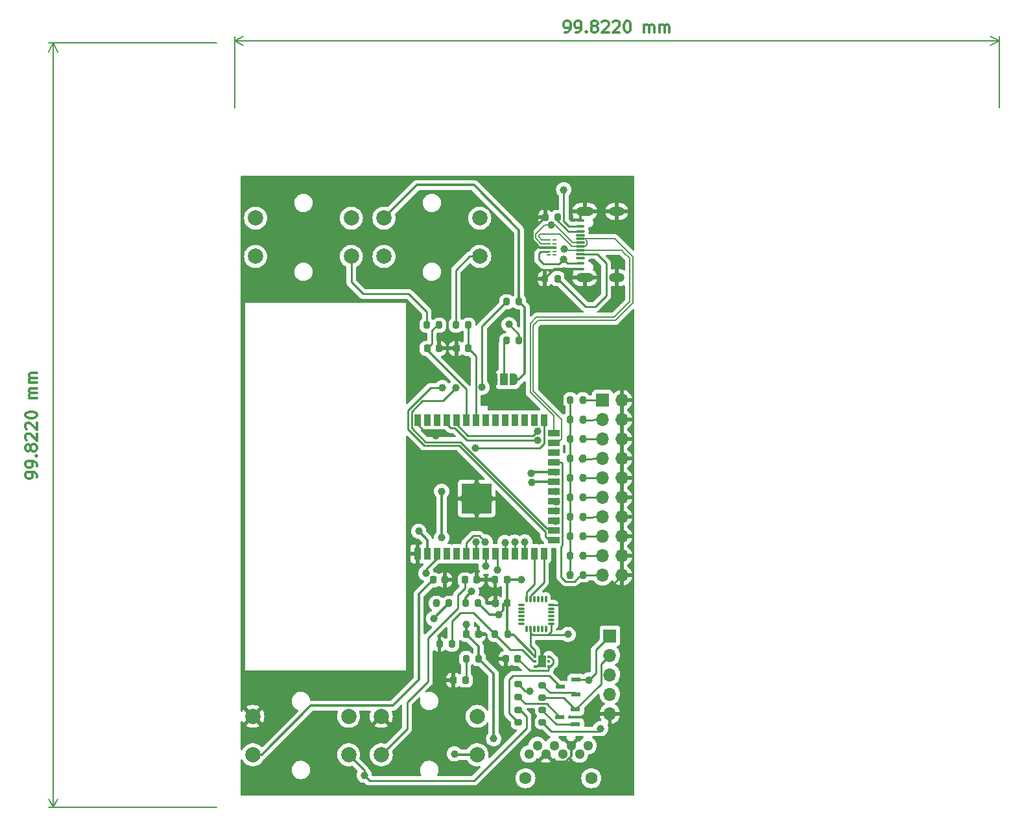
<source format=gtl>
G04 #@! TF.GenerationSoftware,KiCad,Pcbnew,8.0.0*
G04 #@! TF.CreationDate,2024-03-19T09:43:12-05:00*
G04 #@! TF.ProjectId,DesignESP32PCB,44657369-676e-4455-9350-33325043422e,rev?*
G04 #@! TF.SameCoordinates,Original*
G04 #@! TF.FileFunction,Copper,L1,Top*
G04 #@! TF.FilePolarity,Positive*
%FSLAX46Y46*%
G04 Gerber Fmt 4.6, Leading zero omitted, Abs format (unit mm)*
G04 Created by KiCad (PCBNEW 8.0.0) date 2024-03-19 09:43:12*
%MOMM*%
%LPD*%
G01*
G04 APERTURE LIST*
G04 Aperture macros list*
%AMRoundRect*
0 Rectangle with rounded corners*
0 $1 Rounding radius*
0 $2 $3 $4 $5 $6 $7 $8 $9 X,Y pos of 4 corners*
0 Add a 4 corners polygon primitive as box body*
4,1,4,$2,$3,$4,$5,$6,$7,$8,$9,$2,$3,0*
0 Add four circle primitives for the rounded corners*
1,1,$1+$1,$2,$3*
1,1,$1+$1,$4,$5*
1,1,$1+$1,$6,$7*
1,1,$1+$1,$8,$9*
0 Add four rect primitives between the rounded corners*
20,1,$1+$1,$2,$3,$4,$5,0*
20,1,$1+$1,$4,$5,$6,$7,0*
20,1,$1+$1,$6,$7,$8,$9,0*
20,1,$1+$1,$8,$9,$2,$3,0*%
%AMFreePoly0*
4,1,19,0.550000,-0.750000,0.000000,-0.750000,0.000000,-0.744911,-0.071157,-0.744911,-0.207708,-0.704816,-0.327430,-0.627875,-0.420627,-0.520320,-0.479746,-0.390866,-0.500000,-0.250000,-0.500000,0.250000,-0.479746,0.390866,-0.420627,0.520320,-0.327430,0.627875,-0.207708,0.704816,-0.071157,0.744911,0.000000,0.744911,0.000000,0.750000,0.550000,0.750000,0.550000,-0.750000,0.550000,-0.750000,
$1*%
%AMFreePoly1*
4,1,19,0.000000,0.744911,0.071157,0.744911,0.207708,0.704816,0.327430,0.627875,0.420627,0.520320,0.479746,0.390866,0.500000,0.250000,0.500000,-0.250000,0.479746,-0.390866,0.420627,-0.520320,0.327430,-0.627875,0.207708,-0.704816,0.071157,-0.744911,0.000000,-0.744911,0.000000,-0.750000,-0.550000,-0.750000,-0.550000,0.750000,0.000000,0.750000,0.000000,0.744911,0.000000,0.744911,
$1*%
G04 Aperture macros list end*
%ADD10C,0.300000*%
G04 #@! TA.AperFunction,NonConductor*
%ADD11C,0.300000*%
G04 #@! TD*
G04 #@! TA.AperFunction,NonConductor*
%ADD12C,0.200000*%
G04 #@! TD*
G04 #@! TA.AperFunction,ComponentPad*
%ADD13R,1.700000X1.700000*%
G04 #@! TD*
G04 #@! TA.AperFunction,ComponentPad*
%ADD14O,1.700000X1.700000*%
G04 #@! TD*
G04 #@! TA.AperFunction,SMDPad,CuDef*
%ADD15RoundRect,0.200000X0.275000X-0.200000X0.275000X0.200000X-0.275000X0.200000X-0.275000X-0.200000X0*%
G04 #@! TD*
G04 #@! TA.AperFunction,SMDPad,CuDef*
%ADD16RoundRect,0.200000X0.200000X0.275000X-0.200000X0.275000X-0.200000X-0.275000X0.200000X-0.275000X0*%
G04 #@! TD*
G04 #@! TA.AperFunction,ComponentPad*
%ADD17C,2.000000*%
G04 #@! TD*
G04 #@! TA.AperFunction,SMDPad,CuDef*
%ADD18RoundRect,0.225000X-0.225000X-0.250000X0.225000X-0.250000X0.225000X0.250000X-0.225000X0.250000X0*%
G04 #@! TD*
G04 #@! TA.AperFunction,SMDPad,CuDef*
%ADD19R,0.900000X1.500000*%
G04 #@! TD*
G04 #@! TA.AperFunction,SMDPad,CuDef*
%ADD20R,1.500000X0.900000*%
G04 #@! TD*
G04 #@! TA.AperFunction,HeatsinkPad*
%ADD21C,0.900000*%
G04 #@! TD*
G04 #@! TA.AperFunction,SMDPad,CuDef*
%ADD22R,3.900000X3.900000*%
G04 #@! TD*
G04 #@! TA.AperFunction,SMDPad,CuDef*
%ADD23RoundRect,0.200000X-0.200000X-0.275000X0.200000X-0.275000X0.200000X0.275000X-0.200000X0.275000X0*%
G04 #@! TD*
G04 #@! TA.AperFunction,SMDPad,CuDef*
%ADD24RoundRect,0.225000X0.225000X0.250000X-0.225000X0.250000X-0.225000X-0.250000X0.225000X-0.250000X0*%
G04 #@! TD*
G04 #@! TA.AperFunction,SMDPad,CuDef*
%ADD25R,0.575000X0.200000*%
G04 #@! TD*
G04 #@! TA.AperFunction,SMDPad,CuDef*
%ADD26R,0.650000X0.400000*%
G04 #@! TD*
G04 #@! TA.AperFunction,SMDPad,CuDef*
%ADD27R,0.575000X0.400000*%
G04 #@! TD*
G04 #@! TA.AperFunction,SMDPad,CuDef*
%ADD28RoundRect,0.075000X-0.350000X-0.075000X0.350000X-0.075000X0.350000X0.075000X-0.350000X0.075000X0*%
G04 #@! TD*
G04 #@! TA.AperFunction,SMDPad,CuDef*
%ADD29RoundRect,0.075000X0.075000X-0.350000X0.075000X0.350000X-0.075000X0.350000X-0.075000X-0.350000X0*%
G04 #@! TD*
G04 #@! TA.AperFunction,SMDPad,CuDef*
%ADD30FreePoly0,0.000000*%
G04 #@! TD*
G04 #@! TA.AperFunction,SMDPad,CuDef*
%ADD31R,1.000000X1.500000*%
G04 #@! TD*
G04 #@! TA.AperFunction,SMDPad,CuDef*
%ADD32FreePoly1,0.000000*%
G04 #@! TD*
G04 #@! TA.AperFunction,SMDPad,CuDef*
%ADD33R,1.219200X0.558800*%
G04 #@! TD*
G04 #@! TA.AperFunction,ComponentPad*
%ADD34C,1.300000*%
G04 #@! TD*
G04 #@! TA.AperFunction,ComponentPad*
%ADD35C,1.600000*%
G04 #@! TD*
G04 #@! TA.AperFunction,SMDPad,CuDef*
%ADD36RoundRect,0.093750X-0.093750X-0.106250X0.093750X-0.106250X0.093750X0.106250X-0.093750X0.106250X0*%
G04 #@! TD*
G04 #@! TA.AperFunction,HeatsinkPad*
%ADD37R,1.000000X1.600000*%
G04 #@! TD*
G04 #@! TA.AperFunction,SMDPad,CuDef*
%ADD38RoundRect,0.100000X0.375000X-0.100000X0.375000X0.100000X-0.375000X0.100000X-0.375000X-0.100000X0*%
G04 #@! TD*
G04 #@! TA.AperFunction,SMDPad,CuDef*
%ADD39RoundRect,0.075000X0.500000X-0.075000X0.500000X0.075000X-0.500000X0.075000X-0.500000X-0.075000X0*%
G04 #@! TD*
G04 #@! TA.AperFunction,ComponentPad*
%ADD40O,2.300000X1.200000*%
G04 #@! TD*
G04 #@! TA.AperFunction,ComponentPad*
%ADD41O,2.000000X1.200000*%
G04 #@! TD*
G04 #@! TA.AperFunction,SMDPad,CuDef*
%ADD42RoundRect,0.218750X-0.218750X-0.256250X0.218750X-0.256250X0.218750X0.256250X-0.218750X0.256250X0*%
G04 #@! TD*
G04 #@! TA.AperFunction,ViaPad*
%ADD43C,1.000000*%
G04 #@! TD*
G04 #@! TA.AperFunction,Conductor*
%ADD44C,0.300000*%
G04 #@! TD*
G04 #@! TA.AperFunction,Conductor*
%ADD45C,0.350000*%
G04 #@! TD*
G04 #@! TA.AperFunction,Conductor*
%ADD46C,0.250000*%
G04 #@! TD*
G04 #@! TA.AperFunction,Conductor*
%ADD47C,0.200000*%
G04 #@! TD*
G04 APERTURE END LIST*
D10*
D11*
X133803287Y-25802328D02*
X134089001Y-25802328D01*
X134089001Y-25802328D02*
X134231858Y-25730900D01*
X134231858Y-25730900D02*
X134303287Y-25659471D01*
X134303287Y-25659471D02*
X134446144Y-25445185D01*
X134446144Y-25445185D02*
X134517573Y-25159471D01*
X134517573Y-25159471D02*
X134517573Y-24588042D01*
X134517573Y-24588042D02*
X134446144Y-24445185D01*
X134446144Y-24445185D02*
X134374716Y-24373757D01*
X134374716Y-24373757D02*
X134231858Y-24302328D01*
X134231858Y-24302328D02*
X133946144Y-24302328D01*
X133946144Y-24302328D02*
X133803287Y-24373757D01*
X133803287Y-24373757D02*
X133731858Y-24445185D01*
X133731858Y-24445185D02*
X133660430Y-24588042D01*
X133660430Y-24588042D02*
X133660430Y-24945185D01*
X133660430Y-24945185D02*
X133731858Y-25088042D01*
X133731858Y-25088042D02*
X133803287Y-25159471D01*
X133803287Y-25159471D02*
X133946144Y-25230900D01*
X133946144Y-25230900D02*
X134231858Y-25230900D01*
X134231858Y-25230900D02*
X134374716Y-25159471D01*
X134374716Y-25159471D02*
X134446144Y-25088042D01*
X134446144Y-25088042D02*
X134517573Y-24945185D01*
X135231858Y-25802328D02*
X135517572Y-25802328D01*
X135517572Y-25802328D02*
X135660429Y-25730900D01*
X135660429Y-25730900D02*
X135731858Y-25659471D01*
X135731858Y-25659471D02*
X135874715Y-25445185D01*
X135874715Y-25445185D02*
X135946144Y-25159471D01*
X135946144Y-25159471D02*
X135946144Y-24588042D01*
X135946144Y-24588042D02*
X135874715Y-24445185D01*
X135874715Y-24445185D02*
X135803287Y-24373757D01*
X135803287Y-24373757D02*
X135660429Y-24302328D01*
X135660429Y-24302328D02*
X135374715Y-24302328D01*
X135374715Y-24302328D02*
X135231858Y-24373757D01*
X135231858Y-24373757D02*
X135160429Y-24445185D01*
X135160429Y-24445185D02*
X135089001Y-24588042D01*
X135089001Y-24588042D02*
X135089001Y-24945185D01*
X135089001Y-24945185D02*
X135160429Y-25088042D01*
X135160429Y-25088042D02*
X135231858Y-25159471D01*
X135231858Y-25159471D02*
X135374715Y-25230900D01*
X135374715Y-25230900D02*
X135660429Y-25230900D01*
X135660429Y-25230900D02*
X135803287Y-25159471D01*
X135803287Y-25159471D02*
X135874715Y-25088042D01*
X135874715Y-25088042D02*
X135946144Y-24945185D01*
X136589000Y-25659471D02*
X136660429Y-25730900D01*
X136660429Y-25730900D02*
X136589000Y-25802328D01*
X136589000Y-25802328D02*
X136517572Y-25730900D01*
X136517572Y-25730900D02*
X136589000Y-25659471D01*
X136589000Y-25659471D02*
X136589000Y-25802328D01*
X137517572Y-24945185D02*
X137374715Y-24873757D01*
X137374715Y-24873757D02*
X137303286Y-24802328D01*
X137303286Y-24802328D02*
X137231858Y-24659471D01*
X137231858Y-24659471D02*
X137231858Y-24588042D01*
X137231858Y-24588042D02*
X137303286Y-24445185D01*
X137303286Y-24445185D02*
X137374715Y-24373757D01*
X137374715Y-24373757D02*
X137517572Y-24302328D01*
X137517572Y-24302328D02*
X137803286Y-24302328D01*
X137803286Y-24302328D02*
X137946144Y-24373757D01*
X137946144Y-24373757D02*
X138017572Y-24445185D01*
X138017572Y-24445185D02*
X138089001Y-24588042D01*
X138089001Y-24588042D02*
X138089001Y-24659471D01*
X138089001Y-24659471D02*
X138017572Y-24802328D01*
X138017572Y-24802328D02*
X137946144Y-24873757D01*
X137946144Y-24873757D02*
X137803286Y-24945185D01*
X137803286Y-24945185D02*
X137517572Y-24945185D01*
X137517572Y-24945185D02*
X137374715Y-25016614D01*
X137374715Y-25016614D02*
X137303286Y-25088042D01*
X137303286Y-25088042D02*
X137231858Y-25230900D01*
X137231858Y-25230900D02*
X137231858Y-25516614D01*
X137231858Y-25516614D02*
X137303286Y-25659471D01*
X137303286Y-25659471D02*
X137374715Y-25730900D01*
X137374715Y-25730900D02*
X137517572Y-25802328D01*
X137517572Y-25802328D02*
X137803286Y-25802328D01*
X137803286Y-25802328D02*
X137946144Y-25730900D01*
X137946144Y-25730900D02*
X138017572Y-25659471D01*
X138017572Y-25659471D02*
X138089001Y-25516614D01*
X138089001Y-25516614D02*
X138089001Y-25230900D01*
X138089001Y-25230900D02*
X138017572Y-25088042D01*
X138017572Y-25088042D02*
X137946144Y-25016614D01*
X137946144Y-25016614D02*
X137803286Y-24945185D01*
X138660429Y-24445185D02*
X138731857Y-24373757D01*
X138731857Y-24373757D02*
X138874715Y-24302328D01*
X138874715Y-24302328D02*
X139231857Y-24302328D01*
X139231857Y-24302328D02*
X139374715Y-24373757D01*
X139374715Y-24373757D02*
X139446143Y-24445185D01*
X139446143Y-24445185D02*
X139517572Y-24588042D01*
X139517572Y-24588042D02*
X139517572Y-24730900D01*
X139517572Y-24730900D02*
X139446143Y-24945185D01*
X139446143Y-24945185D02*
X138589000Y-25802328D01*
X138589000Y-25802328D02*
X139517572Y-25802328D01*
X140089000Y-24445185D02*
X140160428Y-24373757D01*
X140160428Y-24373757D02*
X140303286Y-24302328D01*
X140303286Y-24302328D02*
X140660428Y-24302328D01*
X140660428Y-24302328D02*
X140803286Y-24373757D01*
X140803286Y-24373757D02*
X140874714Y-24445185D01*
X140874714Y-24445185D02*
X140946143Y-24588042D01*
X140946143Y-24588042D02*
X140946143Y-24730900D01*
X140946143Y-24730900D02*
X140874714Y-24945185D01*
X140874714Y-24945185D02*
X140017571Y-25802328D01*
X140017571Y-25802328D02*
X140946143Y-25802328D01*
X141874714Y-24302328D02*
X142017571Y-24302328D01*
X142017571Y-24302328D02*
X142160428Y-24373757D01*
X142160428Y-24373757D02*
X142231857Y-24445185D01*
X142231857Y-24445185D02*
X142303285Y-24588042D01*
X142303285Y-24588042D02*
X142374714Y-24873757D01*
X142374714Y-24873757D02*
X142374714Y-25230900D01*
X142374714Y-25230900D02*
X142303285Y-25516614D01*
X142303285Y-25516614D02*
X142231857Y-25659471D01*
X142231857Y-25659471D02*
X142160428Y-25730900D01*
X142160428Y-25730900D02*
X142017571Y-25802328D01*
X142017571Y-25802328D02*
X141874714Y-25802328D01*
X141874714Y-25802328D02*
X141731857Y-25730900D01*
X141731857Y-25730900D02*
X141660428Y-25659471D01*
X141660428Y-25659471D02*
X141588999Y-25516614D01*
X141588999Y-25516614D02*
X141517571Y-25230900D01*
X141517571Y-25230900D02*
X141517571Y-24873757D01*
X141517571Y-24873757D02*
X141588999Y-24588042D01*
X141588999Y-24588042D02*
X141660428Y-24445185D01*
X141660428Y-24445185D02*
X141731857Y-24373757D01*
X141731857Y-24373757D02*
X141874714Y-24302328D01*
X144160427Y-25802328D02*
X144160427Y-24802328D01*
X144160427Y-24945185D02*
X144231856Y-24873757D01*
X144231856Y-24873757D02*
X144374713Y-24802328D01*
X144374713Y-24802328D02*
X144588999Y-24802328D01*
X144588999Y-24802328D02*
X144731856Y-24873757D01*
X144731856Y-24873757D02*
X144803285Y-25016614D01*
X144803285Y-25016614D02*
X144803285Y-25802328D01*
X144803285Y-25016614D02*
X144874713Y-24873757D01*
X144874713Y-24873757D02*
X145017570Y-24802328D01*
X145017570Y-24802328D02*
X145231856Y-24802328D01*
X145231856Y-24802328D02*
X145374713Y-24873757D01*
X145374713Y-24873757D02*
X145446142Y-25016614D01*
X145446142Y-25016614D02*
X145446142Y-25802328D01*
X146160427Y-25802328D02*
X146160427Y-24802328D01*
X146160427Y-24945185D02*
X146231856Y-24873757D01*
X146231856Y-24873757D02*
X146374713Y-24802328D01*
X146374713Y-24802328D02*
X146588999Y-24802328D01*
X146588999Y-24802328D02*
X146731856Y-24873757D01*
X146731856Y-24873757D02*
X146803285Y-25016614D01*
X146803285Y-25016614D02*
X146803285Y-25802328D01*
X146803285Y-25016614D02*
X146874713Y-24873757D01*
X146874713Y-24873757D02*
X147017570Y-24802328D01*
X147017570Y-24802328D02*
X147231856Y-24802328D01*
X147231856Y-24802328D02*
X147374713Y-24873757D01*
X147374713Y-24873757D02*
X147446142Y-25016614D01*
X147446142Y-25016614D02*
X147446142Y-25802328D01*
D12*
X90678000Y-35568000D02*
X90678000Y-26337580D01*
X190500000Y-35568000D02*
X190500000Y-26337580D01*
X90678000Y-26924000D02*
X190500000Y-26924000D01*
X90678000Y-26924000D02*
X190500000Y-26924000D01*
X90678000Y-26924000D02*
X91804504Y-26337579D01*
X90678000Y-26924000D02*
X91804504Y-27510421D01*
X190500000Y-26924000D02*
X189373496Y-27510421D01*
X190500000Y-26924000D02*
X189373496Y-26337579D01*
D10*
D11*
X64884328Y-83874712D02*
X64884328Y-83588998D01*
X64884328Y-83588998D02*
X64812900Y-83446141D01*
X64812900Y-83446141D02*
X64741471Y-83374712D01*
X64741471Y-83374712D02*
X64527185Y-83231855D01*
X64527185Y-83231855D02*
X64241471Y-83160426D01*
X64241471Y-83160426D02*
X63670042Y-83160426D01*
X63670042Y-83160426D02*
X63527185Y-83231855D01*
X63527185Y-83231855D02*
X63455757Y-83303284D01*
X63455757Y-83303284D02*
X63384328Y-83446141D01*
X63384328Y-83446141D02*
X63384328Y-83731855D01*
X63384328Y-83731855D02*
X63455757Y-83874712D01*
X63455757Y-83874712D02*
X63527185Y-83946141D01*
X63527185Y-83946141D02*
X63670042Y-84017569D01*
X63670042Y-84017569D02*
X64027185Y-84017569D01*
X64027185Y-84017569D02*
X64170042Y-83946141D01*
X64170042Y-83946141D02*
X64241471Y-83874712D01*
X64241471Y-83874712D02*
X64312900Y-83731855D01*
X64312900Y-83731855D02*
X64312900Y-83446141D01*
X64312900Y-83446141D02*
X64241471Y-83303284D01*
X64241471Y-83303284D02*
X64170042Y-83231855D01*
X64170042Y-83231855D02*
X64027185Y-83160426D01*
X64884328Y-82446141D02*
X64884328Y-82160427D01*
X64884328Y-82160427D02*
X64812900Y-82017570D01*
X64812900Y-82017570D02*
X64741471Y-81946141D01*
X64741471Y-81946141D02*
X64527185Y-81803284D01*
X64527185Y-81803284D02*
X64241471Y-81731855D01*
X64241471Y-81731855D02*
X63670042Y-81731855D01*
X63670042Y-81731855D02*
X63527185Y-81803284D01*
X63527185Y-81803284D02*
X63455757Y-81874713D01*
X63455757Y-81874713D02*
X63384328Y-82017570D01*
X63384328Y-82017570D02*
X63384328Y-82303284D01*
X63384328Y-82303284D02*
X63455757Y-82446141D01*
X63455757Y-82446141D02*
X63527185Y-82517570D01*
X63527185Y-82517570D02*
X63670042Y-82588998D01*
X63670042Y-82588998D02*
X64027185Y-82588998D01*
X64027185Y-82588998D02*
X64170042Y-82517570D01*
X64170042Y-82517570D02*
X64241471Y-82446141D01*
X64241471Y-82446141D02*
X64312900Y-82303284D01*
X64312900Y-82303284D02*
X64312900Y-82017570D01*
X64312900Y-82017570D02*
X64241471Y-81874713D01*
X64241471Y-81874713D02*
X64170042Y-81803284D01*
X64170042Y-81803284D02*
X64027185Y-81731855D01*
X64741471Y-81088999D02*
X64812900Y-81017570D01*
X64812900Y-81017570D02*
X64884328Y-81088999D01*
X64884328Y-81088999D02*
X64812900Y-81160427D01*
X64812900Y-81160427D02*
X64741471Y-81088999D01*
X64741471Y-81088999D02*
X64884328Y-81088999D01*
X64027185Y-80160427D02*
X63955757Y-80303284D01*
X63955757Y-80303284D02*
X63884328Y-80374713D01*
X63884328Y-80374713D02*
X63741471Y-80446141D01*
X63741471Y-80446141D02*
X63670042Y-80446141D01*
X63670042Y-80446141D02*
X63527185Y-80374713D01*
X63527185Y-80374713D02*
X63455757Y-80303284D01*
X63455757Y-80303284D02*
X63384328Y-80160427D01*
X63384328Y-80160427D02*
X63384328Y-79874713D01*
X63384328Y-79874713D02*
X63455757Y-79731856D01*
X63455757Y-79731856D02*
X63527185Y-79660427D01*
X63527185Y-79660427D02*
X63670042Y-79588998D01*
X63670042Y-79588998D02*
X63741471Y-79588998D01*
X63741471Y-79588998D02*
X63884328Y-79660427D01*
X63884328Y-79660427D02*
X63955757Y-79731856D01*
X63955757Y-79731856D02*
X64027185Y-79874713D01*
X64027185Y-79874713D02*
X64027185Y-80160427D01*
X64027185Y-80160427D02*
X64098614Y-80303284D01*
X64098614Y-80303284D02*
X64170042Y-80374713D01*
X64170042Y-80374713D02*
X64312900Y-80446141D01*
X64312900Y-80446141D02*
X64598614Y-80446141D01*
X64598614Y-80446141D02*
X64741471Y-80374713D01*
X64741471Y-80374713D02*
X64812900Y-80303284D01*
X64812900Y-80303284D02*
X64884328Y-80160427D01*
X64884328Y-80160427D02*
X64884328Y-79874713D01*
X64884328Y-79874713D02*
X64812900Y-79731856D01*
X64812900Y-79731856D02*
X64741471Y-79660427D01*
X64741471Y-79660427D02*
X64598614Y-79588998D01*
X64598614Y-79588998D02*
X64312900Y-79588998D01*
X64312900Y-79588998D02*
X64170042Y-79660427D01*
X64170042Y-79660427D02*
X64098614Y-79731856D01*
X64098614Y-79731856D02*
X64027185Y-79874713D01*
X63527185Y-79017570D02*
X63455757Y-78946142D01*
X63455757Y-78946142D02*
X63384328Y-78803285D01*
X63384328Y-78803285D02*
X63384328Y-78446142D01*
X63384328Y-78446142D02*
X63455757Y-78303285D01*
X63455757Y-78303285D02*
X63527185Y-78231856D01*
X63527185Y-78231856D02*
X63670042Y-78160427D01*
X63670042Y-78160427D02*
X63812900Y-78160427D01*
X63812900Y-78160427D02*
X64027185Y-78231856D01*
X64027185Y-78231856D02*
X64884328Y-79088999D01*
X64884328Y-79088999D02*
X64884328Y-78160427D01*
X63527185Y-77588999D02*
X63455757Y-77517571D01*
X63455757Y-77517571D02*
X63384328Y-77374714D01*
X63384328Y-77374714D02*
X63384328Y-77017571D01*
X63384328Y-77017571D02*
X63455757Y-76874714D01*
X63455757Y-76874714D02*
X63527185Y-76803285D01*
X63527185Y-76803285D02*
X63670042Y-76731856D01*
X63670042Y-76731856D02*
X63812900Y-76731856D01*
X63812900Y-76731856D02*
X64027185Y-76803285D01*
X64027185Y-76803285D02*
X64884328Y-77660428D01*
X64884328Y-77660428D02*
X64884328Y-76731856D01*
X63384328Y-75803285D02*
X63384328Y-75660428D01*
X63384328Y-75660428D02*
X63455757Y-75517571D01*
X63455757Y-75517571D02*
X63527185Y-75446143D01*
X63527185Y-75446143D02*
X63670042Y-75374714D01*
X63670042Y-75374714D02*
X63955757Y-75303285D01*
X63955757Y-75303285D02*
X64312900Y-75303285D01*
X64312900Y-75303285D02*
X64598614Y-75374714D01*
X64598614Y-75374714D02*
X64741471Y-75446143D01*
X64741471Y-75446143D02*
X64812900Y-75517571D01*
X64812900Y-75517571D02*
X64884328Y-75660428D01*
X64884328Y-75660428D02*
X64884328Y-75803285D01*
X64884328Y-75803285D02*
X64812900Y-75946143D01*
X64812900Y-75946143D02*
X64741471Y-76017571D01*
X64741471Y-76017571D02*
X64598614Y-76089000D01*
X64598614Y-76089000D02*
X64312900Y-76160428D01*
X64312900Y-76160428D02*
X63955757Y-76160428D01*
X63955757Y-76160428D02*
X63670042Y-76089000D01*
X63670042Y-76089000D02*
X63527185Y-76017571D01*
X63527185Y-76017571D02*
X63455757Y-75946143D01*
X63455757Y-75946143D02*
X63384328Y-75803285D01*
X64884328Y-73517572D02*
X63884328Y-73517572D01*
X64027185Y-73517572D02*
X63955757Y-73446143D01*
X63955757Y-73446143D02*
X63884328Y-73303286D01*
X63884328Y-73303286D02*
X63884328Y-73089000D01*
X63884328Y-73089000D02*
X63955757Y-72946143D01*
X63955757Y-72946143D02*
X64098614Y-72874715D01*
X64098614Y-72874715D02*
X64884328Y-72874715D01*
X64098614Y-72874715D02*
X63955757Y-72803286D01*
X63955757Y-72803286D02*
X63884328Y-72660429D01*
X63884328Y-72660429D02*
X63884328Y-72446143D01*
X63884328Y-72446143D02*
X63955757Y-72303286D01*
X63955757Y-72303286D02*
X64098614Y-72231857D01*
X64098614Y-72231857D02*
X64884328Y-72231857D01*
X64884328Y-71517572D02*
X63884328Y-71517572D01*
X64027185Y-71517572D02*
X63955757Y-71446143D01*
X63955757Y-71446143D02*
X63884328Y-71303286D01*
X63884328Y-71303286D02*
X63884328Y-71089000D01*
X63884328Y-71089000D02*
X63955757Y-70946143D01*
X63955757Y-70946143D02*
X64098614Y-70874715D01*
X64098614Y-70874715D02*
X64884328Y-70874715D01*
X64098614Y-70874715D02*
X63955757Y-70803286D01*
X63955757Y-70803286D02*
X63884328Y-70660429D01*
X63884328Y-70660429D02*
X63884328Y-70446143D01*
X63884328Y-70446143D02*
X63955757Y-70303286D01*
X63955757Y-70303286D02*
X64098614Y-70231857D01*
X64098614Y-70231857D02*
X64884328Y-70231857D01*
D12*
X88344000Y-127000000D02*
X66413580Y-127000000D01*
X88344000Y-27178000D02*
X66413580Y-27178000D01*
X67000000Y-127000000D02*
X67000000Y-27178000D01*
X67000000Y-127000000D02*
X67000000Y-27178000D01*
X67000000Y-127000000D02*
X66413579Y-125873496D01*
X67000000Y-127000000D02*
X67586421Y-125873496D01*
X67000000Y-27178000D02*
X67586421Y-28304504D01*
X67000000Y-27178000D02*
X66413579Y-28304504D01*
D13*
G04 #@! TO.P,J2,1,Pin_1*
G04 #@! TO.N,/RTS*
X139674600Y-104576800D03*
D14*
G04 #@! TO.P,J2,2,Pin_2*
G04 #@! TO.N,/DTR*
X139674600Y-107116800D03*
G04 #@! TO.P,J2,3,Pin_3*
G04 #@! TO.N,/TX*
X139674600Y-109656800D03*
G04 #@! TO.P,J2,4,Pin_4*
G04 #@! TO.N,/RX*
X139674600Y-112196800D03*
G04 #@! TO.P,J2,5,Pin_5*
G04 #@! TO.N,GND*
X139674600Y-114736800D03*
G04 #@! TD*
D15*
G04 #@! TO.P,R25,1*
G04 #@! TO.N,/RTS*
X130860800Y-115887000D03*
G04 #@! TO.P,R25,2*
G04 #@! TO.N,Net-(Q2-Pad1)*
X130860800Y-114237000D03*
G04 #@! TD*
D16*
G04 #@! TO.P,R7,1*
G04 #@! TO.N,/GPIO6*
X136156200Y-81432400D03*
G04 #@! TO.P,R7,2*
G04 #@! TO.N,/3V3*
X134506200Y-81432400D03*
G04 #@! TD*
G04 #@! TO.P,R5,1*
G04 #@! TO.N,/GPIO2*
X136156200Y-76352400D03*
G04 #@! TO.P,R5,2*
G04 #@! TO.N,/3V3*
X134506200Y-76352400D03*
G04 #@! TD*
D17*
G04 #@! TO.P,SW3,1,1*
G04 #@! TO.N,/3V3*
X93418000Y-50038000D03*
G04 #@! TO.P,SW3,2,2*
G04 #@! TO.N,unconnected-(SW3-Pad2)*
X105918000Y-50038000D03*
G04 #@! TO.P,SW3,3,3*
G04 #@! TO.N,unconnected-(SW3-Pad3)*
X93418000Y-55038000D03*
G04 #@! TO.P,SW3,4,4*
G04 #@! TO.N,Net-(R18-Pad1)*
X105918000Y-55038000D03*
G04 #@! TD*
D18*
G04 #@! TO.P,C6,1*
G04 #@! TO.N,/3V3*
X120942000Y-104390000D03*
G04 #@! TO.P,C6,2*
G04 #@! TO.N,GND*
X122492000Y-104390000D03*
G04 #@! TD*
D19*
G04 #@! TO.P,U2,1,GND*
G04 #@! TO.N,GND*
X114554000Y-93883000D03*
G04 #@! TO.P,U2,2,3V3*
G04 #@! TO.N,/3V3*
X115824000Y-93883000D03*
G04 #@! TO.P,U2,3,EN*
G04 #@! TO.N,/ESP32_EN*
X117094000Y-93883000D03*
G04 #@! TO.P,U2,4,IO4*
G04 #@! TO.N,unconnected-(U2-IO4-Pad4)*
X118364000Y-93883000D03*
G04 #@! TO.P,U2,5,IO5*
G04 #@! TO.N,unconnected-(U2-IO5-Pad5)*
X119634000Y-93883000D03*
G04 #@! TO.P,U2,6,IO6*
G04 #@! TO.N,/GPIO8*
X120904000Y-93883000D03*
G04 #@! TO.P,U2,7,IO7*
G04 #@! TO.N,/GPIO12*
X122174000Y-93883000D03*
G04 #@! TO.P,U2,8,IO15*
G04 #@! TO.N,/SCLK*
X123444000Y-93883000D03*
G04 #@! TO.P,U2,9,IO16*
G04 #@! TO.N,/MISO*
X124714000Y-93883000D03*
G04 #@! TO.P,U2,10,IO17*
G04 #@! TO.N,/GPIO1*
X125984000Y-93883000D03*
G04 #@! TO.P,U2,11,IO18*
G04 #@! TO.N,/GPIO2*
X127254000Y-93883000D03*
G04 #@! TO.P,U2,12,IO8*
G04 #@! TO.N,/GPIO21*
X128524000Y-93883000D03*
G04 #@! TO.P,U2,13,IO19*
G04 #@! TO.N,/SDA_6050*
X129794000Y-93883000D03*
G04 #@! TO.P,U2,14,IO20*
G04 #@! TO.N,/SCL_6050*
X131064000Y-93883000D03*
D20*
G04 #@! TO.P,U2,15,IO3*
G04 #@! TO.N,/GPIO3_STRAPPING*
X132314000Y-92118000D03*
G04 #@! TO.P,U2,16,IO46*
G04 #@! TO.N,/GPIO46_STRAPPING*
X132314000Y-90848000D03*
G04 #@! TO.P,U2,17,IO9*
G04 #@! TO.N,/GPIO11*
X132314000Y-89578000D03*
G04 #@! TO.P,U2,18,IO10*
G04 #@! TO.N,/GPIO7*
X132314000Y-88308000D03*
G04 #@! TO.P,U2,19,IO11*
G04 #@! TO.N,/GPIO6*
X132314000Y-87038000D03*
G04 #@! TO.P,U2,20,IO12*
G04 #@! TO.N,/GPIO3*
X132314000Y-85768000D03*
G04 #@! TO.P,U2,21,IO13*
G04 #@! TO.N,/CS*
X132314000Y-84498000D03*
G04 #@! TO.P,U2,22,IO14*
G04 #@! TO.N,/MOSI*
X132314000Y-83228000D03*
G04 #@! TO.P,U2,23,IO21*
G04 #@! TO.N,/GPIO10*
X132314000Y-81958000D03*
G04 #@! TO.P,U2,24,IO47*
G04 #@! TO.N,/GPIO47*
X132314000Y-80688000D03*
G04 #@! TO.P,U2,25,IO48*
G04 #@! TO.N,/USB_P*
X132314000Y-79418000D03*
G04 #@! TO.P,U2,26,IO45*
G04 #@! TO.N,/USB_N*
X132314000Y-78148000D03*
D19*
G04 #@! TO.P,U2,27,IO0*
G04 #@! TO.N,/GPIO0_STRAPPING*
X131064000Y-76383000D03*
G04 #@! TO.P,U2,28,IO35*
G04 #@! TO.N,unconnected-(U2-IO35-Pad28)*
X129794000Y-76383000D03*
G04 #@! TO.P,U2,29,IO36*
G04 #@! TO.N,unconnected-(U2-IO36-Pad29)*
X128524000Y-76383000D03*
G04 #@! TO.P,U2,30,IO37*
G04 #@! TO.N,unconnected-(U2-IO37-Pad30)*
X127254000Y-76383000D03*
G04 #@! TO.P,U2,31,IO38*
G04 #@! TO.N,unconnected-(U2-IO38-Pad31)*
X125984000Y-76383000D03*
G04 #@! TO.P,U2,32,IO39*
G04 #@! TO.N,unconnected-(U2-IO39-Pad32)*
X124714000Y-76383000D03*
G04 #@! TO.P,U2,33,IO40*
G04 #@! TO.N,unconnected-(U2-IO40-Pad33)*
X123444000Y-76383000D03*
G04 #@! TO.P,U2,34,IO41*
G04 #@! TO.N,/Start Hike*
X122174000Y-76383000D03*
G04 #@! TO.P,U2,35,IO42*
G04 #@! TO.N,/End Hike*
X120904000Y-76383000D03*
G04 #@! TO.P,U2,36,RXD0*
G04 #@! TO.N,/RX*
X119634000Y-76383000D03*
G04 #@! TO.P,U2,37,TXD0*
G04 #@! TO.N,/TX*
X118364000Y-76383000D03*
G04 #@! TO.P,U2,38,IO2*
G04 #@! TO.N,unconnected-(U2-IO2-Pad38)*
X117094000Y-76383000D03*
G04 #@! TO.P,U2,39,IO1*
G04 #@! TO.N,unconnected-(U2-IO1-Pad39)*
X115824000Y-76383000D03*
G04 #@! TO.P,U2,40,GND*
G04 #@! TO.N,GND*
X114554000Y-76383000D03*
D21*
G04 #@! TO.P,U2,41,GND*
X121574000Y-88033000D03*
X122974000Y-88033000D03*
X120874000Y-87333000D03*
X122274000Y-87333000D03*
X123674000Y-87333000D03*
X121574000Y-86633000D03*
D22*
X122274000Y-86633000D03*
D21*
X122974000Y-86633000D03*
X120874000Y-85933000D03*
X122274000Y-85933000D03*
X123674000Y-85933000D03*
X121574000Y-85233000D03*
X122974000Y-85233000D03*
G04 #@! TD*
D23*
G04 #@! TO.P,R3,1*
G04 #@! TO.N,/ESP32_EN*
X117031000Y-100330000D03*
G04 #@! TO.P,R3,2*
G04 #@! TO.N,/3V3*
X118681000Y-100330000D03*
G04 #@! TD*
D16*
G04 #@! TO.P,R9,1*
G04 #@! TO.N,/GPIO8*
X136156200Y-86512400D03*
G04 #@! TO.P,R9,2*
G04 #@! TO.N,/3V3*
X134506200Y-86512400D03*
G04 #@! TD*
D23*
G04 #@! TO.P,R17,1*
G04 #@! TO.N,GND*
X117412000Y-105664000D03*
G04 #@! TO.P,R17,2*
G04 #@! TO.N,Net-(U4-FB)*
X119062000Y-105664000D03*
G04 #@! TD*
G04 #@! TO.P,R15,1*
G04 #@! TO.N,/GPIO0_STRAPPING*
X120841000Y-100326000D03*
G04 #@! TO.P,R15,2*
G04 #@! TO.N,/3V3*
X122491000Y-100326000D03*
G04 #@! TD*
D24*
G04 #@! TO.P,C4,1*
G04 #@! TO.N,/3V3*
X126252500Y-100326000D03*
G04 #@! TO.P,C4,2*
G04 #@! TO.N,GND*
X124702500Y-100326000D03*
G04 #@! TD*
D23*
G04 #@! TO.P,R19,1*
G04 #@! TO.N,Net-(R19-Pad1)*
X119571000Y-64008000D03*
G04 #@! TO.P,R19,2*
G04 #@! TO.N,/Start Hike*
X121221000Y-64008000D03*
G04 #@! TD*
D24*
G04 #@! TO.P,C5,1*
G04 #@! TO.N,/POWER FROM BATTERY*
X127648000Y-107569000D03*
G04 #@! TO.P,C5,2*
G04 #@! TO.N,GND*
X126098000Y-107569000D03*
G04 #@! TD*
D16*
G04 #@! TO.P,R8,1*
G04 #@! TO.N,/GPIO7*
X136156200Y-83972400D03*
G04 #@! TO.P,R8,2*
G04 #@! TO.N,/3V3*
X134506200Y-83972400D03*
G04 #@! TD*
D17*
G04 #@! TO.P,SW2,1,1*
G04 #@! TO.N,GND*
X109828000Y-115091901D03*
G04 #@! TO.P,SW2,2,2*
G04 #@! TO.N,unconnected-(SW2-Pad2)*
X122328000Y-115091901D03*
G04 #@! TO.P,SW2,3,3*
G04 #@! TO.N,Net-(C2-Pad1)*
X109828000Y-120091901D03*
G04 #@! TO.P,SW2,4,4*
G04 #@! TO.N,/GPIO0_STRAPPING*
X122328000Y-120091901D03*
G04 #@! TD*
D25*
G04 #@! TO.P,U1,1*
G04 #@! TO.N,/USB_P*
X131678500Y-52865000D03*
G04 #@! TO.P,U1,2*
G04 #@! TO.N,/USB_N*
X131678500Y-53365000D03*
D26*
G04 #@! TO.P,U1,3,VSS*
G04 #@! TO.N,GND*
X131716000Y-53865000D03*
D25*
G04 #@! TO.P,U1,4*
G04 #@! TO.N,/5VUSB*
X131678500Y-54365000D03*
G04 #@! TO.P,U1,5*
G04 #@! TO.N,unconnected-(U1-Pad5)*
X131678500Y-54865000D03*
G04 #@! TO.P,U1,6,NC*
G04 #@! TO.N,unconnected-(U1-NC-Pad6)*
X132453500Y-54865000D03*
G04 #@! TO.P,U1,7,NC*
G04 #@! TO.N,unconnected-(U1-NC-Pad7)*
X132453500Y-54365000D03*
D27*
G04 #@! TO.P,U1,8,VSS*
G04 #@! TO.N,GND*
X132478500Y-53865000D03*
D25*
G04 #@! TO.P,U1,9,NC*
G04 #@! TO.N,unconnected-(U1-NC-Pad9)*
X132453500Y-53365000D03*
G04 #@! TO.P,U1,10,NC*
G04 #@! TO.N,unconnected-(U1-NC-Pad10)*
X132453500Y-52865000D03*
G04 #@! TD*
D18*
G04 #@! TO.P,C1,1*
G04 #@! TO.N,Net-(C1-Pad1)*
X116573000Y-97282000D03*
G04 #@! TO.P,C1,2*
G04 #@! TO.N,GND*
X118123000Y-97282000D03*
G04 #@! TD*
D16*
G04 #@! TO.P,R6,1*
G04 #@! TO.N,/GPIO3*
X136156200Y-78892400D03*
G04 #@! TO.P,R6,2*
G04 #@! TO.N,/3V3*
X134506200Y-78892400D03*
G04 #@! TD*
D18*
G04 #@! TO.P,C7,1*
G04 #@! TO.N,/End Hike*
X115811000Y-67056000D03*
G04 #@! TO.P,C7,2*
G04 #@! TO.N,GND*
X117361000Y-67056000D03*
G04 #@! TD*
D24*
G04 #@! TO.P,C3,1*
G04 #@! TO.N,/3V3*
X126239500Y-97278000D03*
G04 #@! TO.P,C3,2*
G04 #@! TO.N,GND*
X124689500Y-97278000D03*
G04 #@! TD*
D23*
G04 #@! TO.P,R16,1*
G04 #@! TO.N,Net-(U4-FB)*
X124652500Y-104390000D03*
G04 #@! TO.P,R16,2*
G04 #@! TO.N,/3V3*
X126302500Y-104390000D03*
G04 #@! TD*
D28*
G04 #@! TO.P,U3,1,CLKIN*
G04 #@! TO.N,unconnected-(U3-CLKIN-Pad1)*
X128110000Y-100522000D03*
G04 #@! TO.P,U3,2,NC*
G04 #@! TO.N,unconnected-(U3-NC-Pad2)*
X128110000Y-101022000D03*
G04 #@! TO.P,U3,3,NC*
G04 #@! TO.N,unconnected-(U3-NC-Pad3)*
X128110000Y-101522000D03*
G04 #@! TO.P,U3,4,NC*
G04 #@! TO.N,unconnected-(U3-NC-Pad4)*
X128110000Y-102022000D03*
G04 #@! TO.P,U3,5,NC*
G04 #@! TO.N,unconnected-(U3-NC-Pad5)*
X128110000Y-102522000D03*
G04 #@! TO.P,U3,6,AUX_DA*
G04 #@! TO.N,unconnected-(U3-AUX_DA-Pad6)*
X128110000Y-103022000D03*
D29*
G04 #@! TO.P,U3,7,AUX_CL*
G04 #@! TO.N,unconnected-(U3-AUX_CL-Pad7)*
X128810000Y-103722000D03*
G04 #@! TO.P,U3,8,VLOGIC*
G04 #@! TO.N,/3V3*
X129310000Y-103722000D03*
G04 #@! TO.P,U3,9,AD0*
G04 #@! TO.N,unconnected-(U3-AD0-Pad9)*
X129810000Y-103722000D03*
G04 #@! TO.P,U3,10,REGOUT*
G04 #@! TO.N,unconnected-(U3-REGOUT-Pad10)*
X130310000Y-103722000D03*
G04 #@! TO.P,U3,11,FSYNC*
G04 #@! TO.N,unconnected-(U3-FSYNC-Pad11)*
X130810000Y-103722000D03*
G04 #@! TO.P,U3,12,INT*
G04 #@! TO.N,unconnected-(U3-INT-Pad12)*
X131310000Y-103722000D03*
D28*
G04 #@! TO.P,U3,13,VDD*
G04 #@! TO.N,/3V3*
X132010000Y-103022000D03*
G04 #@! TO.P,U3,14,NC*
G04 #@! TO.N,unconnected-(U3-NC-Pad14)*
X132010000Y-102522000D03*
G04 #@! TO.P,U3,15,NC*
G04 #@! TO.N,unconnected-(U3-NC-Pad15)*
X132010000Y-102022000D03*
G04 #@! TO.P,U3,16,NC*
G04 #@! TO.N,unconnected-(U3-NC-Pad16)*
X132010000Y-101522000D03*
G04 #@! TO.P,U3,17,NC*
G04 #@! TO.N,unconnected-(U3-NC-Pad17)*
X132010000Y-101022000D03*
G04 #@! TO.P,U3,18,GND*
G04 #@! TO.N,GND*
X132010000Y-100522000D03*
D29*
G04 #@! TO.P,U3,19,RESV*
G04 #@! TO.N,unconnected-(U3-RESV-Pad19)*
X131310000Y-99822000D03*
G04 #@! TO.P,U3,20,CPOUT*
G04 #@! TO.N,unconnected-(U3-CPOUT-Pad20)*
X130810000Y-99822000D03*
G04 #@! TO.P,U3,21,RESV*
G04 #@! TO.N,unconnected-(U3-RESV-Pad21)*
X130310000Y-99822000D03*
G04 #@! TO.P,U3,22,RESV*
G04 #@! TO.N,unconnected-(U3-RESV-Pad22)*
X129810000Y-99822000D03*
G04 #@! TO.P,U3,23,SCL*
G04 #@! TO.N,/SCL_6050*
X129310000Y-99822000D03*
G04 #@! TO.P,U3,24,SDA*
G04 #@! TO.N,/SDA_6050*
X128810000Y-99822000D03*
G04 #@! TD*
D23*
G04 #@! TO.P,R18,1*
G04 #@! TO.N,Net-(R18-Pad1)*
X115761000Y-64008000D03*
G04 #@! TO.P,R18,2*
G04 #@! TO.N,/End Hike*
X117411000Y-64008000D03*
G04 #@! TD*
D30*
G04 #@! TO.P,JP1,1,A*
G04 #@! TO.N,GND*
X124500000Y-71120000D03*
D31*
G04 #@! TO.P,JP1,2,C*
G04 #@! TO.N,Net-(JP1-C)*
X125800000Y-71120000D03*
D32*
G04 #@! TO.P,JP1,3,B*
G04 #@! TO.N,/3V3*
X127100000Y-71120000D03*
G04 #@! TD*
D33*
G04 #@! TO.P,Q1,1,1*
G04 #@! TO.N,Net-(Q1-Pad1)*
X135234599Y-112202001D03*
G04 #@! TO.P,Q1,2,2*
G04 #@! TO.N,/RTS*
X135234599Y-110301999D03*
G04 #@! TO.P,Q1,3,3*
G04 #@! TO.N,Net-(Q1-Pad3)*
X133192600Y-111252000D03*
G04 #@! TD*
D17*
G04 #@! TO.P,SW4,1,1*
G04 #@! TO.N,/3V3*
X110182000Y-50038000D03*
G04 #@! TO.P,SW4,2,2*
G04 #@! TO.N,unconnected-(SW4-Pad2)*
X122682000Y-50038000D03*
G04 #@! TO.P,SW4,3,3*
G04 #@! TO.N,unconnected-(SW4-Pad3)*
X110182000Y-55038000D03*
G04 #@! TO.P,SW4,4,4*
G04 #@! TO.N,Net-(R19-Pad1)*
X122682000Y-55038000D03*
G04 #@! TD*
D16*
G04 #@! TO.P,R2,1*
G04 #@! TO.N,Net-(JUSB1-CC2)*
X132891000Y-49944000D03*
G04 #@! TO.P,R2,2*
G04 #@! TO.N,GND*
X131241000Y-49944000D03*
G04 #@! TD*
G04 #@! TO.P,R4,1*
G04 #@! TO.N,/GPIO1*
X136156200Y-73787000D03*
G04 #@! TO.P,R4,2*
G04 #@! TO.N,/3V3*
X134506200Y-73787000D03*
G04 #@! TD*
D17*
G04 #@! TO.P,SW1,1,1*
G04 #@! TO.N,GND*
X93064000Y-115091901D03*
G04 #@! TO.P,SW1,2,2*
G04 #@! TO.N,unconnected-(SW1-Pad2)*
X105564000Y-115091901D03*
G04 #@! TO.P,SW1,3,3*
G04 #@! TO.N,Net-(C1-Pad1)*
X93064000Y-120091901D03*
G04 #@! TO.P,SW1,4,4*
G04 #@! TO.N,/ESP32_EN*
X105564000Y-120091901D03*
G04 #@! TD*
D16*
G04 #@! TO.P,R11,1*
G04 #@! TO.N,/GPIO12*
X136156200Y-91592400D03*
G04 #@! TO.P,R11,2*
G04 #@! TO.N,/3V3*
X134506200Y-91592400D03*
G04 #@! TD*
G04 #@! TO.P,R1,1*
G04 #@! TO.N,Net-(JUSB1-CC1)*
X132828000Y-57945000D03*
G04 #@! TO.P,R1,2*
G04 #@! TO.N,GND*
X131178000Y-57945000D03*
G04 #@! TD*
D18*
G04 #@! TO.P,C2,1*
G04 #@! TO.N,Net-(C2-Pad1)*
X120764000Y-97282000D03*
G04 #@! TO.P,C2,2*
G04 #@! TO.N,GND*
X122314000Y-97282000D03*
G04 #@! TD*
D34*
G04 #@! TO.P,J1,1,1*
G04 #@! TO.N,/CS*
X129100000Y-120000000D03*
G04 #@! TO.P,J1,2,2*
G04 #@! TO.N,/MOSI*
X130200000Y-118900000D03*
G04 #@! TO.P,J1,3,3*
G04 #@! TO.N,GND*
X131300000Y-120000000D03*
G04 #@! TO.P,J1,4,4*
G04 #@! TO.N,/3V3*
X132400000Y-118900000D03*
G04 #@! TO.P,J1,5,5*
G04 #@! TO.N,/SCLK*
X133500000Y-120000000D03*
G04 #@! TO.P,J1,6,6*
G04 #@! TO.N,GND*
X134600000Y-118900000D03*
G04 #@! TO.P,J1,7,7*
G04 #@! TO.N,/MISO*
X135700000Y-120000000D03*
G04 #@! TO.P,J1,8,8*
G04 #@! TO.N,unconnected-(J1-Pad8)*
X136800000Y-118900000D03*
D35*
G04 #@! TO.P,J1,MH1,MH1*
G04 #@! TO.N,unconnected-(J1-PadMH1)*
X128650000Y-123170000D03*
G04 #@! TO.P,J1,MH2,MH2*
G04 #@! TO.N,unconnected-(J1-PadMH2)*
X137250000Y-123170000D03*
G04 #@! TD*
D36*
G04 #@! TO.P,U4,1,OUT*
G04 #@! TO.N,/3V3*
X129922500Y-107281000D03*
G04 #@! TO.P,U4,2,FB*
G04 #@! TO.N,Net-(U4-FB)*
X129922500Y-107931000D03*
G04 #@! TO.P,U4,3,GND*
G04 #@! TO.N,GND*
X129922500Y-108581000D03*
G04 #@! TO.P,U4,4,EN*
G04 #@! TO.N,/POWER FROM BATTERY*
X131697500Y-108581000D03*
G04 #@! TO.P,U4,5,DNC*
G04 #@! TO.N,unconnected-(U4-DNC-Pad5)*
X131697500Y-107931000D03*
G04 #@! TO.P,U4,6,IN*
G04 #@! TO.N,/POWER FROM BATTERY*
X131697500Y-107281000D03*
D37*
G04 #@! TO.P,U4,7,GND*
G04 #@! TO.N,GND*
X130810000Y-107931000D03*
G04 #@! TD*
D15*
G04 #@! TO.P,R23,1*
G04 #@! TO.N,/DTR*
X130860800Y-112686600D03*
G04 #@! TO.P,R23,2*
G04 #@! TO.N,Net-(Q1-Pad1)*
X130860800Y-111036600D03*
G04 #@! TD*
D13*
G04 #@! TO.P,J3,1,Pin_1*
G04 #@! TO.N,/GPIO1*
X138709400Y-73812400D03*
D14*
G04 #@! TO.P,J3,2,Pin_2*
G04 #@! TO.N,GND*
X141249400Y-73812400D03*
G04 #@! TO.P,J3,3,Pin_3*
G04 #@! TO.N,/GPIO2*
X138709400Y-76352400D03*
G04 #@! TO.P,J3,4,Pin_4*
G04 #@! TO.N,GND*
X141249400Y-76352400D03*
G04 #@! TO.P,J3,5,Pin_5*
G04 #@! TO.N,/GPIO3*
X138709400Y-78892400D03*
G04 #@! TO.P,J3,6,Pin_6*
G04 #@! TO.N,GND*
X141249400Y-78892400D03*
G04 #@! TO.P,J3,7,Pin_7*
G04 #@! TO.N,/GPIO6*
X138709400Y-81432400D03*
G04 #@! TO.P,J3,8,Pin_8*
G04 #@! TO.N,GND*
X141249400Y-81432400D03*
G04 #@! TO.P,J3,9,Pin_9*
G04 #@! TO.N,/GPIO7*
X138709400Y-83972400D03*
G04 #@! TO.P,J3,10,Pin_10*
G04 #@! TO.N,GND*
X141249400Y-83972400D03*
G04 #@! TO.P,J3,11,Pin_11*
G04 #@! TO.N,/GPIO8*
X138709400Y-86512400D03*
G04 #@! TO.P,J3,12,Pin_12*
G04 #@! TO.N,GND*
X141249400Y-86512400D03*
G04 #@! TO.P,J3,13,Pin_13*
G04 #@! TO.N,/GPIO11*
X138709400Y-89052400D03*
G04 #@! TO.P,J3,14,Pin_14*
G04 #@! TO.N,GND*
X141249400Y-89052400D03*
G04 #@! TO.P,J3,15,Pin_15*
G04 #@! TO.N,/GPIO12*
X138709400Y-91592400D03*
G04 #@! TO.P,J3,16,Pin_16*
G04 #@! TO.N,GND*
X141249400Y-91592400D03*
G04 #@! TO.P,J3,17,Pin_17*
G04 #@! TO.N,/GPIO21*
X138709400Y-94132400D03*
G04 #@! TO.P,J3,18,Pin_18*
G04 #@! TO.N,GND*
X141249400Y-94132400D03*
G04 #@! TO.P,J3,19,Pin_19*
G04 #@! TO.N,/GPIO10*
X138709400Y-96672400D03*
G04 #@! TO.P,J3,20,Pin_20*
G04 #@! TO.N,GND*
X141249400Y-96672400D03*
G04 #@! TD*
D15*
G04 #@! TO.P,R24,1*
G04 #@! TO.N,Net-(Q1-Pad3)*
X127711200Y-115887000D03*
G04 #@! TO.P,R24,2*
G04 #@! TO.N,/ESP32_EN*
X127711200Y-114237000D03*
G04 #@! TD*
D16*
G04 #@! TO.P,R20,1*
G04 #@! TO.N,/3V3*
X122555000Y-107569000D03*
G04 #@! TO.P,R20,2*
G04 #@! TO.N,Net-(D1-A)*
X120905000Y-107569000D03*
G04 #@! TD*
D38*
G04 #@! TO.P,JUSB1,A1,GND*
G04 #@! TO.N,GND*
X135820000Y-56700000D03*
G04 #@! TO.P,JUSB1,A4,VBUS*
G04 #@! TO.N,/5VUSB*
X135820000Y-55900000D03*
D39*
G04 #@! TO.P,JUSB1,A5,CC1*
G04 #@! TO.N,Net-(JUSB1-CC1)*
X135820000Y-54750000D03*
G04 #@! TO.P,JUSB1,A6,D+*
G04 #@! TO.N,/USB_P*
X135820000Y-53750000D03*
G04 #@! TO.P,JUSB1,A7,D-*
G04 #@! TO.N,/USB_N*
X135820000Y-53250000D03*
G04 #@! TO.P,JUSB1,A8,SBU1*
G04 #@! TO.N,unconnected-(JUSB1-SBU1-PadA8)*
X135820000Y-52250000D03*
D38*
G04 #@! TO.P,JUSB1,A9,VBUS*
G04 #@! TO.N,/5VUSB*
X135820000Y-51100000D03*
G04 #@! TO.P,JUSB1,A12,GND*
G04 #@! TO.N,GND*
X135820000Y-50300000D03*
G04 #@! TO.P,JUSB1,B1,GND*
X135820000Y-50300000D03*
G04 #@! TO.P,JUSB1,B4,VBUS*
G04 #@! TO.N,/5VUSB*
X135820000Y-51100000D03*
D39*
G04 #@! TO.P,JUSB1,B5,CC2*
G04 #@! TO.N,Net-(JUSB1-CC2)*
X135820000Y-51750000D03*
G04 #@! TO.P,JUSB1,B6,D+*
G04 #@! TO.N,/USB_P*
X135820000Y-52750000D03*
G04 #@! TO.P,JUSB1,B7,D-*
G04 #@! TO.N,/USB_N*
X135820000Y-54250000D03*
G04 #@! TO.P,JUSB1,B8,SBU2*
G04 #@! TO.N,unconnected-(JUSB1-SBU2-PadB8)*
X135820000Y-55250000D03*
D38*
G04 #@! TO.P,JUSB1,B9,VBUS*
G04 #@! TO.N,/5VUSB*
X135820000Y-55900000D03*
G04 #@! TO.P,JUSB1,B12,GND*
G04 #@! TO.N,GND*
X135820000Y-56700000D03*
D40*
G04 #@! TO.P,JUSB1,S1,SHIELD*
X136395000Y-57820000D03*
D41*
X140575000Y-57820000D03*
D40*
X136395000Y-49180000D03*
D41*
X140575000Y-49180000D03*
G04 #@! TD*
D23*
G04 #@! TO.P,R21,1*
G04 #@! TO.N,/GPIO46_STRAPPING*
X126175000Y-60960000D03*
G04 #@! TO.P,R21,2*
G04 #@! TO.N,/3V3*
X127825000Y-60960000D03*
G04 #@! TD*
G04 #@! TO.P,R22,1*
G04 #@! TO.N,Net-(JP1-C)*
X126175000Y-66040000D03*
G04 #@! TO.P,R22,2*
G04 #@! TO.N,/GPIO3_STRAPPING*
X127825000Y-66040000D03*
G04 #@! TD*
D24*
G04 #@! TO.P,C8,1*
G04 #@! TO.N,/Start Hike*
X121171000Y-67056000D03*
G04 #@! TO.P,C8,2*
G04 #@! TO.N,GND*
X119621000Y-67056000D03*
G04 #@! TD*
D16*
G04 #@! TO.P,R10,1*
G04 #@! TO.N,/GPIO11*
X136156200Y-89052400D03*
G04 #@! TO.P,R10,2*
G04 #@! TO.N,/3V3*
X134506200Y-89052400D03*
G04 #@! TD*
G04 #@! TO.P,R13,1*
G04 #@! TO.N,/GPIO10*
X136156200Y-96647000D03*
G04 #@! TO.P,R13,2*
G04 #@! TO.N,/3V3*
X134506200Y-96647000D03*
G04 #@! TD*
D15*
G04 #@! TO.P,R26,1*
G04 #@! TO.N,Net-(Q2-Pad3)*
X127711200Y-112534200D03*
G04 #@! TO.P,R26,2*
G04 #@! TO.N,/GPIO0_STRAPPING*
X127711200Y-110884200D03*
G04 #@! TD*
D42*
G04 #@! TO.P,D1,1,K*
G04 #@! TO.N,GND*
X119227500Y-110363000D03*
G04 #@! TO.P,D1,2,A*
G04 #@! TO.N,Net-(D1-A)*
X120802500Y-110363000D03*
G04 #@! TD*
D33*
G04 #@! TO.P,Q2,1,1*
G04 #@! TO.N,Net-(Q2-Pad1)*
X135183799Y-116113601D03*
G04 #@! TO.P,Q2,2,2*
G04 #@! TO.N,/DTR*
X135183799Y-114213599D03*
G04 #@! TO.P,Q2,3,3*
G04 #@! TO.N,Net-(Q2-Pad3)*
X133141800Y-115163600D03*
G04 #@! TD*
D16*
G04 #@! TO.P,R12,1*
G04 #@! TO.N,/GPIO21*
X136156200Y-94132400D03*
G04 #@! TO.P,R12,2*
G04 #@! TO.N,/3V3*
X134506200Y-94132400D03*
G04 #@! TD*
D43*
G04 #@! TO.N,GND*
X125222000Y-58039000D03*
X140030200Y-65405000D03*
X124714000Y-100355400D03*
X118135400Y-97256600D03*
X116941600Y-82092800D03*
X140563600Y-56032400D03*
X140614400Y-59563000D03*
X124587000Y-71170800D03*
X122504200Y-104394000D03*
X136779000Y-59740800D03*
X116941600Y-78435200D03*
G04 #@! TO.N,/ESP32_EN*
X115661164Y-96406346D03*
X107594400Y-122783600D03*
X117017800Y-100330000D03*
G04 #@! TO.N,/3V3*
X134213600Y-104394000D03*
X128150000Y-97250000D03*
X116650000Y-102330000D03*
X134506200Y-96596200D03*
X114706400Y-90932000D03*
X125171200Y-101803200D03*
X124500000Y-118000000D03*
X120942000Y-103098000D03*
G04 #@! TO.N,/5VUSB*
X133654800Y-46329600D03*
X133654800Y-55422800D03*
G04 #@! TO.N,/MOSI*
X129387200Y-83333742D03*
G04 #@! TO.N,/MISO*
X125000000Y-96000000D03*
G04 #@! TO.N,/SCLK*
X123500000Y-95500000D03*
G04 #@! TO.N,/CS*
X129463800Y-84531200D03*
G04 #@! TO.N,/USB_N*
X132003800Y-50952400D03*
X133680200Y-54102000D03*
G04 #@! TO.N,/GPIO1*
X125984000Y-92379800D03*
X136144000Y-73787000D03*
G04 #@! TO.N,/GPIO2*
X127254000Y-92354400D03*
X136169400Y-76377800D03*
G04 #@! TO.N,/GPIO3*
X136169400Y-78867000D03*
X132638800Y-85750400D03*
G04 #@! TO.N,/GPIO6*
X132664200Y-87045800D03*
X136118600Y-81483200D03*
G04 #@! TO.N,/GPIO7*
X132638800Y-88290400D03*
X136144000Y-83947000D03*
G04 #@! TO.N,/GPIO8*
X123418600Y-92329000D03*
X136169400Y-86512400D03*
G04 #@! TO.N,/GPIO11*
X132613400Y-89585800D03*
X136144000Y-89077800D03*
G04 #@! TO.N,/GPIO12*
X136169400Y-91592400D03*
X122174000Y-92354400D03*
G04 #@! TO.N,/GPIO21*
X128562200Y-92341600D03*
X136169400Y-94107000D03*
G04 #@! TO.N,/RX*
X130239000Y-77833002D03*
G04 #@! TO.N,/TX*
X130239000Y-79045636D03*
G04 #@! TO.N,/RTS*
X136906000Y-110337600D03*
X138455400Y-116687600D03*
G04 #@! TO.N,/GPIO0_STRAPPING*
X122140913Y-80088185D03*
X121615200Y-98806000D03*
X119380000Y-119989600D03*
X117710000Y-85699600D03*
X117710000Y-91760000D03*
X129235200Y-111810800D03*
G04 #@! TO.N,/GPIO46_STRAPPING*
X119545936Y-72198664D03*
X122999000Y-72136000D03*
G04 #@! TO.N,/GPIO3_STRAPPING*
X117800000Y-72190000D03*
X126520000Y-63930000D03*
G04 #@! TD*
D44*
G04 #@! TO.N,GND*
X135820000Y-56700000D02*
X132423000Y-56700000D01*
X132423000Y-56700000D02*
X131178000Y-57945000D01*
D45*
X119500000Y-67177000D02*
X119621000Y-67056000D01*
D44*
X131300000Y-120000000D02*
X132300000Y-121000000D01*
D46*
X114554000Y-76963000D02*
X114554000Y-76383000D01*
D44*
X129550000Y-51635000D02*
X131241000Y-49944000D01*
D46*
X137399800Y-100522000D02*
X141249400Y-96672400D01*
D44*
X133914214Y-121000000D02*
X134600000Y-120314214D01*
X130528604Y-53865000D02*
X129550000Y-52886396D01*
D46*
X116941600Y-78435200D02*
X116026200Y-78435200D01*
D44*
X134600000Y-120314214D02*
X134600000Y-118900000D01*
D46*
X116026200Y-78435200D02*
X114554000Y-76963000D01*
D44*
X130810000Y-107931000D02*
X130160000Y-108581000D01*
X131716000Y-53865000D02*
X130528604Y-53865000D01*
D46*
X132010000Y-100522000D02*
X137399800Y-100522000D01*
D44*
X131716000Y-53865000D02*
X132478500Y-53865000D01*
X132300000Y-121000000D02*
X133914214Y-121000000D01*
X129550000Y-52886396D02*
X129550000Y-51635000D01*
X130160000Y-108581000D02*
X129922500Y-108581000D01*
D46*
G04 #@! TO.N,/ESP32_EN*
X128800000Y-116600000D02*
X121905200Y-123494800D01*
X127711200Y-114237000D02*
X127937000Y-114237000D01*
X108305600Y-123494800D02*
X107594400Y-122783600D01*
X121905200Y-123494800D02*
X108305600Y-123494800D01*
X117094000Y-94463000D02*
X117094000Y-93883000D01*
X117081000Y-100280000D02*
X117031000Y-100330000D01*
X115661164Y-96406346D02*
X115661164Y-95895836D01*
X107594400Y-122122301D02*
X105564000Y-120091901D01*
X128800000Y-115100000D02*
X128800000Y-116600000D01*
X107594400Y-122783600D02*
X107594400Y-122122301D01*
X115661164Y-95895836D02*
X117094000Y-94463000D01*
X127937000Y-114237000D02*
X128800000Y-115100000D01*
G04 #@! TO.N,/3V3*
X129922500Y-106656100D02*
X129922500Y-107281000D01*
D45*
X126252500Y-102500000D02*
X126252500Y-104340000D01*
X122555000Y-106003000D02*
X120942000Y-104390000D01*
D44*
X129922500Y-107281000D02*
X129922500Y-107222500D01*
D46*
X134213600Y-104394000D02*
X134135600Y-104472000D01*
X132010000Y-104014764D02*
X131552764Y-104472000D01*
D45*
X126384500Y-104472000D02*
X127113500Y-104472000D01*
X126252500Y-100326000D02*
X125937200Y-100326000D01*
X126239500Y-97278000D02*
X126239500Y-100313000D01*
X126239500Y-97278000D02*
X128072000Y-97278000D01*
D44*
X116670000Y-102330000D02*
X116650000Y-102330000D01*
D45*
X126252500Y-100326000D02*
X126252500Y-102500000D01*
D44*
X123968200Y-101803200D02*
X125171200Y-101803200D01*
D45*
X124500000Y-109514000D02*
X122555000Y-107569000D01*
X120942000Y-103098000D02*
X120942000Y-104390000D01*
X128100000Y-97250000D02*
X128150000Y-97250000D01*
X115824000Y-92049600D02*
X115824000Y-93883000D01*
D44*
X121920000Y-45720000D02*
X114500000Y-45720000D01*
D46*
X129310000Y-104214764D02*
X129310000Y-103722000D01*
X129921000Y-106502200D02*
X129921000Y-106654600D01*
X131552764Y-104472000D02*
X129567236Y-104472000D01*
D45*
X125780800Y-101193600D02*
X125171200Y-101803200D01*
X124500000Y-118000000D02*
X124500000Y-109514000D01*
D44*
X121920000Y-45720000D02*
X127825000Y-51625000D01*
X118670000Y-100330000D02*
X116670000Y-102330000D01*
X118681000Y-100330000D02*
X118670000Y-100330000D01*
D45*
X128072000Y-97278000D02*
X128100000Y-97250000D01*
X127113500Y-104472000D02*
X129922500Y-107281000D01*
X126252500Y-104340000D02*
X126302500Y-104390000D01*
X125780800Y-100482400D02*
X125780800Y-101193600D01*
D44*
X128575000Y-61710000D02*
X127825000Y-60960000D01*
D45*
X126302500Y-104390000D02*
X126384500Y-104472000D01*
D46*
X134135600Y-104472000D02*
X131552764Y-104472000D01*
D44*
X127800000Y-71120000D02*
X127100000Y-71120000D01*
D46*
X129310000Y-105891200D02*
X129921000Y-106502200D01*
D45*
X122555000Y-107569000D02*
X122555000Y-106003000D01*
X126239500Y-100313000D02*
X126252500Y-100326000D01*
D44*
X127825000Y-51625000D02*
X127825000Y-60960000D01*
D45*
X114706400Y-90932000D02*
X115824000Y-92049600D01*
D46*
X129310000Y-103722000D02*
X129310000Y-105891200D01*
D44*
X127800000Y-71120000D02*
X128575000Y-70345000D01*
X122491000Y-100326000D02*
X123968200Y-101803200D01*
D46*
X134506200Y-96672400D02*
X134506200Y-73787000D01*
X129921000Y-106654600D02*
X129922500Y-106656100D01*
D44*
X116650000Y-102330000D02*
X116650000Y-102350000D01*
D46*
X129567236Y-104472000D02*
X129310000Y-104214764D01*
D44*
X116650000Y-102350000D02*
X116710000Y-102290000D01*
X128575000Y-70345000D02*
X128575000Y-61710000D01*
X114500000Y-45720000D02*
X110182000Y-50038000D01*
D45*
X128150000Y-97200000D02*
X128100000Y-97250000D01*
X128150000Y-97250000D02*
X128150000Y-97200000D01*
X125937200Y-100326000D02*
X125780800Y-100482400D01*
D46*
X132010000Y-103022000D02*
X132010000Y-104014764D01*
G04 #@! TO.N,/5VUSB*
X133037600Y-56040000D02*
X131040000Y-56040000D01*
X134132000Y-55900000D02*
X135820000Y-55900000D01*
X133654800Y-50444400D02*
X134310400Y-51100000D01*
X130700000Y-54400000D02*
X131000000Y-54400000D01*
X130400000Y-54700000D02*
X130700000Y-54400000D01*
X133654800Y-46329600D02*
X133654800Y-50444400D01*
X131040000Y-56040000D02*
X130400000Y-55400000D01*
X133654800Y-55422800D02*
X133037600Y-56040000D01*
X130400000Y-55400000D02*
X130400000Y-54700000D01*
X133654800Y-55422800D02*
X134132000Y-55900000D01*
X134310400Y-51100000D02*
X135820000Y-51100000D01*
X131000000Y-54400000D02*
X131015000Y-54415000D01*
X131015000Y-54415000D02*
X131678500Y-54415000D01*
G04 #@! TO.N,/End Hike*
X116433600Y-64719200D02*
X116433600Y-66433400D01*
X120904000Y-72390000D02*
X120904000Y-76383000D01*
X115811000Y-67056000D02*
X115811000Y-67297000D01*
X117144800Y-64008000D02*
X116433600Y-64719200D01*
X117411000Y-64008000D02*
X117144800Y-64008000D01*
X115811000Y-67297000D02*
X120904000Y-72390000D01*
X116433600Y-66433400D02*
X115811000Y-67056000D01*
G04 #@! TO.N,/Start Hike*
X121221000Y-67006000D02*
X121171000Y-67056000D01*
X121171000Y-67056000D02*
X122174000Y-68059000D01*
X121221000Y-64008000D02*
X121221000Y-67006000D01*
X122174000Y-68059000D02*
X122174000Y-76383000D01*
G04 #@! TO.N,Net-(D1-A)*
X120905000Y-107569000D02*
X120905000Y-110260500D01*
X120905000Y-110260500D02*
X120802500Y-110363000D01*
D44*
G04 #@! TO.N,/MOSI*
X129492942Y-83228000D02*
X132314000Y-83228000D01*
X129387200Y-83333742D02*
X129492942Y-83228000D01*
X132586000Y-83500000D02*
X132314000Y-83228000D01*
D46*
G04 #@! TO.N,/MISO*
X125000000Y-94169000D02*
X124714000Y-93883000D01*
X125000000Y-96000000D02*
X125000000Y-94169000D01*
G04 #@! TO.N,/SCLK*
X123500000Y-95500000D02*
X123500000Y-93939000D01*
X123500000Y-93939000D02*
X123444000Y-93883000D01*
D44*
G04 #@! TO.N,/CS*
X129463800Y-84531200D02*
X129497000Y-84498000D01*
X129497000Y-84498000D02*
X132314000Y-84498000D01*
D46*
G04 #@! TO.N,/SDA_6050*
X129794000Y-93883000D02*
X129794000Y-97845236D01*
X129794000Y-97845236D02*
X128810000Y-98829236D01*
X128810000Y-98829236D02*
X128810000Y-99822000D01*
G04 #@! TO.N,Net-(R19-Pad1)*
X119571000Y-56832000D02*
X119571000Y-64008000D01*
X121365000Y-55038000D02*
X119571000Y-56832000D01*
X122682000Y-55038000D02*
X121365000Y-55038000D01*
G04 #@! TO.N,Net-(R18-Pad1)*
X105918000Y-58420000D02*
X107442000Y-59944000D01*
X105918000Y-55038000D02*
X105918000Y-58420000D01*
X115761000Y-62294000D02*
X115761000Y-64008000D01*
X113411000Y-59944000D02*
X115761000Y-62294000D01*
X107442000Y-59944000D02*
X113411000Y-59944000D01*
G04 #@! TO.N,Net-(JUSB1-CC1)*
X139192000Y-60181160D02*
X139192000Y-55930800D01*
X132828000Y-57945000D02*
X136478000Y-61595000D01*
X138011200Y-54750000D02*
X135820000Y-54750000D01*
X139192000Y-55930800D02*
X138011200Y-54750000D01*
X136478000Y-61595000D02*
X137778160Y-61595000D01*
X137778160Y-61595000D02*
X139192000Y-60181160D01*
D47*
G04 #@! TO.N,/USB_N*
X142246400Y-55258286D02*
X142246400Y-60946714D01*
X130092400Y-62998400D02*
X129286000Y-63804800D01*
X132003800Y-50952400D02*
X132518086Y-50952400D01*
X141525357Y-54537243D02*
X142246400Y-55258286D01*
X130000000Y-52134314D02*
X131181914Y-50952400D01*
X132314000Y-75833000D02*
X132314000Y-78148000D01*
X129286000Y-72805000D02*
X132314000Y-75833000D01*
X141217114Y-54229000D02*
X141525357Y-54537243D01*
X129286000Y-63804800D02*
X129286000Y-72805000D01*
X130000000Y-52665685D02*
X130000000Y-52134314D01*
X142246400Y-60946714D02*
X140194714Y-62998400D01*
X130699314Y-53365000D02*
X130000000Y-52665685D01*
X134815686Y-53250000D02*
X135820000Y-53250000D01*
X135841000Y-54229000D02*
X141217114Y-54229000D01*
X133828200Y-54250000D02*
X133680200Y-54102000D01*
X140194714Y-62998400D02*
X130092400Y-62998400D01*
X135820000Y-54250000D02*
X133828200Y-54250000D01*
X132518086Y-50952400D02*
X134815686Y-53250000D01*
X131181914Y-50952400D02*
X132003800Y-50952400D01*
X131678500Y-53365000D02*
X130699314Y-53365000D01*
X135820000Y-54250000D02*
X135841000Y-54229000D01*
G04 #@! TO.N,/USB_P*
X136427410Y-52750000D02*
X135820000Y-52750000D01*
X136695000Y-53482410D02*
X136695000Y-53017590D01*
X133364000Y-78898000D02*
X132844000Y-79418000D01*
X132844000Y-79418000D02*
X132314000Y-79418000D01*
X130321500Y-63398400D02*
X129686000Y-64033900D01*
X133100000Y-52100000D02*
X134750000Y-53750000D01*
X131678500Y-52865000D02*
X130765000Y-52865000D01*
X130400000Y-52300000D02*
X130600000Y-52100000D01*
X129686000Y-64033900D02*
X129686000Y-72639314D01*
X133364000Y-76317314D02*
X133364000Y-78898000D01*
X130765000Y-52865000D02*
X130400000Y-52500000D01*
X135820000Y-52750000D02*
X140303800Y-52750000D01*
X130600000Y-52100000D02*
X133100000Y-52100000D01*
X135820000Y-53750000D02*
X136427410Y-53750000D01*
X140360400Y-63398400D02*
X130321500Y-63398400D01*
X136427410Y-53750000D02*
X136695000Y-53482410D01*
X142646400Y-61112400D02*
X140360400Y-63398400D01*
X142646400Y-55092600D02*
X142646400Y-61112400D01*
X130400000Y-52500000D02*
X130400000Y-52300000D01*
X140303800Y-52750000D02*
X142646400Y-55092600D01*
X136695000Y-53017590D02*
X136427410Y-52750000D01*
X134750000Y-53750000D02*
X135820000Y-53750000D01*
X129686000Y-72639314D02*
X133364000Y-76317314D01*
D46*
G04 #@! TO.N,Net-(JUSB1-CC2)*
X134251040Y-51750000D02*
X133776040Y-51275000D01*
X135820000Y-51750000D02*
X134251040Y-51750000D01*
X133776040Y-51275000D02*
X133774200Y-51275000D01*
X133774200Y-51275000D02*
X132891000Y-50391800D01*
X132891000Y-50391800D02*
X132891000Y-49944000D01*
D44*
G04 #@! TO.N,Net-(C1-Pad1)*
X111328200Y-113690400D02*
X100634800Y-113690400D01*
X114728002Y-99126998D02*
X114728002Y-110290598D01*
X114728002Y-110290598D02*
X111328200Y-113690400D01*
X94233299Y-120091901D02*
X93064000Y-120091901D01*
X100634800Y-113690400D02*
X94233299Y-120091901D01*
X116573000Y-97282000D02*
X114728002Y-99126998D01*
D46*
G04 #@! TO.N,/GPIO1*
X125984000Y-92100400D02*
X125984000Y-93883000D01*
X136144000Y-73787000D02*
X138684000Y-73787000D01*
X136156200Y-73787000D02*
X136144000Y-73787000D01*
X138684000Y-73787000D02*
X138709400Y-73812400D01*
G04 #@! TO.N,/GPIO2*
X127254000Y-93883000D02*
X127254000Y-92075000D01*
X138709400Y-76352400D02*
X136169400Y-76377800D01*
X136169400Y-76377800D02*
X136156200Y-76352400D01*
G04 #@! TO.N,/GPIO3*
X138709400Y-78892400D02*
X136169400Y-78867000D01*
X136169400Y-78867000D02*
X136156200Y-78892400D01*
G04 #@! TO.N,/GPIO6*
X138709400Y-81432400D02*
X136118600Y-81483200D01*
X136118600Y-81483200D02*
X136156200Y-81432400D01*
G04 #@! TO.N,/GPIO7*
X136144000Y-83947000D02*
X136156200Y-83972400D01*
X138709400Y-83972400D02*
X136144000Y-83947000D01*
G04 #@! TO.N,/GPIO8*
X123418600Y-92329000D02*
X122619000Y-91529400D01*
X136169400Y-86512400D02*
X136156200Y-86512400D01*
X121832273Y-91529400D02*
X120904000Y-92457673D01*
X122619000Y-91529400D02*
X121832273Y-91529400D01*
X120840000Y-93819000D02*
X120904000Y-93883000D01*
X138709400Y-86512400D02*
X136169400Y-86512400D01*
X120904000Y-92457673D02*
X120904000Y-93883000D01*
G04 #@! TO.N,/GPIO11*
X136144000Y-89077800D02*
X136156200Y-89052400D01*
X138709400Y-89052400D02*
X136144000Y-89077800D01*
G04 #@! TO.N,/GPIO12*
X122174000Y-92354400D02*
X122174000Y-93883000D01*
X136169400Y-91592400D02*
X136156200Y-91592400D01*
X138709400Y-91592400D02*
X136169400Y-91592400D01*
G04 #@! TO.N,/GPIO21*
X128562200Y-92062200D02*
X128524000Y-92100400D01*
X136169400Y-94107000D02*
X136156200Y-94132400D01*
X128524000Y-92100400D02*
X128524000Y-93883000D01*
X138709400Y-94132400D02*
X136169400Y-94107000D01*
G04 #@! TO.N,Net-(C2-Pad1)*
X113182400Y-113284000D02*
X113182400Y-116737501D01*
X119800000Y-99300000D02*
X119800000Y-101000000D01*
X119800000Y-101000000D02*
X115925600Y-104874400D01*
X120764000Y-98336000D02*
X119800000Y-99300000D01*
X115925600Y-110540800D02*
X113182400Y-113284000D01*
X113182400Y-116737501D02*
X109828000Y-120091901D01*
X115925600Y-104874400D02*
X115925600Y-110540800D01*
X120764000Y-97282000D02*
X120764000Y-98336000D01*
G04 #@! TO.N,Net-(U4-FB)*
X126662500Y-106400000D02*
X124652500Y-104390000D01*
X129735001Y-107931000D02*
X128204001Y-106400000D01*
X119062000Y-102680000D02*
X119062000Y-105664000D01*
X128204001Y-106400000D02*
X126662500Y-106400000D01*
X129922500Y-107931000D02*
X129735001Y-107931000D01*
X121842500Y-101580000D02*
X120162000Y-101580000D01*
X124652500Y-104390000D02*
X121842500Y-101580000D01*
X120162000Y-101580000D02*
X119062000Y-102680000D01*
G04 #@! TO.N,/RX*
X119634000Y-76963000D02*
X119634000Y-76383000D01*
X139679600Y-112191800D02*
X139674600Y-112196800D01*
X130239000Y-77833002D02*
X129636802Y-78435200D01*
X129636802Y-78435200D02*
X121106200Y-78435200D01*
X121106200Y-78435200D02*
X119634000Y-76963000D01*
G04 #@! TO.N,/TX*
X130239000Y-79045636D02*
X130238164Y-79044800D01*
X118859000Y-77458000D02*
X118364000Y-76963000D01*
X130238164Y-79044800D02*
X121025800Y-79044800D01*
X118364000Y-76963000D02*
X118364000Y-76383000D01*
D44*
X139745800Y-109728000D02*
X139674600Y-109656800D01*
D46*
X119439000Y-77458000D02*
X118859000Y-77458000D01*
X121025800Y-79044800D02*
X119439000Y-77458000D01*
G04 #@! TO.N,/DTR*
X135183799Y-114213599D02*
X138499600Y-110897798D01*
X135183799Y-114213599D02*
X133656800Y-112686600D01*
X138499600Y-108291800D02*
X139674600Y-107116800D01*
X138499600Y-110897798D02*
X138499600Y-108291800D01*
X133656800Y-112686600D02*
X130860800Y-112686600D01*
G04 #@! TO.N,/RTS*
X136906000Y-110337600D02*
X137820500Y-109423100D01*
X135234599Y-110301999D02*
X136870399Y-110301999D01*
X138455400Y-116687600D02*
X138083000Y-117060000D01*
X137820500Y-109423100D02*
X137820500Y-106430900D01*
X138290000Y-116853000D02*
X138290000Y-117060000D01*
X138083000Y-117060000D02*
X132033800Y-117060000D01*
X132033800Y-117060000D02*
X130860800Y-115887000D01*
X137820500Y-106430900D02*
X139674600Y-104576800D01*
X138455400Y-116687600D02*
X138290000Y-116853000D01*
X136870399Y-110301999D02*
X136906000Y-110337600D01*
G04 #@! TO.N,/SCL_6050*
X131064000Y-93883000D02*
X131064000Y-97575236D01*
X129310000Y-99329236D02*
X129310000Y-99822000D01*
X131064000Y-97575236D02*
X129310000Y-99329236D01*
G04 #@! TO.N,/POWER FROM BATTERY*
X127648000Y-107569000D02*
X129185000Y-109106000D01*
X131884999Y-107281000D02*
X131697500Y-107281000D01*
X131697500Y-108581000D02*
X131884999Y-108581000D01*
X131585000Y-109106000D02*
X131697500Y-108993500D01*
X132300000Y-108165999D02*
X132300000Y-107696001D01*
X131697500Y-108993500D02*
X131697500Y-108581000D01*
X132300000Y-107696001D02*
X131884999Y-107281000D01*
X129185000Y-109106000D02*
X131585000Y-109106000D01*
X131884999Y-108581000D02*
X132300000Y-108165999D01*
G04 #@! TO.N,/GPIO10*
X133324600Y-96875600D02*
X133324600Y-92893000D01*
X135927600Y-96570800D02*
X136054600Y-96570800D01*
X133489200Y-82105000D02*
X133342200Y-81958000D01*
X135038600Y-97459800D02*
X133908800Y-97459800D01*
X136054600Y-96570800D02*
X136156200Y-96672400D01*
X133489200Y-92728400D02*
X133489200Y-82105000D01*
X135927600Y-96570800D02*
X136029200Y-96672400D01*
X136029200Y-96672400D02*
X138709400Y-96672400D01*
X133342200Y-81958000D02*
X132314000Y-81958000D01*
X135927600Y-96570800D02*
X135038600Y-97459800D01*
X133324600Y-92893000D02*
X133489200Y-92728400D01*
X133908800Y-97459800D02*
X133324600Y-96875600D01*
G04 #@! TO.N,Net-(JP1-C)*
X125800000Y-66415000D02*
X126175000Y-66040000D01*
X125800000Y-71120000D02*
X125800000Y-66415000D01*
G04 #@! TO.N,Net-(Q1-Pad3)*
X131740600Y-109800000D02*
X127000000Y-109800000D01*
X127000000Y-109800000D02*
X126500000Y-110300000D01*
X126500000Y-114675800D02*
X127711200Y-115887000D01*
X126500000Y-110300000D02*
X126500000Y-114675800D01*
X133192600Y-111252000D02*
X131740600Y-109800000D01*
G04 #@! TO.N,unconnected-(U2-IO39-Pad32)*
X124714000Y-75803000D02*
X124714000Y-76383000D01*
G04 #@! TO.N,Net-(Q1-Pad1)*
X135044198Y-112011600D02*
X131835800Y-112011600D01*
X135234599Y-112202001D02*
X135044198Y-112011600D01*
X131835800Y-112011600D02*
X130860800Y-111036600D01*
G04 #@! TO.N,unconnected-(U2-IO38-Pad31)*
X125984000Y-75803000D02*
X125984000Y-76383000D01*
G04 #@! TO.N,Net-(Q2-Pad3)*
X128588600Y-113411600D02*
X127711200Y-112534200D01*
X131389800Y-113411600D02*
X128588600Y-113411600D01*
X133141800Y-115163600D02*
X131389800Y-113411600D01*
G04 #@! TO.N,Net-(Q2-Pad1)*
X132652801Y-116113601D02*
X130860800Y-114321600D01*
X130860800Y-114321600D02*
X130860800Y-114237000D01*
X135183799Y-116113601D02*
X132652801Y-116113601D01*
D44*
G04 #@! TO.N,/GPIO0_STRAPPING*
X119482301Y-120091901D02*
X119380000Y-119989600D01*
D46*
X130479800Y-80086200D02*
X128360800Y-80086200D01*
X128360800Y-80086200D02*
X128358815Y-80088185D01*
X128358815Y-80088185D02*
X122140913Y-80088185D01*
X131064000Y-76383000D02*
X131064000Y-79502000D01*
X131064000Y-79502000D02*
X130479800Y-80086200D01*
D44*
X120841000Y-100326000D02*
X120841000Y-99580200D01*
D46*
X129235200Y-111810800D02*
X128637800Y-111810800D01*
X128637800Y-111810800D02*
X127711200Y-110884200D01*
D44*
X117710000Y-85699600D02*
X117710000Y-91760000D01*
X122328000Y-120091901D02*
X119482301Y-120091901D01*
X120841000Y-99580200D02*
X121615200Y-98806000D01*
D46*
G04 #@! TO.N,/GPIO46_STRAPPING*
X113779000Y-75308000D02*
X113779000Y-77458000D01*
X122970000Y-72107000D02*
X122970000Y-64165000D01*
X122999000Y-72136000D02*
X122970000Y-72107000D01*
X115177000Y-73910000D02*
X113779000Y-75308000D01*
X117834600Y-73910000D02*
X115177000Y-73910000D01*
X113779000Y-77458000D02*
X115581200Y-79260200D01*
X132649500Y-90512500D02*
X132314000Y-90848000D01*
X131415802Y-90529802D02*
X131995802Y-90529802D01*
X122970000Y-64165000D02*
X126175000Y-60960000D01*
X120146200Y-79260200D02*
X131415802Y-90529802D01*
X119545936Y-72198664D02*
X117834600Y-73910000D01*
X115581200Y-79260200D02*
X120146200Y-79260200D01*
G04 #@! TO.N,/GPIO3_STRAPPING*
X116260604Y-72190000D02*
X113329000Y-75121604D01*
X131239000Y-90989396D02*
X131239000Y-91623000D01*
X127825000Y-66040000D02*
X127825000Y-65235000D01*
X119959804Y-79710200D02*
X131239000Y-90989396D01*
X126520000Y-63930000D02*
X126580000Y-63990000D01*
X115394804Y-79710200D02*
X119959804Y-79710200D01*
X113329000Y-77644396D02*
X115394804Y-79710200D01*
X131734000Y-92118000D02*
X132314000Y-92118000D01*
X131239000Y-91623000D02*
X131734000Y-92118000D01*
X113329000Y-75121604D02*
X113329000Y-77644396D01*
X127825000Y-65235000D02*
X126520000Y-63930000D01*
X117800000Y-72190000D02*
X116260604Y-72190000D01*
G04 #@! TD*
G04 #@! TA.AperFunction,Conductor*
G04 #@! TO.N,GND*
G36*
X142783634Y-61926914D02*
G01*
X142839567Y-61968786D01*
X142863984Y-62034250D01*
X142864300Y-62043096D01*
X142864300Y-125305500D01*
X142844615Y-125372539D01*
X142791811Y-125418294D01*
X142740300Y-125429500D01*
X91610500Y-125429500D01*
X91543461Y-125409815D01*
X91497706Y-125357011D01*
X91486500Y-125305500D01*
X91486500Y-122186387D01*
X98113502Y-122186387D01*
X98136385Y-122330861D01*
X98143062Y-122373018D01*
X98201455Y-122552732D01*
X98287242Y-122721099D01*
X98398312Y-122873973D01*
X98531928Y-123007589D01*
X98684802Y-123118659D01*
X98853169Y-123204446D01*
X99032883Y-123262839D01*
X99102871Y-123273924D01*
X99219514Y-123292399D01*
X99219519Y-123292399D01*
X99408486Y-123292399D01*
X99512167Y-123275976D01*
X99595117Y-123262839D01*
X99774831Y-123204446D01*
X99943198Y-123118659D01*
X100096072Y-123007589D01*
X100229688Y-122873973D01*
X100340758Y-122721099D01*
X100426545Y-122552732D01*
X100484938Y-122373018D01*
X100508372Y-122225062D01*
X100514498Y-122186387D01*
X100514498Y-121997414D01*
X100484938Y-121810787D01*
X100484938Y-121810784D01*
X100426545Y-121631070D01*
X100340758Y-121462703D01*
X100229688Y-121309829D01*
X100096072Y-121176213D01*
X99943198Y-121065143D01*
X99881774Y-121033846D01*
X99774833Y-120979357D01*
X99774832Y-120979356D01*
X99774831Y-120979356D01*
X99595117Y-120920963D01*
X99595115Y-120920962D01*
X99595113Y-120920962D01*
X99408486Y-120891403D01*
X99408481Y-120891403D01*
X99219519Y-120891403D01*
X99219514Y-120891403D01*
X99032886Y-120920962D01*
X98853166Y-120979357D01*
X98684801Y-121065143D01*
X98597580Y-121128513D01*
X98531928Y-121176213D01*
X98531926Y-121176215D01*
X98531925Y-121176215D01*
X98398314Y-121309826D01*
X98398314Y-121309827D01*
X98398312Y-121309829D01*
X98367400Y-121352376D01*
X98287242Y-121462702D01*
X98201456Y-121631067D01*
X98201455Y-121631069D01*
X98201455Y-121631070D01*
X98199710Y-121636440D01*
X98143061Y-121810787D01*
X98113502Y-121997414D01*
X98113502Y-122186387D01*
X91486500Y-122186387D01*
X91486500Y-120822364D01*
X91506185Y-120755325D01*
X91558989Y-120709570D01*
X91628147Y-120699626D01*
X91691703Y-120728651D01*
X91724056Y-120772554D01*
X91739826Y-120808507D01*
X91875833Y-121016683D01*
X91875836Y-121016686D01*
X92044256Y-121199639D01*
X92240491Y-121352375D01*
X92459190Y-121470729D01*
X92694386Y-121551472D01*
X92939665Y-121592401D01*
X93188335Y-121592401D01*
X93433614Y-121551472D01*
X93668810Y-121470729D01*
X93887509Y-121352375D01*
X94083744Y-121199639D01*
X94252164Y-121016686D01*
X94388173Y-120808508D01*
X94409235Y-120760490D01*
X94454188Y-120707006D01*
X94475334Y-120695741D01*
X94541426Y-120668366D01*
X94569826Y-120649390D01*
X94647968Y-120597178D01*
X100867927Y-114377219D01*
X100929250Y-114343734D01*
X100955608Y-114340900D01*
X104065117Y-114340900D01*
X104132156Y-114360585D01*
X104177911Y-114413389D01*
X104187855Y-114482547D01*
X104178673Y-114514710D01*
X104139936Y-114603019D01*
X104078892Y-114844076D01*
X104078890Y-114844088D01*
X104058357Y-115091895D01*
X104058357Y-115091906D01*
X104078890Y-115339713D01*
X104078892Y-115339725D01*
X104139936Y-115580782D01*
X104239826Y-115808507D01*
X104375833Y-116016683D01*
X104375836Y-116016686D01*
X104544256Y-116199639D01*
X104740491Y-116352375D01*
X104740493Y-116352376D01*
X104958332Y-116470265D01*
X104959190Y-116470729D01*
X105156271Y-116538387D01*
X105192964Y-116550984D01*
X105194386Y-116551472D01*
X105439665Y-116592401D01*
X105688335Y-116592401D01*
X105933614Y-116551472D01*
X106168810Y-116470729D01*
X106387509Y-116352375D01*
X106583744Y-116199639D01*
X106752164Y-116016686D01*
X106888173Y-115808508D01*
X106988063Y-115580782D01*
X107049108Y-115339722D01*
X107050455Y-115323472D01*
X107069643Y-115091906D01*
X107069643Y-115091895D01*
X107049109Y-114844088D01*
X107049107Y-114844076D01*
X106988063Y-114603019D01*
X106949327Y-114514710D01*
X106940424Y-114445410D01*
X106970401Y-114382298D01*
X107029741Y-114345411D01*
X107062883Y-114340900D01*
X108329664Y-114340900D01*
X108396703Y-114360585D01*
X108442458Y-114413389D01*
X108452402Y-114482547D01*
X108443220Y-114514710D01*
X108404411Y-114603183D01*
X108343387Y-114844162D01*
X108343385Y-114844171D01*
X108322859Y-115091895D01*
X108322859Y-115091906D01*
X108343385Y-115339630D01*
X108343387Y-115339639D01*
X108404412Y-115580618D01*
X108504266Y-115808265D01*
X108604564Y-115961783D01*
X109263429Y-115302917D01*
X109268937Y-115323472D01*
X109347922Y-115460278D01*
X109459623Y-115571979D01*
X109596429Y-115650964D01*
X109616982Y-115656471D01*
X108957942Y-116315510D01*
X109004768Y-116351956D01*
X109004770Y-116351957D01*
X109223385Y-116470265D01*
X109223396Y-116470270D01*
X109458506Y-116550984D01*
X109703707Y-116591901D01*
X109952293Y-116591901D01*
X110197493Y-116550984D01*
X110432603Y-116470270D01*
X110432614Y-116470265D01*
X110651228Y-116351958D01*
X110651231Y-116351956D01*
X110698056Y-116315510D01*
X110039017Y-115656471D01*
X110059571Y-115650964D01*
X110196377Y-115571979D01*
X110308078Y-115460278D01*
X110387063Y-115323472D01*
X110392570Y-115302919D01*
X111051434Y-115961783D01*
X111151731Y-115808270D01*
X111251587Y-115580618D01*
X111312612Y-115339639D01*
X111312614Y-115339630D01*
X111333141Y-115091906D01*
X111333141Y-115091895D01*
X111312614Y-114844171D01*
X111312612Y-114844162D01*
X111251588Y-114603183D01*
X111212780Y-114514710D01*
X111203877Y-114445410D01*
X111233854Y-114382298D01*
X111293194Y-114345411D01*
X111326336Y-114340900D01*
X111392271Y-114340900D01*
X111476815Y-114324082D01*
X111517944Y-114315901D01*
X111636327Y-114266865D01*
X111657787Y-114252526D01*
X111742869Y-114195677D01*
X112345219Y-113593327D01*
X112406542Y-113559842D01*
X112476233Y-113564826D01*
X112532167Y-113606697D01*
X112556584Y-113672162D01*
X112556900Y-113681008D01*
X112556900Y-116427048D01*
X112537215Y-116494087D01*
X112520581Y-116514729D01*
X110405229Y-118630080D01*
X110343906Y-118663565D01*
X110277286Y-118659681D01*
X110197613Y-118632329D01*
X109952335Y-118591401D01*
X109703665Y-118591401D01*
X109458383Y-118632330D01*
X109223197Y-118713070D01*
X109223188Y-118713073D01*
X109004493Y-118831425D01*
X108808257Y-118984162D01*
X108639833Y-119167118D01*
X108503826Y-119375294D01*
X108403936Y-119603019D01*
X108342892Y-119844076D01*
X108342890Y-119844088D01*
X108322357Y-120091895D01*
X108322357Y-120091906D01*
X108342890Y-120339713D01*
X108342892Y-120339725D01*
X108403936Y-120580782D01*
X108503826Y-120808507D01*
X108639833Y-121016683D01*
X108639836Y-121016686D01*
X108808256Y-121199639D01*
X109004491Y-121352375D01*
X109223190Y-121470729D01*
X109458386Y-121551472D01*
X109703665Y-121592401D01*
X109952335Y-121592401D01*
X110197614Y-121551472D01*
X110432810Y-121470729D01*
X110651509Y-121352375D01*
X110847744Y-121199639D01*
X111016164Y-121016686D01*
X111152173Y-120808508D01*
X111252063Y-120580782D01*
X111313108Y-120339722D01*
X111325868Y-120185732D01*
X111333643Y-120091906D01*
X111333643Y-120091895D01*
X111313109Y-119844088D01*
X111313108Y-119844084D01*
X111313108Y-119844080D01*
X111259136Y-119630950D01*
X111261760Y-119561131D01*
X111291658Y-119512831D01*
X113581129Y-117223361D01*
X113581133Y-117223359D01*
X113668258Y-117136234D01*
X113702484Y-117085010D01*
X113736712Y-117033787D01*
X113783863Y-116919952D01*
X113788571Y-116896286D01*
X113807900Y-116799107D01*
X113807900Y-113594452D01*
X113827585Y-113527413D01*
X113844219Y-113506771D01*
X114164608Y-113186382D01*
X114718415Y-112632574D01*
X114779736Y-112599091D01*
X114849427Y-112604075D01*
X114905361Y-112645947D01*
X114929778Y-112711411D01*
X114924026Y-112758573D01*
X114907061Y-112810788D01*
X114877502Y-112997414D01*
X114877502Y-113186387D01*
X114905780Y-113364926D01*
X114907062Y-113373018D01*
X114965455Y-113552732D01*
X115051242Y-113721099D01*
X115162312Y-113873973D01*
X115295928Y-114007589D01*
X115448802Y-114118659D01*
X115617169Y-114204446D01*
X115796883Y-114262839D01*
X115862976Y-114273307D01*
X115983514Y-114292399D01*
X115983519Y-114292399D01*
X116172486Y-114292399D01*
X116276167Y-114275976D01*
X116359117Y-114262839D01*
X116538831Y-114204446D01*
X116707198Y-114118659D01*
X116860072Y-114007589D01*
X116993688Y-113873973D01*
X117104758Y-113721099D01*
X117190545Y-113552732D01*
X117248938Y-113373018D01*
X117270751Y-113235295D01*
X117278498Y-113186387D01*
X117278498Y-112997414D01*
X117258791Y-112872996D01*
X117248938Y-112810784D01*
X117190545Y-112631070D01*
X117104758Y-112462703D01*
X116993688Y-112309829D01*
X116860072Y-112176213D01*
X116707198Y-112065143D01*
X116538831Y-111979356D01*
X116359117Y-111920963D01*
X116359115Y-111920962D01*
X116359113Y-111920962D01*
X116172486Y-111891403D01*
X116172481Y-111891403D01*
X115983519Y-111891403D01*
X115983514Y-111891403D01*
X115796886Y-111920962D01*
X115796881Y-111920963D01*
X115744674Y-111937926D01*
X115674832Y-111939921D01*
X115615000Y-111903840D01*
X115584173Y-111841138D01*
X115592138Y-111771724D01*
X115618674Y-111732316D01*
X116411458Y-110939533D01*
X116479912Y-110837085D01*
X116507532Y-110770403D01*
X116509487Y-110765685D01*
X116527061Y-110723256D01*
X116527063Y-110723252D01*
X116532624Y-110695295D01*
X116538783Y-110664332D01*
X116548994Y-110613000D01*
X118290001Y-110613000D01*
X118290001Y-110667152D01*
X118300056Y-110765583D01*
X118352906Y-110925072D01*
X118352908Y-110925077D01*
X118441114Y-111068080D01*
X118559919Y-111186885D01*
X118702922Y-111275091D01*
X118702927Y-111275093D01*
X118862416Y-111327942D01*
X118960856Y-111337999D01*
X118977500Y-111337998D01*
X118977500Y-110613000D01*
X118290001Y-110613000D01*
X116548994Y-110613000D01*
X116551101Y-110602408D01*
X116551101Y-110474083D01*
X116551100Y-110474057D01*
X116551100Y-110113000D01*
X118290000Y-110113000D01*
X118977500Y-110113000D01*
X118977500Y-109387999D01*
X118960856Y-109388000D01*
X118862415Y-109398057D01*
X118702927Y-109450906D01*
X118702922Y-109450908D01*
X118559919Y-109539114D01*
X118441114Y-109657919D01*
X118352908Y-109800922D01*
X118352906Y-109800927D01*
X118300057Y-109960416D01*
X118290000Y-110058849D01*
X118290000Y-110113000D01*
X116551100Y-110113000D01*
X116551100Y-106567412D01*
X116570785Y-106500373D01*
X116623589Y-106454618D01*
X116692747Y-106444674D01*
X116756303Y-106473699D01*
X116762781Y-106479731D01*
X116777122Y-106494072D01*
X116922604Y-106582019D01*
X116922603Y-106582019D01*
X117084894Y-106632590D01*
X117084893Y-106632590D01*
X117155408Y-106638998D01*
X117155426Y-106638999D01*
X117161999Y-106638998D01*
X117162000Y-106638998D01*
X117162000Y-104685274D01*
X117132992Y-104632159D01*
X117137973Y-104562467D01*
X117166472Y-104518117D01*
X118224821Y-103459768D01*
X118286142Y-103426285D01*
X118355834Y-103431269D01*
X118411767Y-103473141D01*
X118436184Y-103538605D01*
X118436500Y-103547451D01*
X118436500Y-104772480D01*
X118416815Y-104839519D01*
X118400181Y-104860161D01*
X118324327Y-104936015D01*
X118263004Y-104969500D01*
X118193312Y-104964516D01*
X118148965Y-104936015D01*
X118046877Y-104833927D01*
X117901395Y-104745980D01*
X117901396Y-104745980D01*
X117739105Y-104695409D01*
X117739106Y-104695409D01*
X117668572Y-104689000D01*
X117662000Y-104689000D01*
X117662000Y-106638999D01*
X117668581Y-106638999D01*
X117739102Y-106632591D01*
X117739107Y-106632590D01*
X117901396Y-106582018D01*
X118046877Y-106494072D01*
X118046878Y-106494071D01*
X118148963Y-106391985D01*
X118210286Y-106358499D01*
X118279977Y-106363483D01*
X118324326Y-106391984D01*
X118426811Y-106494469D01*
X118426813Y-106494470D01*
X118426815Y-106494472D01*
X118572394Y-106582478D01*
X118734804Y-106633086D01*
X118805384Y-106639500D01*
X118805387Y-106639500D01*
X119318613Y-106639500D01*
X119318616Y-106639500D01*
X119389196Y-106633086D01*
X119551606Y-106582478D01*
X119697185Y-106494472D01*
X119817472Y-106374185D01*
X119905478Y-106228606D01*
X119956086Y-106066196D01*
X119962500Y-105995616D01*
X119962500Y-105332384D01*
X119956086Y-105261804D01*
X119956084Y-105261800D01*
X119954806Y-105255369D01*
X119957232Y-105254886D01*
X119956276Y-105196210D01*
X119993087Y-105136824D01*
X120056161Y-105106766D01*
X120075807Y-105105200D01*
X120104826Y-105105200D01*
X120171865Y-105124885D01*
X120192507Y-105141519D01*
X120263955Y-105212967D01*
X120263959Y-105212970D01*
X120408294Y-105301998D01*
X120408297Y-105301999D01*
X120408303Y-105302003D01*
X120569292Y-105355349D01*
X120668655Y-105365500D01*
X120910835Y-105365499D01*
X120977875Y-105385183D01*
X120998517Y-105401818D01*
X121843181Y-106246482D01*
X121876666Y-106307805D01*
X121879500Y-106334163D01*
X121879500Y-106727480D01*
X121859815Y-106794519D01*
X121843181Y-106815161D01*
X121817681Y-106840661D01*
X121756358Y-106874146D01*
X121686666Y-106869162D01*
X121642319Y-106840661D01*
X121540188Y-106738530D01*
X121539435Y-106738075D01*
X121394606Y-106650522D01*
X121232196Y-106599914D01*
X121232194Y-106599913D01*
X121232192Y-106599913D01*
X121182778Y-106595423D01*
X121161616Y-106593500D01*
X120648384Y-106593500D01*
X120629145Y-106595248D01*
X120577807Y-106599913D01*
X120415393Y-106650522D01*
X120269811Y-106738530D01*
X120149530Y-106858811D01*
X120061522Y-107004393D01*
X120010913Y-107166807D01*
X120004500Y-107237386D01*
X120004500Y-107900613D01*
X120010913Y-107971192D01*
X120010913Y-107971194D01*
X120010914Y-107971196D01*
X120061522Y-108133606D01*
X120149528Y-108279185D01*
X120243182Y-108372839D01*
X120276666Y-108434160D01*
X120279500Y-108460519D01*
X120279500Y-109380141D01*
X120259815Y-109447180D01*
X120220598Y-109485679D01*
X120134609Y-109538718D01*
X120134607Y-109538719D01*
X120102327Y-109571000D01*
X120041003Y-109604485D01*
X119971312Y-109599499D01*
X119926967Y-109571000D01*
X119895080Y-109539114D01*
X119752077Y-109450908D01*
X119752072Y-109450906D01*
X119592583Y-109398057D01*
X119494150Y-109388000D01*
X119477500Y-109388000D01*
X119477500Y-111337999D01*
X119494136Y-111337999D01*
X119494152Y-111337998D01*
X119592583Y-111327943D01*
X119752072Y-111275093D01*
X119752077Y-111275091D01*
X119895080Y-111186885D01*
X119926966Y-111155000D01*
X119988289Y-111121515D01*
X120057981Y-111126499D01*
X120102328Y-111155000D01*
X120134608Y-111187280D01*
X120134612Y-111187283D01*
X120277704Y-111275544D01*
X120277707Y-111275545D01*
X120277713Y-111275549D01*
X120437315Y-111328436D01*
X120535826Y-111338500D01*
X120535831Y-111338500D01*
X121069169Y-111338500D01*
X121069174Y-111338500D01*
X121167685Y-111328436D01*
X121327287Y-111275549D01*
X121470391Y-111187281D01*
X121589281Y-111068391D01*
X121677549Y-110925287D01*
X121730436Y-110765685D01*
X121740500Y-110667174D01*
X121740500Y-110058826D01*
X121730436Y-109960315D01*
X121677549Y-109800713D01*
X121677545Y-109800707D01*
X121677544Y-109800704D01*
X121589283Y-109657612D01*
X121589280Y-109657608D01*
X121566819Y-109635147D01*
X121533334Y-109573824D01*
X121530500Y-109547466D01*
X121530500Y-108460519D01*
X121550185Y-108393480D01*
X121566813Y-108372843D01*
X121642321Y-108297335D01*
X121703640Y-108263853D01*
X121773332Y-108268837D01*
X121817680Y-108297338D01*
X121919811Y-108399469D01*
X121919813Y-108399470D01*
X121919815Y-108399472D01*
X122065394Y-108487478D01*
X122227804Y-108538086D01*
X122298384Y-108544500D01*
X122523837Y-108544500D01*
X122590876Y-108564185D01*
X122611518Y-108580819D01*
X123788181Y-109757482D01*
X123821666Y-109818805D01*
X123824500Y-109845163D01*
X123824500Y-114222550D01*
X123804815Y-114289589D01*
X123752011Y-114335344D01*
X123682853Y-114345288D01*
X123619297Y-114316263D01*
X123596691Y-114290372D01*
X123569518Y-114248781D01*
X123516164Y-114167116D01*
X123347744Y-113984163D01*
X123151509Y-113831427D01*
X123151507Y-113831426D01*
X123151506Y-113831425D01*
X122932811Y-113713073D01*
X122932802Y-113713070D01*
X122697616Y-113632330D01*
X122452335Y-113591401D01*
X122203665Y-113591401D01*
X121958383Y-113632330D01*
X121723197Y-113713070D01*
X121723188Y-113713073D01*
X121504493Y-113831425D01*
X121308257Y-113984162D01*
X121139833Y-114167118D01*
X121003826Y-114375294D01*
X120903936Y-114603019D01*
X120842892Y-114844076D01*
X120842890Y-114844088D01*
X120822357Y-115091895D01*
X120822357Y-115091906D01*
X120842890Y-115339713D01*
X120842892Y-115339725D01*
X120903936Y-115580782D01*
X121003826Y-115808507D01*
X121139833Y-116016683D01*
X121139836Y-116016686D01*
X121308256Y-116199639D01*
X121504491Y-116352375D01*
X121504493Y-116352376D01*
X121722332Y-116470265D01*
X121723190Y-116470729D01*
X121920271Y-116538387D01*
X121956964Y-116550984D01*
X121958386Y-116551472D01*
X122203665Y-116592401D01*
X122452335Y-116592401D01*
X122697614Y-116551472D01*
X122932810Y-116470729D01*
X123151509Y-116352375D01*
X123347744Y-116199639D01*
X123516164Y-116016686D01*
X123596691Y-115893430D01*
X123649837Y-115848073D01*
X123719069Y-115838649D01*
X123782404Y-115868151D01*
X123819736Y-115927211D01*
X123824500Y-115961251D01*
X123824500Y-117202371D01*
X123804815Y-117269410D01*
X123792829Y-117284283D01*
X123792981Y-117284408D01*
X123664090Y-117441460D01*
X123664086Y-117441467D01*
X123571188Y-117615266D01*
X123513975Y-117803870D01*
X123494659Y-118000000D01*
X123513975Y-118196129D01*
X123513976Y-118196132D01*
X123562734Y-118356866D01*
X123571188Y-118384733D01*
X123664086Y-118558532D01*
X123664090Y-118558539D01*
X123789116Y-118710883D01*
X123941460Y-118835909D01*
X123941467Y-118835913D01*
X124115266Y-118928811D01*
X124115269Y-118928811D01*
X124115273Y-118928814D01*
X124303868Y-118986024D01*
X124500000Y-119005341D01*
X124696132Y-118986024D01*
X124884727Y-118928814D01*
X125058538Y-118835910D01*
X125210883Y-118710883D01*
X125335910Y-118558538D01*
X125428814Y-118384727D01*
X125486024Y-118196132D01*
X125505341Y-118000000D01*
X125486024Y-117803868D01*
X125428814Y-117615273D01*
X125428811Y-117615269D01*
X125428811Y-117615266D01*
X125335913Y-117441467D01*
X125335909Y-117441460D01*
X125207019Y-117284408D01*
X125208205Y-117283434D01*
X125178334Y-117228729D01*
X125175500Y-117202371D01*
X125175500Y-109447466D01*
X125149541Y-109316969D01*
X125149540Y-109316968D01*
X125149540Y-109316964D01*
X125101229Y-109200329D01*
X125098623Y-109194038D01*
X125098622Y-109194037D01*
X125098620Y-109194031D01*
X125098027Y-109193144D01*
X125024698Y-109083398D01*
X125024697Y-109083397D01*
X125024695Y-109083394D01*
X124930606Y-108989305D01*
X123760301Y-107819000D01*
X125148001Y-107819000D01*
X125148001Y-107867322D01*
X125158144Y-107966607D01*
X125211452Y-108127481D01*
X125211457Y-108127492D01*
X125300424Y-108271728D01*
X125300427Y-108271732D01*
X125420267Y-108391572D01*
X125420271Y-108391575D01*
X125564507Y-108480542D01*
X125564518Y-108480547D01*
X125725393Y-108533855D01*
X125824683Y-108543999D01*
X125848000Y-108543998D01*
X125848000Y-107819000D01*
X125148001Y-107819000D01*
X123760301Y-107819000D01*
X123491819Y-107550518D01*
X123458334Y-107489195D01*
X123455500Y-107462837D01*
X123455500Y-107237386D01*
X123449086Y-107166807D01*
X123449086Y-107166804D01*
X123398478Y-107004394D01*
X123310472Y-106858815D01*
X123310470Y-106858813D01*
X123310469Y-106858811D01*
X123266819Y-106815161D01*
X123233334Y-106753838D01*
X123230500Y-106727480D01*
X123230500Y-105936466D01*
X123204541Y-105805969D01*
X123204540Y-105805968D01*
X123204540Y-105805964D01*
X123153620Y-105683031D01*
X123144332Y-105669131D01*
X123079698Y-105572398D01*
X123079697Y-105572396D01*
X123041583Y-105534282D01*
X123002383Y-105495082D01*
X122968900Y-105433762D01*
X122973884Y-105364070D01*
X123015755Y-105308136D01*
X123024969Y-105301865D01*
X123169728Y-105212575D01*
X123169732Y-105212572D01*
X123289572Y-105092732D01*
X123289575Y-105092728D01*
X123378542Y-104948492D01*
X123378547Y-104948481D01*
X123431855Y-104787606D01*
X123441999Y-104688322D01*
X123442000Y-104688309D01*
X123442000Y-104640000D01*
X122366000Y-104640000D01*
X122298961Y-104620315D01*
X122253206Y-104567511D01*
X122242000Y-104516000D01*
X122242000Y-103414999D01*
X122218693Y-103415000D01*
X122218674Y-103415001D01*
X122119392Y-103425144D01*
X122088790Y-103435284D01*
X122018962Y-103437684D01*
X121958921Y-103401951D01*
X121927730Y-103339430D01*
X121928109Y-103300261D01*
X121927427Y-103300194D01*
X121931503Y-103258811D01*
X121947341Y-103098000D01*
X121928024Y-102901868D01*
X121918558Y-102870666D01*
X121917934Y-102800802D01*
X121955181Y-102741688D01*
X122018475Y-102712096D01*
X122087720Y-102721420D01*
X122124900Y-102746990D01*
X122705681Y-103327771D01*
X122739166Y-103389094D01*
X122742000Y-103415452D01*
X122742000Y-104140000D01*
X123466548Y-104140000D01*
X123533587Y-104159685D01*
X123554229Y-104176319D01*
X123715681Y-104337771D01*
X123749166Y-104399094D01*
X123752000Y-104425452D01*
X123752000Y-104721613D01*
X123758413Y-104792192D01*
X123758413Y-104792194D01*
X123758414Y-104792196D01*
X123809022Y-104954606D01*
X123892522Y-105092732D01*
X123897030Y-105100188D01*
X124017311Y-105220469D01*
X124017313Y-105220470D01*
X124017315Y-105220472D01*
X124162894Y-105308478D01*
X124325304Y-105359086D01*
X124395884Y-105365500D01*
X124692048Y-105365500D01*
X124759087Y-105385185D01*
X124779729Y-105401819D01*
X125776020Y-106398110D01*
X125809505Y-106459433D01*
X125804521Y-106529125D01*
X125762649Y-106585058D01*
X125727343Y-106603497D01*
X125564518Y-106657452D01*
X125564507Y-106657457D01*
X125420271Y-106746424D01*
X125420267Y-106746427D01*
X125300427Y-106866267D01*
X125300424Y-106866271D01*
X125211457Y-107010507D01*
X125211452Y-107010518D01*
X125158144Y-107171393D01*
X125148000Y-107270677D01*
X125148000Y-107319000D01*
X126224000Y-107319000D01*
X126291039Y-107338685D01*
X126336794Y-107391489D01*
X126348000Y-107443000D01*
X126348000Y-108543999D01*
X126371308Y-108543999D01*
X126371322Y-108543998D01*
X126470607Y-108533855D01*
X126631481Y-108480547D01*
X126631492Y-108480542D01*
X126775731Y-108391573D01*
X126784959Y-108382345D01*
X126846279Y-108348856D01*
X126915971Y-108353835D01*
X126960327Y-108382339D01*
X126969955Y-108391967D01*
X126969959Y-108391970D01*
X127114294Y-108480998D01*
X127114297Y-108480999D01*
X127114303Y-108481003D01*
X127275292Y-108534349D01*
X127374655Y-108544500D01*
X127687547Y-108544499D01*
X127754586Y-108564183D01*
X127775228Y-108580818D01*
X128157229Y-108962819D01*
X128190714Y-109024142D01*
X128185730Y-109093834D01*
X128143858Y-109149767D01*
X128078394Y-109174184D01*
X128069548Y-109174500D01*
X127061607Y-109174500D01*
X126938393Y-109174500D01*
X126898360Y-109182463D01*
X126898359Y-109182462D01*
X126817555Y-109198535D01*
X126817548Y-109198537D01*
X126798321Y-109206501D01*
X126798320Y-109206500D01*
X126703718Y-109245685D01*
X126699149Y-109248739D01*
X126699146Y-109248741D01*
X126601268Y-109314140D01*
X126578073Y-109337336D01*
X126514142Y-109401267D01*
X126514139Y-109401270D01*
X126101270Y-109814139D01*
X126101267Y-109814142D01*
X126070246Y-109845163D01*
X126014140Y-109901268D01*
X126004888Y-109915116D01*
X125985184Y-109944606D01*
X125974687Y-109960315D01*
X125945687Y-110003714D01*
X125929232Y-110043441D01*
X125919593Y-110066714D01*
X125898538Y-110117544D01*
X125898535Y-110117556D01*
X125874500Y-110238389D01*
X125874500Y-110238394D01*
X125874500Y-114737406D01*
X125892128Y-114826029D01*
X125898537Y-114858253D01*
X125905852Y-114875910D01*
X125905854Y-114875915D01*
X125945687Y-114972085D01*
X125967878Y-115005294D01*
X125967879Y-115005296D01*
X126014140Y-115074531D01*
X126014141Y-115074532D01*
X126014142Y-115074533D01*
X126101267Y-115161658D01*
X126101268Y-115161658D01*
X126108335Y-115168725D01*
X126108334Y-115168725D01*
X126108338Y-115168728D01*
X126699381Y-115759771D01*
X126732866Y-115821094D01*
X126735700Y-115847452D01*
X126735700Y-116143613D01*
X126742113Y-116214192D01*
X126742113Y-116214194D01*
X126742114Y-116214196D01*
X126785172Y-116352376D01*
X126792722Y-116376606D01*
X126880730Y-116522188D01*
X127001011Y-116642469D01*
X127001013Y-116642470D01*
X127001015Y-116642472D01*
X127146594Y-116730478D01*
X127309004Y-116781086D01*
X127379584Y-116787500D01*
X127428547Y-116787500D01*
X127495586Y-116807185D01*
X127541341Y-116859989D01*
X127551285Y-116929147D01*
X127522260Y-116992703D01*
X127516228Y-116999181D01*
X124008593Y-120506814D01*
X123947270Y-120540299D01*
X123877578Y-120535315D01*
X123821645Y-120493443D01*
X123797228Y-120427979D01*
X123800707Y-120388691D01*
X123813106Y-120339730D01*
X123813107Y-120339725D01*
X123813108Y-120339722D01*
X123825868Y-120185732D01*
X123833643Y-120091906D01*
X123833643Y-120091895D01*
X123813109Y-119844088D01*
X123813107Y-119844076D01*
X123752063Y-119603019D01*
X123652173Y-119375294D01*
X123516166Y-119167118D01*
X123468100Y-119114905D01*
X123347744Y-118984163D01*
X123151509Y-118831427D01*
X123151507Y-118831426D01*
X123151506Y-118831425D01*
X122932811Y-118713073D01*
X122932802Y-118713070D01*
X122697616Y-118632330D01*
X122452335Y-118591401D01*
X122203665Y-118591401D01*
X121958383Y-118632330D01*
X121723197Y-118713070D01*
X121723188Y-118713073D01*
X121504493Y-118831425D01*
X121308257Y-118984162D01*
X121139833Y-119167118D01*
X121003826Y-119375294D01*
X121003214Y-119376426D01*
X121002842Y-119376799D01*
X121001022Y-119379587D01*
X121000448Y-119379212D01*
X120953991Y-119426013D01*
X120894163Y-119441401D01*
X120283042Y-119441401D01*
X120216003Y-119421716D01*
X120187189Y-119396066D01*
X120173357Y-119379212D01*
X120122623Y-119317392D01*
X120090883Y-119278716D01*
X119938539Y-119153690D01*
X119938532Y-119153686D01*
X119764733Y-119060788D01*
X119764727Y-119060786D01*
X119638997Y-119022646D01*
X119576129Y-119003575D01*
X119380000Y-118984259D01*
X119183870Y-119003575D01*
X118995266Y-119060788D01*
X118821467Y-119153686D01*
X118821460Y-119153690D01*
X118669116Y-119278716D01*
X118544090Y-119431060D01*
X118544086Y-119431067D01*
X118451188Y-119604866D01*
X118393975Y-119793470D01*
X118374659Y-119989600D01*
X118393975Y-120185729D01*
X118393976Y-120185732D01*
X118443806Y-120350000D01*
X118451188Y-120374333D01*
X118544086Y-120548132D01*
X118544090Y-120548139D01*
X118669116Y-120700483D01*
X118821460Y-120825509D01*
X118821467Y-120825513D01*
X118995266Y-120918411D01*
X118995269Y-120918411D01*
X118995273Y-120918414D01*
X119183868Y-120975624D01*
X119380000Y-120994941D01*
X119576132Y-120975624D01*
X119764727Y-120918414D01*
X119938538Y-120825510D01*
X120005509Y-120770548D01*
X120069818Y-120743235D01*
X120084174Y-120742401D01*
X120894163Y-120742401D01*
X120961202Y-120762086D01*
X121000561Y-120804516D01*
X121001022Y-120804215D01*
X121002785Y-120806913D01*
X121003214Y-120807376D01*
X121003826Y-120808507D01*
X121139833Y-121016683D01*
X121139836Y-121016686D01*
X121308256Y-121199639D01*
X121504491Y-121352375D01*
X121723190Y-121470729D01*
X121958386Y-121551472D01*
X122203665Y-121592401D01*
X122452334Y-121592401D01*
X122452335Y-121592401D01*
X122635491Y-121561838D01*
X122704854Y-121570220D01*
X122758677Y-121614773D01*
X122779867Y-121681351D01*
X122761699Y-121748818D01*
X122743580Y-121771828D01*
X121682429Y-122832981D01*
X121621106Y-122866466D01*
X121594748Y-122869300D01*
X117231596Y-122869300D01*
X117164557Y-122849615D01*
X117118802Y-122796811D01*
X117108858Y-122727653D01*
X117121111Y-122689005D01*
X117172846Y-122587468D01*
X117190545Y-122552732D01*
X117248938Y-122373018D01*
X117272372Y-122225062D01*
X117278498Y-122186387D01*
X117278498Y-121997414D01*
X117248938Y-121810787D01*
X117248938Y-121810784D01*
X117190545Y-121631070D01*
X117104758Y-121462703D01*
X116993688Y-121309829D01*
X116860072Y-121176213D01*
X116707198Y-121065143D01*
X116645774Y-121033846D01*
X116538833Y-120979357D01*
X116538832Y-120979356D01*
X116538831Y-120979356D01*
X116359117Y-120920963D01*
X116359115Y-120920962D01*
X116359113Y-120920962D01*
X116172486Y-120891403D01*
X116172481Y-120891403D01*
X115983519Y-120891403D01*
X115983514Y-120891403D01*
X115796886Y-120920962D01*
X115617166Y-120979357D01*
X115448801Y-121065143D01*
X115361580Y-121128513D01*
X115295928Y-121176213D01*
X115295926Y-121176215D01*
X115295925Y-121176215D01*
X115162314Y-121309826D01*
X115162314Y-121309827D01*
X115162312Y-121309829D01*
X115131400Y-121352376D01*
X115051242Y-121462702D01*
X114965456Y-121631067D01*
X114965455Y-121631069D01*
X114965455Y-121631070D01*
X114963710Y-121636440D01*
X114907061Y-121810787D01*
X114877502Y-121997414D01*
X114877502Y-122186387D01*
X114900385Y-122330861D01*
X114907062Y-122373018D01*
X114953931Y-122517266D01*
X114965456Y-122552734D01*
X115034889Y-122689005D01*
X115047785Y-122757675D01*
X115021508Y-122822415D01*
X114964402Y-122862672D01*
X114924404Y-122869300D01*
X108720569Y-122869300D01*
X108653530Y-122849615D01*
X108607775Y-122796811D01*
X108597166Y-122757454D01*
X108580424Y-122587470D01*
X108580424Y-122587468D01*
X108523214Y-122398873D01*
X108523211Y-122398869D01*
X108523211Y-122398866D01*
X108430313Y-122225067D01*
X108430309Y-122225060D01*
X108305283Y-122072716D01*
X108240397Y-122019466D01*
X108201063Y-121961721D01*
X108197444Y-121947800D01*
X108195863Y-121939849D01*
X108172287Y-121882932D01*
X108148714Y-121826021D01*
X108148707Y-121826008D01*
X108080258Y-121723568D01*
X108080255Y-121723564D01*
X107990037Y-121633346D01*
X107990006Y-121633317D01*
X107027660Y-120670971D01*
X106994175Y-120609648D01*
X106995135Y-120552851D01*
X107049108Y-120339722D01*
X107061868Y-120185732D01*
X107069643Y-120091906D01*
X107069643Y-120091895D01*
X107049109Y-119844088D01*
X107049107Y-119844076D01*
X106988063Y-119603019D01*
X106888173Y-119375294D01*
X106752166Y-119167118D01*
X106704100Y-119114905D01*
X106583744Y-118984163D01*
X106387509Y-118831427D01*
X106387507Y-118831426D01*
X106387506Y-118831425D01*
X106168811Y-118713073D01*
X106168802Y-118713070D01*
X105933616Y-118632330D01*
X105688335Y-118591401D01*
X105439665Y-118591401D01*
X105194383Y-118632330D01*
X104959197Y-118713070D01*
X104959188Y-118713073D01*
X104740493Y-118831425D01*
X104544257Y-118984162D01*
X104375833Y-119167118D01*
X104239826Y-119375294D01*
X104139936Y-119603019D01*
X104078892Y-119844076D01*
X104078890Y-119844088D01*
X104058357Y-120091895D01*
X104058357Y-120091906D01*
X104078890Y-120339713D01*
X104078892Y-120339725D01*
X104139936Y-120580782D01*
X104239826Y-120808507D01*
X104375833Y-121016683D01*
X104375836Y-121016686D01*
X104544256Y-121199639D01*
X104740491Y-121352375D01*
X104959190Y-121470729D01*
X105194386Y-121551472D01*
X105439665Y-121592401D01*
X105688335Y-121592401D01*
X105933614Y-121551472D01*
X106013287Y-121524119D01*
X106083082Y-121520969D01*
X106141229Y-121553720D01*
X106712298Y-122124789D01*
X106745783Y-122186112D01*
X106740799Y-122255804D01*
X106733976Y-122270922D01*
X106665588Y-122398868D01*
X106608375Y-122587470D01*
X106589059Y-122783600D01*
X106608375Y-122979729D01*
X106665588Y-123168333D01*
X106758486Y-123342132D01*
X106758490Y-123342139D01*
X106883516Y-123494483D01*
X107035860Y-123619509D01*
X107035867Y-123619513D01*
X107209666Y-123712411D01*
X107209669Y-123712411D01*
X107209673Y-123712414D01*
X107398268Y-123769624D01*
X107594400Y-123788941D01*
X107645959Y-123783862D01*
X107714602Y-123796880D01*
X107745790Y-123819581D01*
X107906866Y-123980657D01*
X107906868Y-123980659D01*
X108009310Y-124049109D01*
X108009311Y-124049109D01*
X108009315Y-124049112D01*
X108075996Y-124076731D01*
X108075998Y-124076733D01*
X108123143Y-124096261D01*
X108123148Y-124096263D01*
X108143197Y-124100251D01*
X108176796Y-124106934D01*
X108243992Y-124120301D01*
X108243994Y-124120301D01*
X108373321Y-124120301D01*
X108373341Y-124120300D01*
X121966807Y-124120300D01*
X122027229Y-124108281D01*
X122087652Y-124096263D01*
X122087655Y-124096261D01*
X122087658Y-124096261D01*
X122120987Y-124082454D01*
X122120986Y-124082454D01*
X122120992Y-124082452D01*
X122201486Y-124049112D01*
X122252709Y-124014884D01*
X122303933Y-123980658D01*
X122391058Y-123893533D01*
X122391058Y-123893531D01*
X122401266Y-123883324D01*
X122401267Y-123883321D01*
X123114587Y-123170001D01*
X127344532Y-123170001D01*
X127364364Y-123396686D01*
X127364366Y-123396697D01*
X127423258Y-123616488D01*
X127423261Y-123616497D01*
X127519431Y-123822732D01*
X127519432Y-123822734D01*
X127649954Y-124009141D01*
X127810858Y-124170045D01*
X127810861Y-124170047D01*
X127997266Y-124300568D01*
X128203504Y-124396739D01*
X128423308Y-124455635D01*
X128585230Y-124469801D01*
X128649998Y-124475468D01*
X128650000Y-124475468D01*
X128650002Y-124475468D01*
X128706673Y-124470509D01*
X128876692Y-124455635D01*
X129096496Y-124396739D01*
X129302734Y-124300568D01*
X129489139Y-124170047D01*
X129650047Y-124009139D01*
X129780568Y-123822734D01*
X129876739Y-123616496D01*
X129935635Y-123396692D01*
X129955468Y-123170001D01*
X135944532Y-123170001D01*
X135964364Y-123396686D01*
X135964366Y-123396697D01*
X136023258Y-123616488D01*
X136023261Y-123616497D01*
X136119431Y-123822732D01*
X136119432Y-123822734D01*
X136249954Y-124009141D01*
X136410858Y-124170045D01*
X136410861Y-124170047D01*
X136597266Y-124300568D01*
X136803504Y-124396739D01*
X137023308Y-124455635D01*
X137185230Y-124469801D01*
X137249998Y-124475468D01*
X137250000Y-124475468D01*
X137250002Y-124475468D01*
X137306673Y-124470509D01*
X137476692Y-124455635D01*
X137696496Y-124396739D01*
X137902734Y-124300568D01*
X138089139Y-124170047D01*
X138250047Y-124009139D01*
X138380568Y-123822734D01*
X138476739Y-123616496D01*
X138535635Y-123396692D01*
X138555468Y-123170000D01*
X138535635Y-122943308D01*
X138476739Y-122723504D01*
X138380568Y-122517266D01*
X138250047Y-122330861D01*
X138250045Y-122330858D01*
X138089141Y-122169954D01*
X137902734Y-122039432D01*
X137902732Y-122039431D01*
X137696497Y-121943261D01*
X137696488Y-121943258D01*
X137476697Y-121884366D01*
X137476693Y-121884365D01*
X137476692Y-121884365D01*
X137476691Y-121884364D01*
X137476686Y-121884364D01*
X137250002Y-121864532D01*
X137249998Y-121864532D01*
X137023313Y-121884364D01*
X137023302Y-121884366D01*
X136803511Y-121943258D01*
X136803502Y-121943261D01*
X136597267Y-122039431D01*
X136597265Y-122039432D01*
X136410858Y-122169954D01*
X136249954Y-122330858D01*
X136119432Y-122517265D01*
X136119431Y-122517267D01*
X136023261Y-122723502D01*
X136023258Y-122723511D01*
X135964366Y-122943302D01*
X135964364Y-122943313D01*
X135944532Y-123169998D01*
X135944532Y-123170001D01*
X129955468Y-123170001D01*
X129955468Y-123170000D01*
X129935635Y-122943308D01*
X129876739Y-122723504D01*
X129780568Y-122517266D01*
X129650047Y-122330861D01*
X129650045Y-122330858D01*
X129489141Y-122169954D01*
X129302734Y-122039432D01*
X129302732Y-122039431D01*
X129096497Y-121943261D01*
X129096488Y-121943258D01*
X128876697Y-121884366D01*
X128876693Y-121884365D01*
X128876692Y-121884365D01*
X128876691Y-121884364D01*
X128876686Y-121884364D01*
X128650002Y-121864532D01*
X128649998Y-121864532D01*
X128423313Y-121884364D01*
X128423302Y-121884366D01*
X128203511Y-121943258D01*
X128203502Y-121943261D01*
X127997267Y-122039431D01*
X127997265Y-122039432D01*
X127810858Y-122169954D01*
X127649954Y-122330858D01*
X127519432Y-122517265D01*
X127519431Y-122517267D01*
X127423261Y-122723502D01*
X127423258Y-122723511D01*
X127364366Y-122943302D01*
X127364364Y-122943313D01*
X127344532Y-123169998D01*
X127344532Y-123170001D01*
X123114587Y-123170001D01*
X129285858Y-116998733D01*
X129354312Y-116896285D01*
X129401463Y-116782451D01*
X129413400Y-116722440D01*
X129425501Y-116661608D01*
X129425501Y-116533283D01*
X129425500Y-116533257D01*
X129425500Y-115038393D01*
X129425499Y-115038389D01*
X129420432Y-115012916D01*
X129401463Y-114917548D01*
X129354311Y-114803714D01*
X129354310Y-114803713D01*
X129354307Y-114803707D01*
X129285858Y-114701267D01*
X129285855Y-114701263D01*
X129195637Y-114611045D01*
X129195606Y-114611016D01*
X128833371Y-114248781D01*
X128799886Y-114187458D01*
X128804870Y-114117766D01*
X128846742Y-114061833D01*
X128912206Y-114037416D01*
X128921052Y-114037100D01*
X129761300Y-114037100D01*
X129828339Y-114056785D01*
X129874094Y-114109589D01*
X129885300Y-114161100D01*
X129885300Y-114493613D01*
X129891713Y-114564192D01*
X129891713Y-114564194D01*
X129891714Y-114564196D01*
X129942322Y-114726606D01*
X130023161Y-114860330D01*
X130030330Y-114872188D01*
X130132461Y-114974319D01*
X130165946Y-115035642D01*
X130160962Y-115105334D01*
X130132461Y-115149681D01*
X130030331Y-115251810D01*
X130030330Y-115251811D01*
X129942322Y-115397393D01*
X129891713Y-115559807D01*
X129885300Y-115630386D01*
X129885300Y-116143613D01*
X129891713Y-116214192D01*
X129891713Y-116214194D01*
X129891714Y-116214196D01*
X129934772Y-116352376D01*
X129942322Y-116376606D01*
X130030330Y-116522188D01*
X130150611Y-116642469D01*
X130150613Y-116642470D01*
X130150615Y-116642472D01*
X130296194Y-116730478D01*
X130458604Y-116781086D01*
X130529184Y-116787500D01*
X130825348Y-116787500D01*
X130892387Y-116807185D01*
X130913029Y-116823819D01*
X131635063Y-117545855D01*
X131635067Y-117545858D01*
X131737510Y-117614309D01*
X131737511Y-117614309D01*
X131737515Y-117614312D01*
X131804195Y-117641931D01*
X131804196Y-117641932D01*
X131816883Y-117647187D01*
X131845580Y-117659073D01*
X131899982Y-117702912D01*
X131922048Y-117769206D01*
X131904770Y-117836906D01*
X131863405Y-117879061D01*
X131703699Y-117977947D01*
X131546127Y-118121593D01*
X131417634Y-118291744D01*
X131411000Y-118305068D01*
X131363497Y-118356305D01*
X131295834Y-118373726D01*
X131229494Y-118351800D01*
X131189000Y-118305068D01*
X131188969Y-118305006D01*
X131182366Y-118291745D01*
X131053872Y-118121593D01*
X130896302Y-117977948D01*
X130715019Y-117865702D01*
X130715017Y-117865701D01*
X130615496Y-117827147D01*
X130516198Y-117788679D01*
X130306610Y-117749500D01*
X130093390Y-117749500D01*
X129883802Y-117788679D01*
X129883799Y-117788679D01*
X129883799Y-117788680D01*
X129684982Y-117865701D01*
X129684980Y-117865702D01*
X129503699Y-117977947D01*
X129346127Y-118121593D01*
X129217632Y-118291746D01*
X129122596Y-118482605D01*
X129122596Y-118482607D01*
X129064244Y-118687689D01*
X129058874Y-118745634D01*
X129033087Y-118810571D01*
X128976286Y-118851258D01*
X128958189Y-118856080D01*
X128872617Y-118872076D01*
X128783802Y-118888679D01*
X128783800Y-118888679D01*
X128783798Y-118888680D01*
X128584982Y-118965701D01*
X128584980Y-118965702D01*
X128403699Y-119077947D01*
X128246127Y-119221593D01*
X128117632Y-119391746D01*
X128022596Y-119582605D01*
X128022596Y-119582607D01*
X127983524Y-119719930D01*
X127964244Y-119787690D01*
X127944571Y-120000000D01*
X127964244Y-120212310D01*
X128000496Y-120339722D01*
X128022596Y-120417392D01*
X128022596Y-120417394D01*
X128117632Y-120608253D01*
X128218937Y-120742401D01*
X128246128Y-120778407D01*
X128403698Y-120922052D01*
X128584981Y-121034298D01*
X128783802Y-121111321D01*
X128993390Y-121150500D01*
X128993392Y-121150500D01*
X129206608Y-121150500D01*
X129206610Y-121150500D01*
X129416198Y-121111321D01*
X129615019Y-121034298D01*
X129717961Y-120970559D01*
X130682991Y-120970559D01*
X130785204Y-121033847D01*
X130785208Y-121033849D01*
X130983936Y-121110836D01*
X130983941Y-121110837D01*
X131193439Y-121150000D01*
X131406561Y-121150000D01*
X131616058Y-121110837D01*
X131616063Y-121110836D01*
X131814791Y-121033849D01*
X131814798Y-121033846D01*
X131917006Y-120970560D01*
X131917006Y-120970559D01*
X131300001Y-120353553D01*
X131300000Y-120353553D01*
X130682991Y-120970559D01*
X129717961Y-120970559D01*
X129796302Y-120922052D01*
X129953872Y-120778407D01*
X130082366Y-120608255D01*
X130089278Y-120594372D01*
X130136778Y-120543136D01*
X130204440Y-120525712D01*
X130270781Y-120547635D01*
X130311279Y-120594370D01*
X130318061Y-120607991D01*
X130318064Y-120607996D01*
X130326836Y-120619610D01*
X130950000Y-119996446D01*
X130950000Y-120046078D01*
X130973852Y-120135095D01*
X131019930Y-120214905D01*
X131085095Y-120280070D01*
X131164905Y-120326148D01*
X131253922Y-120350000D01*
X131346078Y-120350000D01*
X131435095Y-120326148D01*
X131514905Y-120280070D01*
X131580070Y-120214905D01*
X131626148Y-120135095D01*
X131650000Y-120046078D01*
X131650000Y-119996447D01*
X132273162Y-120619609D01*
X132273163Y-120619609D01*
X132281940Y-120607989D01*
X132288720Y-120594373D01*
X132336222Y-120543135D01*
X132403885Y-120525713D01*
X132470225Y-120547637D01*
X132510721Y-120594372D01*
X132517502Y-120607989D01*
X132517634Y-120608255D01*
X132608553Y-120728651D01*
X132646128Y-120778407D01*
X132803698Y-120922052D01*
X132984981Y-121034298D01*
X133183802Y-121111321D01*
X133393390Y-121150500D01*
X133393392Y-121150500D01*
X133606608Y-121150500D01*
X133606610Y-121150500D01*
X133816198Y-121111321D01*
X134015019Y-121034298D01*
X134196302Y-120922052D01*
X134353872Y-120778407D01*
X134482366Y-120608255D01*
X134488999Y-120594933D01*
X134536500Y-120543696D01*
X134604163Y-120526273D01*
X134670504Y-120548197D01*
X134711001Y-120594934D01*
X134717633Y-120608254D01*
X134808554Y-120728651D01*
X134846128Y-120778407D01*
X135003698Y-120922052D01*
X135184981Y-121034298D01*
X135383802Y-121111321D01*
X135593390Y-121150500D01*
X135593392Y-121150500D01*
X135806608Y-121150500D01*
X135806610Y-121150500D01*
X136016198Y-121111321D01*
X136215019Y-121034298D01*
X136396302Y-120922052D01*
X136553872Y-120778407D01*
X136682366Y-120608255D01*
X136712300Y-120548139D01*
X136777403Y-120417394D01*
X136777403Y-120417393D01*
X136777405Y-120417389D01*
X136835756Y-120212310D01*
X136841125Y-120154366D01*
X136866911Y-120089430D01*
X136923711Y-120048742D01*
X136941801Y-120043921D01*
X137116198Y-120011321D01*
X137315019Y-119934298D01*
X137496302Y-119822052D01*
X137653872Y-119678407D01*
X137782366Y-119508255D01*
X137828982Y-119414637D01*
X137877403Y-119317394D01*
X137877403Y-119317393D01*
X137877405Y-119317389D01*
X137935756Y-119112310D01*
X137955429Y-118900000D01*
X137935756Y-118687690D01*
X137877405Y-118482611D01*
X137877403Y-118482606D01*
X137877403Y-118482605D01*
X137782367Y-118291746D01*
X137653872Y-118121593D01*
X137496302Y-117977948D01*
X137496299Y-117977946D01*
X137496298Y-117977945D01*
X137394520Y-117914927D01*
X137347884Y-117862899D01*
X137336780Y-117793918D01*
X137364733Y-117729883D01*
X137422868Y-117691127D01*
X137459797Y-117685500D01*
X138144606Y-117685500D01*
X138144607Y-117685500D01*
X138162308Y-117681979D01*
X138210690Y-117681979D01*
X138228389Y-117685499D01*
X138228393Y-117685500D01*
X138228394Y-117685500D01*
X138351598Y-117685500D01*
X138351606Y-117685500D01*
X138351613Y-117685498D01*
X138353554Y-117685307D01*
X138377873Y-117685305D01*
X138455400Y-117692941D01*
X138651532Y-117673624D01*
X138840127Y-117616414D01*
X138844066Y-117614309D01*
X139013932Y-117523513D01*
X139013938Y-117523510D01*
X139166283Y-117398483D01*
X139291310Y-117246138D01*
X139384214Y-117072327D01*
X139441424Y-116883732D01*
X139460741Y-116687600D01*
X139441424Y-116491468D01*
X139384214Y-116302873D01*
X139384211Y-116302867D01*
X139356312Y-116250671D01*
X139342070Y-116182269D01*
X139367070Y-116117025D01*
X139390185Y-116093841D01*
X139424600Y-116067434D01*
X139424600Y-115169812D01*
X139481607Y-115202725D01*
X139608774Y-115236800D01*
X139740426Y-115236800D01*
X139867593Y-115202725D01*
X139924600Y-115169812D01*
X139924600Y-116067433D01*
X140138083Y-116010233D01*
X140138092Y-116010229D01*
X140352178Y-115910400D01*
X140545682Y-115774905D01*
X140712705Y-115607882D01*
X140848200Y-115414378D01*
X140948029Y-115200292D01*
X140948032Y-115200286D01*
X141005236Y-114986800D01*
X140107612Y-114986800D01*
X140140525Y-114929793D01*
X140174600Y-114802626D01*
X140174600Y-114670974D01*
X140140525Y-114543807D01*
X140107612Y-114486800D01*
X141005236Y-114486800D01*
X141005235Y-114486799D01*
X140948032Y-114273313D01*
X140948029Y-114273307D01*
X140848200Y-114059222D01*
X140848199Y-114059220D01*
X140712713Y-113865726D01*
X140712708Y-113865720D01*
X140545678Y-113698690D01*
X140360005Y-113568679D01*
X140316380Y-113514102D01*
X140309188Y-113444604D01*
X140340710Y-113382249D01*
X140360006Y-113365530D01*
X140412165Y-113329008D01*
X140546001Y-113235295D01*
X140713095Y-113068201D01*
X140848635Y-112874630D01*
X140948503Y-112660463D01*
X141009663Y-112432208D01*
X141030259Y-112196800D01*
X141009663Y-111961392D01*
X140948503Y-111733137D01*
X140848635Y-111518971D01*
X140724100Y-111341115D01*
X140713094Y-111325397D01*
X140546002Y-111158306D01*
X140545996Y-111158301D01*
X140360442Y-111028375D01*
X140316817Y-110973798D01*
X140309623Y-110904300D01*
X140341146Y-110841945D01*
X140360442Y-110825225D01*
X140382626Y-110809691D01*
X140546001Y-110695295D01*
X140713095Y-110528201D01*
X140848635Y-110334630D01*
X140948503Y-110120463D01*
X141009663Y-109892208D01*
X141030259Y-109656800D01*
X141009663Y-109421392D01*
X140949949Y-109198535D01*
X140948505Y-109193144D01*
X140948504Y-109193143D01*
X140948503Y-109193137D01*
X140848635Y-108978971D01*
X140837326Y-108962819D01*
X140713094Y-108785397D01*
X140546002Y-108618306D01*
X140545996Y-108618301D01*
X140360442Y-108488375D01*
X140316817Y-108433798D01*
X140309623Y-108364300D01*
X140341146Y-108301945D01*
X140360442Y-108285225D01*
X140410317Y-108250302D01*
X140546001Y-108155295D01*
X140713095Y-107988201D01*
X140848635Y-107794630D01*
X140948503Y-107580463D01*
X141009663Y-107352208D01*
X141030259Y-107116800D01*
X141009663Y-106881392D01*
X140948503Y-106653137D01*
X140848635Y-106438971D01*
X140815735Y-106391985D01*
X140713096Y-106245400D01*
X140673603Y-106205907D01*
X140591167Y-106123471D01*
X140557684Y-106062151D01*
X140562668Y-105992459D01*
X140604539Y-105936525D01*
X140635515Y-105919610D01*
X140766931Y-105870596D01*
X140882146Y-105784346D01*
X140968396Y-105669131D01*
X141018691Y-105534283D01*
X141025100Y-105474673D01*
X141025099Y-103678928D01*
X141018691Y-103619317D01*
X141013649Y-103605800D01*
X140968397Y-103484471D01*
X140968393Y-103484464D01*
X140882147Y-103369255D01*
X140882144Y-103369252D01*
X140766935Y-103283006D01*
X140766928Y-103283002D01*
X140632082Y-103232708D01*
X140632083Y-103232708D01*
X140572483Y-103226301D01*
X140572481Y-103226300D01*
X140572473Y-103226300D01*
X140572464Y-103226300D01*
X138776729Y-103226300D01*
X138776723Y-103226301D01*
X138717116Y-103232708D01*
X138582271Y-103283002D01*
X138582264Y-103283006D01*
X138467055Y-103369252D01*
X138467052Y-103369255D01*
X138380806Y-103484464D01*
X138380802Y-103484471D01*
X138330508Y-103619317D01*
X138326507Y-103656538D01*
X138324101Y-103678923D01*
X138324100Y-103678935D01*
X138324100Y-104991346D01*
X138304415Y-105058385D01*
X138287781Y-105079027D01*
X137832527Y-105534282D01*
X137421769Y-105945040D01*
X137421767Y-105945042D01*
X137378204Y-105988604D01*
X137334642Y-106032166D01*
X137311904Y-106066197D01*
X137311903Y-106066198D01*
X137266190Y-106134609D01*
X137266185Y-106134618D01*
X137219040Y-106248438D01*
X137219035Y-106248454D01*
X137196886Y-106359806D01*
X137196887Y-106359807D01*
X137195000Y-106369294D01*
X137195000Y-109112647D01*
X137175315Y-109179686D01*
X137158681Y-109200329D01*
X137057394Y-109301615D01*
X136996070Y-109335099D01*
X136957562Y-109337336D01*
X136906003Y-109332259D01*
X136906000Y-109332259D01*
X136709870Y-109351575D01*
X136521266Y-109408788D01*
X136347467Y-109501686D01*
X136347460Y-109501690D01*
X136248999Y-109582496D01*
X136184689Y-109609809D01*
X136115821Y-109598018D01*
X136096021Y-109585908D01*
X136086531Y-109578803D01*
X136086527Y-109578801D01*
X135951681Y-109528507D01*
X135951682Y-109528507D01*
X135892082Y-109522100D01*
X135892080Y-109522099D01*
X135892072Y-109522099D01*
X135892063Y-109522099D01*
X134577128Y-109522099D01*
X134577122Y-109522100D01*
X134517515Y-109528507D01*
X134382670Y-109578801D01*
X134382663Y-109578805D01*
X134267454Y-109665051D01*
X134267451Y-109665054D01*
X134181205Y-109780263D01*
X134181201Y-109780270D01*
X134130907Y-109915116D01*
X134124500Y-109974715D01*
X134124499Y-109974734D01*
X134124499Y-110380036D01*
X134104814Y-110447075D01*
X134052010Y-110492830D01*
X133982852Y-110502774D01*
X133957167Y-110496219D01*
X133909680Y-110478508D01*
X133850083Y-110472101D01*
X133850081Y-110472100D01*
X133850073Y-110472100D01*
X133850065Y-110472100D01*
X133348652Y-110472100D01*
X133281613Y-110452415D01*
X133260971Y-110435781D01*
X132268961Y-109443771D01*
X132235476Y-109382448D01*
X132240460Y-109312756D01*
X132249355Y-109295380D01*
X132248940Y-109295159D01*
X132251807Y-109289793D01*
X132251812Y-109289786D01*
X132291474Y-109194031D01*
X132298963Y-109175952D01*
X132317982Y-109080335D01*
X132322494Y-109057649D01*
X132354877Y-108995740D01*
X132356376Y-108994213D01*
X132370857Y-108979733D01*
X132370858Y-108979731D01*
X132377918Y-108972671D01*
X132377924Y-108972664D01*
X132698729Y-108651859D01*
X132698733Y-108651857D01*
X132785858Y-108564732D01*
X132838925Y-108485312D01*
X132854312Y-108462285D01*
X132901463Y-108348450D01*
X132906777Y-108321737D01*
X132920983Y-108250313D01*
X132920983Y-108250312D01*
X132920984Y-108250312D01*
X132920984Y-108250307D01*
X132925500Y-108227606D01*
X132925500Y-108104392D01*
X132925500Y-107634395D01*
X132901463Y-107513549D01*
X132886753Y-107478036D01*
X132880457Y-107462837D01*
X132854314Y-107399720D01*
X132854312Y-107399715D01*
X132822572Y-107352213D01*
X132817799Y-107345069D01*
X132817797Y-107345067D01*
X132785861Y-107297272D01*
X132785855Y-107297264D01*
X132695637Y-107207046D01*
X132695606Y-107207017D01*
X132375197Y-106886608D01*
X132375177Y-106886586D01*
X132283732Y-106795141D01*
X132232508Y-106760915D01*
X132201685Y-106740320D01*
X132195102Y-106735601D01*
X132090940Y-106655673D01*
X132090934Y-106655670D01*
X131946383Y-106595796D01*
X131946378Y-106595794D01*
X131830211Y-106580501D01*
X131830208Y-106580500D01*
X131830202Y-106580500D01*
X131564798Y-106580500D01*
X131564792Y-106580500D01*
X131564788Y-106580501D01*
X131448621Y-106595794D01*
X131448616Y-106595796D01*
X131304063Y-106655671D01*
X131179926Y-106750926D01*
X131084671Y-106875063D01*
X131024796Y-107019616D01*
X131024794Y-107019621D01*
X131009501Y-107135788D01*
X131009500Y-107135804D01*
X131009500Y-107426195D01*
X131009501Y-107426211D01*
X131024794Y-107542378D01*
X131024795Y-107542379D01*
X131031493Y-107558551D01*
X131038959Y-107628021D01*
X131031493Y-107653449D01*
X131024795Y-107669620D01*
X131024794Y-107669621D01*
X131009501Y-107785788D01*
X131009500Y-107785804D01*
X131009500Y-108076195D01*
X131009501Y-108076211D01*
X131024794Y-108192378D01*
X131024795Y-108192379D01*
X131031493Y-108208551D01*
X131038959Y-108278021D01*
X131031493Y-108303449D01*
X131024795Y-108319620D01*
X131024794Y-108319621D01*
X131017809Y-108372685D01*
X130989543Y-108436582D01*
X130931218Y-108475053D01*
X130894870Y-108480500D01*
X130724625Y-108480500D01*
X130657586Y-108460815D01*
X130611831Y-108408011D01*
X130601686Y-108372684D01*
X130594718Y-108319753D01*
X130594717Y-108319751D01*
X130588238Y-108304109D01*
X130580768Y-108234640D01*
X130588238Y-108209199D01*
X130595205Y-108192380D01*
X130610500Y-108076202D01*
X130610500Y-107785798D01*
X130595205Y-107669620D01*
X130588508Y-107653454D01*
X130581039Y-107583986D01*
X130588509Y-107558545D01*
X130591834Y-107550518D01*
X130595205Y-107542380D01*
X130610500Y-107426202D01*
X130610500Y-107135798D01*
X130595205Y-107019620D01*
X130576237Y-106973827D01*
X130557439Y-106928443D01*
X130548000Y-106880991D01*
X130548000Y-106594496D01*
X130547400Y-106588420D01*
X130547846Y-106588375D01*
X130546500Y-106574730D01*
X130546500Y-106440593D01*
X130546499Y-106440589D01*
X130522464Y-106319755D01*
X130522463Y-106319748D01*
X130475311Y-106205914D01*
X130475310Y-106205913D01*
X130475307Y-106205907D01*
X130406859Y-106103468D01*
X130365542Y-106062151D01*
X130319733Y-106016342D01*
X130319732Y-106016341D01*
X129971819Y-105668428D01*
X129938334Y-105607105D01*
X129935500Y-105580747D01*
X129935500Y-105221500D01*
X129955185Y-105154461D01*
X130007989Y-105108706D01*
X130059500Y-105097500D01*
X131491157Y-105097500D01*
X131491158Y-105097500D01*
X133449353Y-105097500D01*
X133516392Y-105117185D01*
X133528018Y-105125647D01*
X133655060Y-105229909D01*
X133655067Y-105229913D01*
X133828866Y-105322811D01*
X133828869Y-105322811D01*
X133828873Y-105322814D01*
X134017468Y-105380024D01*
X134213600Y-105399341D01*
X134409732Y-105380024D01*
X134598327Y-105322814D01*
X134772138Y-105229910D01*
X134924483Y-105104883D01*
X135049510Y-104952538D01*
X135142414Y-104778727D01*
X135199624Y-104590132D01*
X135218941Y-104394000D01*
X135199624Y-104197868D01*
X135142414Y-104009273D01*
X135142411Y-104009269D01*
X135142411Y-104009266D01*
X135049513Y-103835467D01*
X135049509Y-103835460D01*
X134924483Y-103683116D01*
X134772139Y-103558090D01*
X134772132Y-103558086D01*
X134598333Y-103465188D01*
X134598327Y-103465186D01*
X134409732Y-103407976D01*
X134409729Y-103407975D01*
X134213600Y-103388659D01*
X134017470Y-103407975D01*
X133828866Y-103465188D01*
X133655067Y-103558086D01*
X133655060Y-103558090D01*
X133502716Y-103683116D01*
X133405837Y-103801165D01*
X133348092Y-103840499D01*
X133309984Y-103846500D01*
X132759500Y-103846500D01*
X132692461Y-103826815D01*
X132646706Y-103774011D01*
X132635500Y-103722500D01*
X132635500Y-103672152D01*
X132655185Y-103605113D01*
X132684011Y-103573778D01*
X132770451Y-103507451D01*
X132862698Y-103387233D01*
X132920687Y-103247236D01*
X132935500Y-103134720D01*
X132935500Y-102909280D01*
X132920687Y-102796764D01*
X132920686Y-102796763D01*
X132919626Y-102788705D01*
X132922689Y-102788301D01*
X132922689Y-102755698D01*
X132919626Y-102755295D01*
X132921417Y-102741688D01*
X132935500Y-102634720D01*
X132935500Y-102409280D01*
X132920687Y-102296764D01*
X132920686Y-102296763D01*
X132919626Y-102288705D01*
X132922689Y-102288301D01*
X132922689Y-102255698D01*
X132919626Y-102255295D01*
X132920687Y-102247236D01*
X132935500Y-102134720D01*
X132935500Y-101909280D01*
X132920687Y-101796764D01*
X132920686Y-101796763D01*
X132919626Y-101788705D01*
X132922689Y-101788301D01*
X132922689Y-101755698D01*
X132919626Y-101755295D01*
X132920687Y-101747236D01*
X132935500Y-101634720D01*
X132935500Y-101409280D01*
X132920687Y-101296764D01*
X132920686Y-101296763D01*
X132919626Y-101288705D01*
X132922689Y-101288301D01*
X132922689Y-101255698D01*
X132919626Y-101255295D01*
X132924899Y-101215239D01*
X132935500Y-101134720D01*
X132935500Y-100909280D01*
X132920687Y-100796764D01*
X132920686Y-100796763D01*
X132919626Y-100788705D01*
X132921406Y-100788470D01*
X132919196Y-100754729D01*
X132930088Y-100672000D01*
X132928198Y-100669845D01*
X132868497Y-100652315D01*
X132837160Y-100623486D01*
X132797259Y-100571486D01*
X132772065Y-100506317D01*
X132786103Y-100437872D01*
X132834917Y-100387883D01*
X132895635Y-100372000D01*
X132930088Y-100372000D01*
X132930088Y-100371999D01*
X132920199Y-100296896D01*
X132920198Y-100296891D01*
X132862263Y-100157021D01*
X132770094Y-100036905D01*
X132649978Y-99944736D01*
X132510108Y-99886801D01*
X132510104Y-99886800D01*
X132397697Y-99872000D01*
X132149873Y-99872000D01*
X132110858Y-99893304D01*
X132041166Y-99888320D01*
X131985233Y-99846448D01*
X131960816Y-99780984D01*
X131960500Y-99772138D01*
X131960500Y-99434286D01*
X131960499Y-99434272D01*
X131957890Y-99414457D01*
X131945687Y-99321764D01*
X131887698Y-99181767D01*
X131795451Y-99061549D01*
X131675233Y-98969302D01*
X131675229Y-98969300D01*
X131559998Y-98921570D01*
X131535236Y-98911313D01*
X131520698Y-98909399D01*
X131422727Y-98896500D01*
X131422720Y-98896500D01*
X131197280Y-98896500D01*
X131197272Y-98896500D01*
X131110393Y-98907938D01*
X131084764Y-98911313D01*
X131084762Y-98911313D01*
X131076708Y-98912374D01*
X131076316Y-98909399D01*
X131043684Y-98909399D01*
X131043292Y-98912374D01*
X131035237Y-98911313D01*
X131035236Y-98911313D01*
X131003273Y-98907105D01*
X130922727Y-98896500D01*
X130918670Y-98896235D01*
X130918804Y-98894185D01*
X130859649Y-98876815D01*
X130813894Y-98824011D01*
X130803950Y-98754853D01*
X130832975Y-98691297D01*
X130839007Y-98684819D01*
X131549855Y-97973972D01*
X131549855Y-97973971D01*
X131549858Y-97973969D01*
X131618312Y-97871521D01*
X131665463Y-97757687D01*
X131665782Y-97756086D01*
X131670068Y-97734537D01*
X131689501Y-97636842D01*
X131689501Y-97513629D01*
X131689501Y-97508519D01*
X131689500Y-97508493D01*
X131689500Y-95186861D01*
X131709185Y-95119822D01*
X131749418Y-95082362D01*
X131749231Y-95082112D01*
X131751565Y-95080364D01*
X131754076Y-95078027D01*
X131756323Y-95076798D01*
X131756331Y-95076796D01*
X131871546Y-94990546D01*
X131957796Y-94875331D01*
X132008091Y-94740483D01*
X132014500Y-94680873D01*
X132014499Y-93192498D01*
X132034184Y-93125460D01*
X132086987Y-93079705D01*
X132138499Y-93068499D01*
X132575100Y-93068499D01*
X132642139Y-93088184D01*
X132687894Y-93140988D01*
X132699100Y-93192499D01*
X132699100Y-96813993D01*
X132699100Y-96937207D01*
X132708810Y-96986024D01*
X132717955Y-97032000D01*
X132723137Y-97058052D01*
X132736112Y-97089376D01*
X132736112Y-97089377D01*
X132755379Y-97135892D01*
X132770288Y-97171886D01*
X132796827Y-97211603D01*
X132796828Y-97211606D01*
X132796829Y-97211606D01*
X132838740Y-97274331D01*
X132838741Y-97274332D01*
X132838742Y-97274333D01*
X132925867Y-97361458D01*
X132925868Y-97361458D01*
X132932935Y-97368525D01*
X132932934Y-97368525D01*
X132932938Y-97368528D01*
X133510063Y-97945655D01*
X133510067Y-97945658D01*
X133612510Y-98014109D01*
X133612511Y-98014109D01*
X133612515Y-98014112D01*
X133679196Y-98041731D01*
X133679198Y-98041733D01*
X133726343Y-98061261D01*
X133726348Y-98061263D01*
X133746397Y-98065251D01*
X133779996Y-98071934D01*
X133847192Y-98085301D01*
X133847194Y-98085301D01*
X133976521Y-98085301D01*
X133976541Y-98085300D01*
X135100207Y-98085300D01*
X135160629Y-98073281D01*
X135221052Y-98061263D01*
X135221055Y-98061261D01*
X135221058Y-98061261D01*
X135254387Y-98047454D01*
X135254386Y-98047454D01*
X135254392Y-98047452D01*
X135334886Y-98014112D01*
X135386109Y-97979884D01*
X135437333Y-97945658D01*
X135524458Y-97858533D01*
X135524459Y-97858531D01*
X135531525Y-97851465D01*
X135531528Y-97851461D01*
X135731012Y-97651976D01*
X135792333Y-97618493D01*
X135829909Y-97616168D01*
X135899584Y-97622500D01*
X135899588Y-97622500D01*
X136412813Y-97622500D01*
X136412816Y-97622500D01*
X136483396Y-97616086D01*
X136645806Y-97565478D01*
X136791385Y-97477472D01*
X136911672Y-97357185D01*
X136911675Y-97357179D01*
X136916302Y-97351276D01*
X136917432Y-97352161D01*
X136962861Y-97310562D01*
X137017448Y-97297900D01*
X137434173Y-97297900D01*
X137501212Y-97317585D01*
X137535748Y-97350777D01*
X137670681Y-97543482D01*
X137670905Y-97543801D01*
X137837999Y-97710895D01*
X137904819Y-97757683D01*
X138031565Y-97846432D01*
X138031567Y-97846433D01*
X138031570Y-97846435D01*
X138245737Y-97946303D01*
X138473992Y-98007463D01*
X138662318Y-98023939D01*
X138709399Y-98028059D01*
X138709400Y-98028059D01*
X138709401Y-98028059D01*
X138748634Y-98024626D01*
X138944808Y-98007463D01*
X139173063Y-97946303D01*
X139387230Y-97846435D01*
X139580801Y-97710895D01*
X139747895Y-97543801D01*
X139878130Y-97357805D01*
X139932707Y-97314181D01*
X140002205Y-97306987D01*
X140064560Y-97338510D01*
X140081279Y-97357805D01*
X140211290Y-97543478D01*
X140378317Y-97710505D01*
X140571821Y-97846000D01*
X140785907Y-97945829D01*
X140785916Y-97945833D01*
X140999400Y-98003034D01*
X140999400Y-97105412D01*
X141056407Y-97138325D01*
X141183574Y-97172400D01*
X141315226Y-97172400D01*
X141442393Y-97138325D01*
X141499400Y-97105412D01*
X141499400Y-98003033D01*
X141712883Y-97945833D01*
X141712892Y-97945829D01*
X141926978Y-97846000D01*
X142120482Y-97710505D01*
X142287505Y-97543482D01*
X142423000Y-97349978D01*
X142522829Y-97135892D01*
X142522832Y-97135886D01*
X142580036Y-96922400D01*
X141682412Y-96922400D01*
X141715325Y-96865393D01*
X141749400Y-96738226D01*
X141749400Y-96606574D01*
X141715325Y-96479407D01*
X141682412Y-96422400D01*
X142580036Y-96422400D01*
X142580035Y-96422399D01*
X142522832Y-96208913D01*
X142522829Y-96208907D01*
X142423000Y-95994822D01*
X142422999Y-95994820D01*
X142287513Y-95801326D01*
X142287508Y-95801320D01*
X142120482Y-95634294D01*
X141934368Y-95503975D01*
X141890744Y-95449398D01*
X141883551Y-95379899D01*
X141915073Y-95317545D01*
X141934368Y-95300825D01*
X142120482Y-95170505D01*
X142287505Y-95003482D01*
X142423000Y-94809978D01*
X142522829Y-94595892D01*
X142522832Y-94595886D01*
X142580036Y-94382400D01*
X141682412Y-94382400D01*
X141715325Y-94325393D01*
X141749400Y-94198226D01*
X141749400Y-94066574D01*
X141715325Y-93939407D01*
X141682412Y-93882400D01*
X142580036Y-93882400D01*
X142580035Y-93882399D01*
X142522832Y-93668913D01*
X142522829Y-93668907D01*
X142423000Y-93454822D01*
X142422999Y-93454820D01*
X142287513Y-93261326D01*
X142287508Y-93261320D01*
X142120482Y-93094294D01*
X141934368Y-92963975D01*
X141890744Y-92909398D01*
X141883551Y-92839899D01*
X141915073Y-92777545D01*
X141934368Y-92760825D01*
X142120482Y-92630505D01*
X142287505Y-92463482D01*
X142423000Y-92269978D01*
X142522829Y-92055892D01*
X142522832Y-92055886D01*
X142580036Y-91842400D01*
X141682412Y-91842400D01*
X141715325Y-91785393D01*
X141749400Y-91658226D01*
X141749400Y-91526574D01*
X141715325Y-91399407D01*
X141682412Y-91342400D01*
X142580036Y-91342400D01*
X142580035Y-91342399D01*
X142522832Y-91128913D01*
X142522829Y-91128907D01*
X142423000Y-90914822D01*
X142422999Y-90914820D01*
X142287513Y-90721326D01*
X142287508Y-90721320D01*
X142120482Y-90554294D01*
X141934368Y-90423975D01*
X141890744Y-90369398D01*
X141883551Y-90299899D01*
X141915073Y-90237545D01*
X141934368Y-90220825D01*
X142120482Y-90090505D01*
X142287505Y-89923482D01*
X142423000Y-89729978D01*
X142522829Y-89515892D01*
X142522832Y-89515886D01*
X142580036Y-89302400D01*
X141682412Y-89302400D01*
X141715325Y-89245393D01*
X141749400Y-89118226D01*
X141749400Y-88986574D01*
X141715325Y-88859407D01*
X141682412Y-88802400D01*
X142580036Y-88802400D01*
X142580035Y-88802399D01*
X142522832Y-88588913D01*
X142522829Y-88588907D01*
X142423000Y-88374822D01*
X142422999Y-88374820D01*
X142287513Y-88181326D01*
X142287508Y-88181320D01*
X142120482Y-88014294D01*
X141934368Y-87883975D01*
X141890744Y-87829398D01*
X141883551Y-87759899D01*
X141915073Y-87697545D01*
X141934368Y-87680825D01*
X142120482Y-87550505D01*
X142287505Y-87383482D01*
X142423000Y-87189978D01*
X142522829Y-86975892D01*
X142522832Y-86975886D01*
X142580036Y-86762400D01*
X141682412Y-86762400D01*
X141715325Y-86705393D01*
X141749400Y-86578226D01*
X141749400Y-86446574D01*
X141715325Y-86319407D01*
X141682412Y-86262400D01*
X142580036Y-86262400D01*
X142580035Y-86262399D01*
X142522831Y-86048909D01*
X142522829Y-86048907D01*
X142423000Y-85834822D01*
X142422999Y-85834820D01*
X142287513Y-85641326D01*
X142287508Y-85641320D01*
X142120482Y-85474294D01*
X141934368Y-85343975D01*
X141890744Y-85289398D01*
X141883551Y-85219899D01*
X141915073Y-85157545D01*
X141934368Y-85140825D01*
X142120482Y-85010505D01*
X142287505Y-84843482D01*
X142423000Y-84649978D01*
X142522829Y-84435892D01*
X142522832Y-84435886D01*
X142580036Y-84222400D01*
X141682412Y-84222400D01*
X141715325Y-84165393D01*
X141749400Y-84038226D01*
X141749400Y-83906574D01*
X141715325Y-83779407D01*
X141682412Y-83722400D01*
X142580036Y-83722400D01*
X142580035Y-83722399D01*
X142522832Y-83508913D01*
X142522829Y-83508907D01*
X142423000Y-83294822D01*
X142422999Y-83294820D01*
X142287513Y-83101326D01*
X142287508Y-83101320D01*
X142120482Y-82934294D01*
X141934368Y-82803975D01*
X141890744Y-82749398D01*
X141883551Y-82679899D01*
X141915073Y-82617545D01*
X141934368Y-82600825D01*
X142120482Y-82470505D01*
X142287505Y-82303482D01*
X142423000Y-82109978D01*
X142522829Y-81895892D01*
X142522832Y-81895886D01*
X142580036Y-81682400D01*
X141682412Y-81682400D01*
X141715325Y-81625393D01*
X141749400Y-81498226D01*
X141749400Y-81366574D01*
X141715325Y-81239407D01*
X141682412Y-81182400D01*
X142580036Y-81182400D01*
X142580035Y-81182399D01*
X142522832Y-80968913D01*
X142522829Y-80968907D01*
X142423000Y-80754822D01*
X142422999Y-80754820D01*
X142287513Y-80561326D01*
X142287508Y-80561320D01*
X142120482Y-80394294D01*
X141934368Y-80263975D01*
X141890744Y-80209398D01*
X141883551Y-80139899D01*
X141915073Y-80077545D01*
X141934368Y-80060825D01*
X142120482Y-79930505D01*
X142287505Y-79763482D01*
X142423000Y-79569978D01*
X142522829Y-79355892D01*
X142522832Y-79355886D01*
X142580036Y-79142400D01*
X141682412Y-79142400D01*
X141715325Y-79085393D01*
X141749400Y-78958226D01*
X141749400Y-78826574D01*
X141715325Y-78699407D01*
X141682412Y-78642400D01*
X142580036Y-78642400D01*
X142580035Y-78642399D01*
X142522832Y-78428913D01*
X142522829Y-78428907D01*
X142423000Y-78214822D01*
X142422999Y-78214820D01*
X142287513Y-78021326D01*
X142287508Y-78021320D01*
X142120482Y-77854294D01*
X141934368Y-77723975D01*
X141890744Y-77669398D01*
X141883551Y-77599899D01*
X141915073Y-77537545D01*
X141934368Y-77520825D01*
X142120482Y-77390505D01*
X142287505Y-77223482D01*
X142423000Y-77029978D01*
X142522829Y-76815892D01*
X142522832Y-76815886D01*
X142580036Y-76602400D01*
X141682412Y-76602400D01*
X141715325Y-76545393D01*
X141749400Y-76418226D01*
X141749400Y-76286574D01*
X141715325Y-76159407D01*
X141682412Y-76102400D01*
X142580036Y-76102400D01*
X142580035Y-76102399D01*
X142522832Y-75888913D01*
X142522829Y-75888907D01*
X142423000Y-75674822D01*
X142422999Y-75674820D01*
X142287513Y-75481326D01*
X142287508Y-75481320D01*
X142120482Y-75314294D01*
X141934368Y-75183975D01*
X141890744Y-75129398D01*
X141883551Y-75059899D01*
X141915073Y-74997545D01*
X141934368Y-74980825D01*
X142120482Y-74850505D01*
X142287505Y-74683482D01*
X142423000Y-74489978D01*
X142522829Y-74275892D01*
X142522832Y-74275886D01*
X142580036Y-74062400D01*
X141682412Y-74062400D01*
X141715325Y-74005393D01*
X141749400Y-73878226D01*
X141749400Y-73746574D01*
X141715325Y-73619407D01*
X141682412Y-73562400D01*
X142580036Y-73562400D01*
X142580035Y-73562399D01*
X142522832Y-73348913D01*
X142522829Y-73348907D01*
X142423000Y-73134822D01*
X142422999Y-73134820D01*
X142287513Y-72941326D01*
X142287508Y-72941320D01*
X142120482Y-72774294D01*
X141926978Y-72638799D01*
X141712892Y-72538970D01*
X141712886Y-72538967D01*
X141499400Y-72481764D01*
X141499400Y-73379388D01*
X141442393Y-73346475D01*
X141315226Y-73312400D01*
X141183574Y-73312400D01*
X141056407Y-73346475D01*
X140999400Y-73379388D01*
X140999400Y-72481764D01*
X140999399Y-72481764D01*
X140785913Y-72538967D01*
X140785907Y-72538970D01*
X140571822Y-72638799D01*
X140571820Y-72638800D01*
X140378326Y-72774286D01*
X140256265Y-72896347D01*
X140194942Y-72929831D01*
X140125250Y-72924847D01*
X140069317Y-72882975D01*
X140052402Y-72851998D01*
X140050494Y-72846883D01*
X140005387Y-72725943D01*
X140003197Y-72720071D01*
X140003193Y-72720064D01*
X139916947Y-72604855D01*
X139916944Y-72604852D01*
X139801735Y-72518606D01*
X139801728Y-72518602D01*
X139666882Y-72468308D01*
X139666883Y-72468308D01*
X139607283Y-72461901D01*
X139607281Y-72461900D01*
X139607273Y-72461900D01*
X139607264Y-72461900D01*
X137811529Y-72461900D01*
X137811523Y-72461901D01*
X137751916Y-72468308D01*
X137617071Y-72518602D01*
X137617064Y-72518606D01*
X137501855Y-72604852D01*
X137501852Y-72604855D01*
X137415606Y-72720064D01*
X137415602Y-72720071D01*
X137365308Y-72854917D01*
X137358901Y-72914516D01*
X137358900Y-72914535D01*
X137358900Y-73037500D01*
X137339215Y-73104539D01*
X137286411Y-73150294D01*
X137234900Y-73161500D01*
X137032802Y-73161500D01*
X136965763Y-73141815D01*
X136926686Y-73101651D01*
X136911671Y-73076814D01*
X136911668Y-73076810D01*
X136791388Y-72956530D01*
X136645806Y-72868522D01*
X136602145Y-72854917D01*
X136483396Y-72817914D01*
X136483394Y-72817913D01*
X136483392Y-72817913D01*
X136433978Y-72813423D01*
X136412816Y-72811500D01*
X136412813Y-72811500D01*
X136393219Y-72811500D01*
X136357225Y-72806161D01*
X136351429Y-72804403D01*
X136340130Y-72800975D01*
X136144000Y-72781659D01*
X135947868Y-72800975D01*
X135930421Y-72806268D01*
X135902367Y-72811083D01*
X135902382Y-72811246D01*
X135900339Y-72811431D01*
X135900075Y-72811477D01*
X135899603Y-72811498D01*
X135829007Y-72817913D01*
X135666593Y-72868522D01*
X135521011Y-72956530D01*
X135521010Y-72956531D01*
X135418881Y-73058661D01*
X135357558Y-73092146D01*
X135287866Y-73087162D01*
X135243519Y-73058661D01*
X135141388Y-72956530D01*
X134995806Y-72868522D01*
X134952145Y-72854917D01*
X134833396Y-72817914D01*
X134833394Y-72817913D01*
X134833392Y-72817913D01*
X134783978Y-72813423D01*
X134762816Y-72811500D01*
X134249584Y-72811500D01*
X134230345Y-72813248D01*
X134179007Y-72817913D01*
X134016593Y-72868522D01*
X133871011Y-72956530D01*
X133750730Y-73076811D01*
X133662722Y-73222393D01*
X133612113Y-73384807D01*
X133605700Y-73455386D01*
X133605700Y-74118613D01*
X133612113Y-74189192D01*
X133612113Y-74189194D01*
X133612114Y-74189196D01*
X133662722Y-74351606D01*
X133750728Y-74497185D01*
X133844382Y-74590839D01*
X133877866Y-74652160D01*
X133880700Y-74678519D01*
X133880700Y-75460880D01*
X133861015Y-75527919D01*
X133844381Y-75548561D01*
X133750731Y-75642210D01*
X133746106Y-75648115D01*
X133744349Y-75646739D01*
X133700982Y-75686452D01*
X133632122Y-75698289D01*
X133567795Y-75671018D01*
X133558715Y-75662794D01*
X130322819Y-72426898D01*
X130289334Y-72365575D01*
X130286500Y-72339217D01*
X130286500Y-64333997D01*
X130306185Y-64266958D01*
X130322819Y-64246316D01*
X130533917Y-64035219D01*
X130595240Y-64001734D01*
X130621598Y-63998900D01*
X140273731Y-63998900D01*
X140273747Y-63998901D01*
X140281343Y-63998901D01*
X140439454Y-63998901D01*
X140439457Y-63998901D01*
X140592185Y-63957977D01*
X140606067Y-63949961D01*
X140643402Y-63928407D01*
X140643413Y-63928399D01*
X140643425Y-63928393D01*
X140729116Y-63878920D01*
X140840920Y-63767116D01*
X140840920Y-63767114D01*
X140851124Y-63756911D01*
X140851127Y-63756906D01*
X142652620Y-61955413D01*
X142713942Y-61921930D01*
X142783634Y-61926914D01*
G37*
G04 #@! TD.AperFunction*
G04 #@! TA.AperFunction,Conductor*
G36*
X142807339Y-44516185D02*
G01*
X142853094Y-44568989D01*
X142864300Y-44620500D01*
X142864300Y-54161902D01*
X142844615Y-54228941D01*
X142791811Y-54274696D01*
X142722653Y-54284640D01*
X142659097Y-54255615D01*
X142652619Y-54249583D01*
X140791390Y-52388355D01*
X140791388Y-52388352D01*
X140672517Y-52269481D01*
X140672516Y-52269480D01*
X140585704Y-52219360D01*
X140585704Y-52219359D01*
X140585700Y-52219358D01*
X140535585Y-52190423D01*
X140382857Y-52149499D01*
X140224743Y-52149499D01*
X140217147Y-52149499D01*
X140217131Y-52149500D01*
X137005854Y-52149500D01*
X136938815Y-52129815D01*
X136893060Y-52077011D01*
X136882915Y-52041687D01*
X136879626Y-52016707D01*
X136882689Y-52016303D01*
X136882689Y-51983698D01*
X136879626Y-51983295D01*
X136888031Y-51919450D01*
X136895500Y-51862720D01*
X136895500Y-51637280D01*
X136880687Y-51524764D01*
X136831888Y-51406953D01*
X136824419Y-51337483D01*
X136855694Y-51275004D01*
X136915783Y-51239352D01*
X136946449Y-51235500D01*
X136956607Y-51235500D01*
X136956608Y-51235499D01*
X137077452Y-51211463D01*
X137191286Y-51164311D01*
X137293733Y-51095858D01*
X137380858Y-51008733D01*
X137449311Y-50906286D01*
X137496463Y-50792452D01*
X137520500Y-50671606D01*
X137520500Y-50548394D01*
X137496463Y-50427548D01*
X137449311Y-50313714D01*
X137449310Y-50313713D01*
X137449307Y-50313707D01*
X137449023Y-50313282D01*
X137448942Y-50313024D01*
X137446438Y-50308339D01*
X137447326Y-50307864D01*
X137428139Y-50246607D01*
X137446618Y-50179225D01*
X137495826Y-50133897D01*
X137521523Y-50120803D01*
X137661602Y-50019032D01*
X137784032Y-49896602D01*
X137885804Y-49756524D01*
X137964408Y-49602255D01*
X138017914Y-49437584D01*
X138019115Y-49430000D01*
X137111988Y-49430000D01*
X137129205Y-49420060D01*
X137185060Y-49364205D01*
X137224556Y-49295796D01*
X137245000Y-49219496D01*
X137245000Y-49140504D01*
X137224556Y-49064204D01*
X137185060Y-48995795D01*
X137129205Y-48939940D01*
X137111988Y-48930000D01*
X138019115Y-48930000D01*
X138019115Y-48929999D01*
X139100884Y-48929999D01*
X139100885Y-48930000D01*
X140008012Y-48930000D01*
X139990795Y-48939940D01*
X139934940Y-48995795D01*
X139895444Y-49064204D01*
X139875000Y-49140504D01*
X139875000Y-49219496D01*
X139895444Y-49295796D01*
X139934940Y-49364205D01*
X139990795Y-49420060D01*
X140008012Y-49430000D01*
X139100885Y-49430000D01*
X139102085Y-49437584D01*
X139155591Y-49602255D01*
X139234195Y-49756524D01*
X139335967Y-49896602D01*
X139458397Y-50019032D01*
X139598475Y-50120804D01*
X139752742Y-50199408D01*
X139917415Y-50252914D01*
X140088429Y-50280000D01*
X140325000Y-50280000D01*
X140325000Y-49480000D01*
X140825000Y-49480000D01*
X140825000Y-50280000D01*
X141061571Y-50280000D01*
X141232584Y-50252914D01*
X141397257Y-50199408D01*
X141551524Y-50120804D01*
X141691602Y-50019032D01*
X141814032Y-49896602D01*
X141915804Y-49756524D01*
X141994408Y-49602255D01*
X142047914Y-49437584D01*
X142049115Y-49430000D01*
X141141988Y-49430000D01*
X141159205Y-49420060D01*
X141215060Y-49364205D01*
X141254556Y-49295796D01*
X141275000Y-49219496D01*
X141275000Y-49140504D01*
X141254556Y-49064204D01*
X141215060Y-48995795D01*
X141159205Y-48939940D01*
X141141988Y-48930000D01*
X142049115Y-48930000D01*
X142049115Y-48929999D01*
X142047914Y-48922415D01*
X141994408Y-48757744D01*
X141915804Y-48603475D01*
X141814032Y-48463397D01*
X141691602Y-48340967D01*
X141551524Y-48239195D01*
X141397257Y-48160591D01*
X141232584Y-48107085D01*
X141061571Y-48080000D01*
X140825000Y-48080000D01*
X140825000Y-48880000D01*
X140325000Y-48880000D01*
X140325000Y-48080000D01*
X140088429Y-48080000D01*
X139917415Y-48107085D01*
X139752742Y-48160591D01*
X139598475Y-48239195D01*
X139458397Y-48340967D01*
X139335967Y-48463397D01*
X139234195Y-48603475D01*
X139155591Y-48757744D01*
X139102085Y-48922415D01*
X139100884Y-48929999D01*
X138019115Y-48929999D01*
X138017914Y-48922415D01*
X137964408Y-48757744D01*
X137885804Y-48603475D01*
X137784032Y-48463397D01*
X137661602Y-48340967D01*
X137521524Y-48239195D01*
X137367257Y-48160591D01*
X137202584Y-48107085D01*
X137031571Y-48080000D01*
X136645000Y-48080000D01*
X136645000Y-48880000D01*
X136145000Y-48880000D01*
X136145000Y-48080000D01*
X135758429Y-48080000D01*
X135587415Y-48107085D01*
X135422742Y-48160591D01*
X135268475Y-48239195D01*
X135128397Y-48340967D01*
X135005967Y-48463397D01*
X134904195Y-48603475D01*
X134825591Y-48757744D01*
X134772085Y-48922415D01*
X134770884Y-48929999D01*
X134770885Y-48930000D01*
X135678012Y-48930000D01*
X135660795Y-48939940D01*
X135604940Y-48995795D01*
X135565444Y-49064204D01*
X135545000Y-49140504D01*
X135545000Y-49219496D01*
X135565444Y-49295796D01*
X135604940Y-49364205D01*
X135660795Y-49420060D01*
X135678012Y-49430000D01*
X134770885Y-49430000D01*
X134772085Y-49437584D01*
X134825591Y-49602255D01*
X134904195Y-49756523D01*
X134911497Y-49766574D01*
X134934975Y-49832381D01*
X134921809Y-49888990D01*
X134924011Y-49889902D01*
X134860444Y-50043368D01*
X134852987Y-50100000D01*
X135620000Y-50100000D01*
X135620000Y-49681000D01*
X135639685Y-49613961D01*
X135692489Y-49568206D01*
X135744000Y-49557000D01*
X135896000Y-49557000D01*
X135963039Y-49576685D01*
X136008794Y-49629489D01*
X136020000Y-49681000D01*
X136020000Y-50275500D01*
X136000315Y-50342539D01*
X135947511Y-50388294D01*
X135896000Y-50399500D01*
X135405636Y-50399500D01*
X135288246Y-50414953D01*
X135288237Y-50414956D01*
X135167274Y-50465061D01*
X135119821Y-50474500D01*
X134620853Y-50474500D01*
X134553814Y-50454815D01*
X134533172Y-50438181D01*
X134316619Y-50221628D01*
X134283134Y-50160305D01*
X134280300Y-50133947D01*
X134280300Y-47169202D01*
X134299985Y-47102163D01*
X134325637Y-47073348D01*
X134365682Y-47040484D01*
X134389681Y-47011242D01*
X134490710Y-46888138D01*
X134583614Y-46714327D01*
X134640824Y-46525732D01*
X134660141Y-46329600D01*
X134640824Y-46133468D01*
X134583614Y-45944873D01*
X134583611Y-45944869D01*
X134583611Y-45944866D01*
X134490713Y-45771067D01*
X134490709Y-45771060D01*
X134365683Y-45618716D01*
X134213339Y-45493690D01*
X134213332Y-45493686D01*
X134039533Y-45400788D01*
X134039527Y-45400786D01*
X133850932Y-45343576D01*
X133850929Y-45343575D01*
X133654800Y-45324259D01*
X133458670Y-45343575D01*
X133270066Y-45400788D01*
X133096267Y-45493686D01*
X133096260Y-45493690D01*
X132943916Y-45618716D01*
X132818890Y-45771060D01*
X132818886Y-45771067D01*
X132725988Y-45944866D01*
X132668775Y-46133470D01*
X132649459Y-46329600D01*
X132668775Y-46525729D01*
X132725988Y-46714333D01*
X132818886Y-46888132D01*
X132818890Y-46888139D01*
X132943917Y-47040484D01*
X132983963Y-47073348D01*
X133023299Y-47131093D01*
X133029300Y-47169202D01*
X133029300Y-48844500D01*
X133009615Y-48911539D01*
X132956811Y-48957294D01*
X132905300Y-48968500D01*
X132634384Y-48968500D01*
X132615145Y-48970248D01*
X132563807Y-48974913D01*
X132401393Y-49025522D01*
X132255811Y-49113530D01*
X132255810Y-49113531D01*
X132153327Y-49216015D01*
X132092004Y-49249500D01*
X132022312Y-49244516D01*
X131977965Y-49216015D01*
X131875877Y-49113927D01*
X131730395Y-49025980D01*
X131730396Y-49025980D01*
X131568105Y-48975409D01*
X131568106Y-48975409D01*
X131497572Y-48969000D01*
X131491000Y-48969000D01*
X131491000Y-50020305D01*
X131471315Y-50087344D01*
X131445666Y-50116157D01*
X131385114Y-50165852D01*
X131320804Y-50193166D01*
X131306448Y-50194000D01*
X130341001Y-50194000D01*
X130341001Y-50275582D01*
X130347408Y-50346102D01*
X130347409Y-50346107D01*
X130397981Y-50508396D01*
X130489806Y-50660293D01*
X130487179Y-50661880D01*
X130507843Y-50713762D01*
X130494499Y-50782346D01*
X130472065Y-50813011D01*
X129631286Y-51653792D01*
X129519481Y-51765596D01*
X129519475Y-51765604D01*
X129482696Y-51829309D01*
X129482696Y-51829311D01*
X129440423Y-51902528D01*
X129440423Y-51902529D01*
X129399499Y-52055257D01*
X129399499Y-52055259D01*
X129399499Y-52223360D01*
X129399500Y-52223373D01*
X129399500Y-52586627D01*
X129399499Y-52744742D01*
X129430192Y-52859287D01*
X129440423Y-52897470D01*
X129440426Y-52897475D01*
X129519475Y-53034394D01*
X129519481Y-53034402D01*
X130214453Y-53729374D01*
X130214474Y-53729397D01*
X130262561Y-53777484D01*
X130296046Y-53838807D01*
X130291062Y-53908499D01*
X130262563Y-53952844D01*
X130214144Y-54001265D01*
X130214142Y-54001267D01*
X130214139Y-54001270D01*
X130001270Y-54214139D01*
X130001267Y-54214142D01*
X129965826Y-54249583D01*
X129914142Y-54301266D01*
X129881247Y-54350498D01*
X129881246Y-54350500D01*
X129845687Y-54403714D01*
X129837070Y-54424519D01*
X129816063Y-54475236D01*
X129798538Y-54517544D01*
X129798537Y-54517549D01*
X129788117Y-54569927D01*
X129788118Y-54569928D01*
X129774731Y-54637235D01*
X129774724Y-54637269D01*
X129774500Y-54638392D01*
X129774500Y-55461611D01*
X129798535Y-55582444D01*
X129798540Y-55582461D01*
X129845685Y-55696281D01*
X129845687Y-55696284D01*
X129845688Y-55696286D01*
X129860923Y-55719086D01*
X129914140Y-55798731D01*
X129914141Y-55798732D01*
X129914142Y-55798733D01*
X130001267Y-55885858D01*
X130001268Y-55885858D01*
X130008335Y-55892925D01*
X130008334Y-55892925D01*
X130008338Y-55892928D01*
X130641263Y-56525855D01*
X130641267Y-56525858D01*
X130743710Y-56594309D01*
X130743711Y-56594309D01*
X130743715Y-56594312D01*
X130810396Y-56621931D01*
X130810398Y-56621933D01*
X130857543Y-56641461D01*
X130857548Y-56641463D01*
X130877597Y-56645451D01*
X130898179Y-56649545D01*
X130978392Y-56665501D01*
X130978394Y-56665501D01*
X131107721Y-56665501D01*
X131107741Y-56665500D01*
X133099207Y-56665500D01*
X133159629Y-56653481D01*
X133220052Y-56641463D01*
X133220055Y-56641461D01*
X133220058Y-56641461D01*
X133253387Y-56627654D01*
X133253386Y-56627654D01*
X133253392Y-56627652D01*
X133333886Y-56594312D01*
X133390773Y-56556300D01*
X133436333Y-56525858D01*
X133503407Y-56458783D01*
X133564727Y-56425299D01*
X133603237Y-56423062D01*
X133654800Y-56428141D01*
X133734183Y-56420322D01*
X133802830Y-56433341D01*
X133815217Y-56440615D01*
X133835715Y-56454312D01*
X133902396Y-56481931D01*
X133902398Y-56481933D01*
X133932129Y-56494247D01*
X133949548Y-56501463D01*
X134070394Y-56525500D01*
X134193607Y-56525500D01*
X135119821Y-56525500D01*
X135167273Y-56534938D01*
X135288238Y-56585044D01*
X135405639Y-56600500D01*
X135896001Y-56600499D01*
X135963039Y-56620183D01*
X136008794Y-56672987D01*
X136020000Y-56724499D01*
X136020000Y-56776000D01*
X136000315Y-56843039D01*
X135947511Y-56888794D01*
X135896000Y-56900000D01*
X134852990Y-56900000D01*
X134852988Y-56900001D01*
X134860442Y-56956627D01*
X134860444Y-56956633D01*
X134924011Y-57110098D01*
X134921611Y-57111091D01*
X134935036Y-57166456D01*
X134912177Y-57232480D01*
X134911500Y-57233421D01*
X134904196Y-57243475D01*
X134904195Y-57243476D01*
X134825591Y-57397744D01*
X134772085Y-57562415D01*
X134770884Y-57569999D01*
X134770885Y-57570000D01*
X135678012Y-57570000D01*
X135660795Y-57579940D01*
X135604940Y-57635795D01*
X135565444Y-57704204D01*
X135545000Y-57780504D01*
X135545000Y-57859496D01*
X135565444Y-57935796D01*
X135604940Y-58004205D01*
X135660795Y-58060060D01*
X135678012Y-58070000D01*
X134770885Y-58070000D01*
X134772085Y-58077584D01*
X134825591Y-58242255D01*
X134904195Y-58396524D01*
X135005967Y-58536602D01*
X135128397Y-58659032D01*
X135268475Y-58760804D01*
X135422742Y-58839408D01*
X135587415Y-58892914D01*
X135758429Y-58920000D01*
X136145000Y-58920000D01*
X136145000Y-58120000D01*
X136645000Y-58120000D01*
X136645000Y-58920000D01*
X137031571Y-58920000D01*
X137202584Y-58892914D01*
X137367257Y-58839408D01*
X137521524Y-58760804D01*
X137661602Y-58659032D01*
X137784032Y-58536602D01*
X137885804Y-58396524D01*
X137964408Y-58242255D01*
X138017914Y-58077584D01*
X138019115Y-58070000D01*
X137111988Y-58070000D01*
X137129205Y-58060060D01*
X137185060Y-58004205D01*
X137224556Y-57935796D01*
X137245000Y-57859496D01*
X137245000Y-57780504D01*
X137224556Y-57704204D01*
X137185060Y-57635795D01*
X137129205Y-57579940D01*
X137111988Y-57570000D01*
X138019115Y-57570000D01*
X138019115Y-57569999D01*
X138017914Y-57562415D01*
X137964408Y-57397744D01*
X137885804Y-57243475D01*
X137784032Y-57103397D01*
X137661602Y-56980967D01*
X137521521Y-56879194D01*
X137495824Y-56866100D01*
X137445029Y-56818125D01*
X137428234Y-56750304D01*
X137447261Y-56692101D01*
X137446438Y-56691661D01*
X137448930Y-56686997D01*
X137449021Y-56686721D01*
X137449307Y-56686292D01*
X137449307Y-56686291D01*
X137449311Y-56686286D01*
X137496463Y-56572452D01*
X137520500Y-56451606D01*
X137520500Y-56328394D01*
X137496463Y-56207548D01*
X137449311Y-56093714D01*
X137449310Y-56093713D01*
X137449307Y-56093707D01*
X137380858Y-55991267D01*
X137380855Y-55991263D01*
X137293736Y-55904144D01*
X137293732Y-55904141D01*
X137191292Y-55835692D01*
X137191283Y-55835687D01*
X137077454Y-55788538D01*
X137077455Y-55788538D01*
X137077452Y-55788537D01*
X137077448Y-55788536D01*
X137077444Y-55788535D01*
X136956610Y-55764500D01*
X136956606Y-55764500D01*
X136946449Y-55764500D01*
X136879410Y-55744815D01*
X136833655Y-55692011D01*
X136823711Y-55622853D01*
X136831888Y-55593047D01*
X136857146Y-55532068D01*
X136880687Y-55475236D01*
X136880688Y-55475225D01*
X136882783Y-55467410D01*
X136919147Y-55407748D01*
X136981993Y-55377217D01*
X137002559Y-55375500D01*
X137700748Y-55375500D01*
X137767787Y-55395185D01*
X137788429Y-55411819D01*
X138530181Y-56153571D01*
X138563666Y-56214894D01*
X138566500Y-56241252D01*
X138566500Y-59870707D01*
X138546815Y-59937746D01*
X138530181Y-59958388D01*
X137555389Y-60933181D01*
X137494066Y-60966666D01*
X137467708Y-60969500D01*
X136788453Y-60969500D01*
X136721414Y-60949815D01*
X136700772Y-60933181D01*
X133764819Y-57997228D01*
X133731334Y-57935905D01*
X133728500Y-57909547D01*
X133728500Y-57613386D01*
X133722086Y-57542807D01*
X133722086Y-57542804D01*
X133671478Y-57380394D01*
X133583472Y-57234815D01*
X133583470Y-57234813D01*
X133583469Y-57234811D01*
X133463188Y-57114530D01*
X133457499Y-57111091D01*
X133317606Y-57026522D01*
X133155196Y-56975914D01*
X133155194Y-56975913D01*
X133155192Y-56975913D01*
X133105778Y-56971423D01*
X133084616Y-56969500D01*
X132571384Y-56969500D01*
X132552145Y-56971248D01*
X132500807Y-56975913D01*
X132338393Y-57026522D01*
X132192811Y-57114530D01*
X132192810Y-57114531D01*
X132090327Y-57217015D01*
X132029004Y-57250500D01*
X131959312Y-57245516D01*
X131914965Y-57217015D01*
X131812877Y-57114927D01*
X131667395Y-57026980D01*
X131667396Y-57026980D01*
X131505105Y-56976409D01*
X131505106Y-56976409D01*
X131434572Y-56970000D01*
X131428000Y-56970000D01*
X131428000Y-58919999D01*
X131434581Y-58919999D01*
X131505102Y-58913591D01*
X131505107Y-58913590D01*
X131667396Y-58863018D01*
X131812877Y-58775072D01*
X131812878Y-58775071D01*
X131914963Y-58672985D01*
X131976286Y-58639499D01*
X132045977Y-58644483D01*
X132090326Y-58672984D01*
X132192811Y-58775469D01*
X132192813Y-58775470D01*
X132192815Y-58775472D01*
X132338394Y-58863478D01*
X132500804Y-58914086D01*
X132571384Y-58920500D01*
X132867548Y-58920500D01*
X132934587Y-58940185D01*
X132955229Y-58956819D01*
X136079263Y-62080855D01*
X136079267Y-62080858D01*
X136181710Y-62149309D01*
X136181711Y-62149309D01*
X136181715Y-62149312D01*
X136205923Y-62159339D01*
X136260326Y-62203179D01*
X136282392Y-62269472D01*
X136265114Y-62337172D01*
X136213977Y-62384783D01*
X136158471Y-62397900D01*
X130179069Y-62397900D01*
X130179053Y-62397899D01*
X130171457Y-62397899D01*
X130013343Y-62397899D01*
X129905987Y-62426665D01*
X129860610Y-62438824D01*
X129860609Y-62438825D01*
X129810496Y-62467759D01*
X129810495Y-62467760D01*
X129767089Y-62492820D01*
X129723685Y-62517879D01*
X129723682Y-62517881D01*
X129437181Y-62804383D01*
X129375858Y-62837868D01*
X129306166Y-62832884D01*
X129250233Y-62791012D01*
X129225816Y-62725548D01*
X129225500Y-62716702D01*
X129225500Y-61645928D01*
X129200502Y-61520261D01*
X129200501Y-61520260D01*
X129200501Y-61520256D01*
X129151465Y-61401873D01*
X129151464Y-61401872D01*
X129151461Y-61401866D01*
X129080277Y-61295332D01*
X129080276Y-61295331D01*
X128989669Y-61204724D01*
X128761819Y-60976873D01*
X128728334Y-60915550D01*
X128725500Y-60889192D01*
X128725500Y-60628386D01*
X128721938Y-60589185D01*
X128719086Y-60557804D01*
X128668478Y-60395394D01*
X128580472Y-60249815D01*
X128580470Y-60249813D01*
X128580469Y-60249811D01*
X128511819Y-60181161D01*
X128478334Y-60119838D01*
X128475500Y-60093480D01*
X128475500Y-58195000D01*
X130278001Y-58195000D01*
X130278001Y-58276582D01*
X130284408Y-58347102D01*
X130284409Y-58347107D01*
X130334981Y-58509396D01*
X130422927Y-58654877D01*
X130543122Y-58775072D01*
X130688604Y-58863019D01*
X130688603Y-58863019D01*
X130850894Y-58913590D01*
X130850893Y-58913590D01*
X130921408Y-58919998D01*
X130921426Y-58919999D01*
X130927999Y-58919998D01*
X130928000Y-58919998D01*
X130928000Y-58195000D01*
X130278001Y-58195000D01*
X128475500Y-58195000D01*
X128475500Y-57695000D01*
X130278000Y-57695000D01*
X130928000Y-57695000D01*
X130928000Y-56970000D01*
X130927999Y-56969999D01*
X130921436Y-56970000D01*
X130921417Y-56970001D01*
X130850897Y-56976408D01*
X130850892Y-56976409D01*
X130688603Y-57026981D01*
X130543122Y-57114927D01*
X130422927Y-57235122D01*
X130334980Y-57380604D01*
X130284409Y-57542893D01*
X130278000Y-57613427D01*
X130278000Y-57695000D01*
X128475500Y-57695000D01*
X128475500Y-51560928D01*
X128450502Y-51435261D01*
X128450501Y-51435260D01*
X128450501Y-51435256D01*
X128401465Y-51316873D01*
X128377048Y-51280330D01*
X128377048Y-51280329D01*
X128330275Y-51210328D01*
X126813947Y-49694000D01*
X130341000Y-49694000D01*
X130991000Y-49694000D01*
X130991000Y-48969000D01*
X130990999Y-48968999D01*
X130984436Y-48969000D01*
X130984417Y-48969001D01*
X130913897Y-48975408D01*
X130913892Y-48975409D01*
X130751603Y-49025981D01*
X130606122Y-49113927D01*
X130485927Y-49234122D01*
X130397980Y-49379604D01*
X130347409Y-49541893D01*
X130341000Y-49612427D01*
X130341000Y-49694000D01*
X126813947Y-49694000D01*
X122334673Y-45214726D01*
X122228131Y-45143538D01*
X122228127Y-45143535D01*
X122228122Y-45143533D01*
X122109744Y-45094499D01*
X122109738Y-45094497D01*
X121984071Y-45069500D01*
X121984069Y-45069500D01*
X114435931Y-45069500D01*
X114435929Y-45069500D01*
X114310261Y-45094497D01*
X114310255Y-45094499D01*
X114191875Y-45143533D01*
X114191866Y-45143538D01*
X114085331Y-45214723D01*
X114085327Y-45214726D01*
X110732909Y-48567143D01*
X110671586Y-48600628D01*
X110604967Y-48596744D01*
X110551613Y-48578428D01*
X110306335Y-48537500D01*
X110057665Y-48537500D01*
X109812383Y-48578429D01*
X109577197Y-48659169D01*
X109577188Y-48659172D01*
X109358493Y-48777524D01*
X109162257Y-48930261D01*
X108993833Y-49113217D01*
X108857826Y-49321393D01*
X108757936Y-49549118D01*
X108696892Y-49790175D01*
X108696890Y-49790187D01*
X108676357Y-50037994D01*
X108676357Y-50038005D01*
X108696890Y-50285812D01*
X108696892Y-50285824D01*
X108757936Y-50526881D01*
X108857826Y-50754606D01*
X108993833Y-50962782D01*
X108993836Y-50962785D01*
X109162256Y-51145738D01*
X109358491Y-51298474D01*
X109358493Y-51298475D01*
X109558942Y-51406953D01*
X109577190Y-51416828D01*
X109812386Y-51497571D01*
X110057665Y-51538500D01*
X110306335Y-51538500D01*
X110551614Y-51497571D01*
X110786810Y-51416828D01*
X111005509Y-51298474D01*
X111201744Y-51145738D01*
X111370164Y-50962785D01*
X111506173Y-50754607D01*
X111606063Y-50526881D01*
X111667108Y-50285821D01*
X111667109Y-50285812D01*
X111687643Y-50038005D01*
X121176357Y-50038005D01*
X121196890Y-50285812D01*
X121196892Y-50285824D01*
X121257936Y-50526881D01*
X121357826Y-50754606D01*
X121493833Y-50962782D01*
X121493836Y-50962785D01*
X121662256Y-51145738D01*
X121858491Y-51298474D01*
X121858493Y-51298475D01*
X122058942Y-51406953D01*
X122077190Y-51416828D01*
X122312386Y-51497571D01*
X122557665Y-51538500D01*
X122806335Y-51538500D01*
X123051614Y-51497571D01*
X123286810Y-51416828D01*
X123505509Y-51298474D01*
X123701744Y-51145738D01*
X123870164Y-50962785D01*
X124006173Y-50754607D01*
X124106063Y-50526881D01*
X124167108Y-50285821D01*
X124167109Y-50285812D01*
X124187643Y-50038005D01*
X124187643Y-50037994D01*
X124167109Y-49790187D01*
X124167107Y-49790175D01*
X124106063Y-49549118D01*
X124006173Y-49321393D01*
X123870166Y-49113217D01*
X123789859Y-49025981D01*
X123701744Y-48930262D01*
X123505509Y-48777526D01*
X123505507Y-48777525D01*
X123505506Y-48777524D01*
X123286811Y-48659172D01*
X123286802Y-48659169D01*
X123051616Y-48578429D01*
X122806335Y-48537500D01*
X122557665Y-48537500D01*
X122312383Y-48578429D01*
X122077197Y-48659169D01*
X122077188Y-48659172D01*
X121858493Y-48777524D01*
X121662257Y-48930261D01*
X121493833Y-49113217D01*
X121357826Y-49321393D01*
X121257936Y-49549118D01*
X121196892Y-49790175D01*
X121196890Y-49790187D01*
X121176357Y-50037994D01*
X121176357Y-50038005D01*
X111687643Y-50038005D01*
X111687643Y-50037994D01*
X111667109Y-49790187D01*
X111667108Y-49790183D01*
X111667108Y-49790179D01*
X111661130Y-49766574D01*
X111639460Y-49681000D01*
X111620280Y-49605260D01*
X111622904Y-49535442D01*
X111652802Y-49487142D01*
X113007458Y-48132486D01*
X115231502Y-48132486D01*
X115261061Y-48319113D01*
X115261062Y-48319117D01*
X115319455Y-48498831D01*
X115405242Y-48667198D01*
X115516312Y-48820072D01*
X115649928Y-48953688D01*
X115802802Y-49064758D01*
X115971169Y-49150545D01*
X116150883Y-49208938D01*
X116217544Y-49219496D01*
X116337514Y-49238498D01*
X116337519Y-49238498D01*
X116526486Y-49238498D01*
X116630167Y-49222075D01*
X116713117Y-49208938D01*
X116892831Y-49150545D01*
X117061198Y-49064758D01*
X117214072Y-48953688D01*
X117347688Y-48820072D01*
X117458758Y-48667198D01*
X117544545Y-48498831D01*
X117602938Y-48319117D01*
X117628046Y-48160591D01*
X117632498Y-48132486D01*
X117632498Y-47943513D01*
X117602938Y-47756886D01*
X117602938Y-47756883D01*
X117544545Y-47577169D01*
X117458758Y-47408802D01*
X117347688Y-47255928D01*
X117214072Y-47122312D01*
X117061198Y-47011242D01*
X116892831Y-46925455D01*
X116713117Y-46867062D01*
X116713115Y-46867061D01*
X116713113Y-46867061D01*
X116526486Y-46837502D01*
X116526481Y-46837502D01*
X116337519Y-46837502D01*
X116337514Y-46837502D01*
X116150886Y-46867061D01*
X115971166Y-46925456D01*
X115802801Y-47011242D01*
X115717321Y-47073348D01*
X115649928Y-47122312D01*
X115649926Y-47122314D01*
X115649925Y-47122314D01*
X115516314Y-47255925D01*
X115516314Y-47255926D01*
X115516312Y-47255928D01*
X115468612Y-47321580D01*
X115405242Y-47408801D01*
X115319456Y-47577166D01*
X115261061Y-47756886D01*
X115231502Y-47943513D01*
X115231502Y-48132486D01*
X113007458Y-48132486D01*
X114733126Y-46406819D01*
X114794449Y-46373334D01*
X114820807Y-46370500D01*
X121599192Y-46370500D01*
X121666231Y-46390185D01*
X121686873Y-46406819D01*
X127138181Y-51858127D01*
X127171666Y-51919450D01*
X127174500Y-51945808D01*
X127174500Y-60093480D01*
X127154815Y-60160519D01*
X127138181Y-60181161D01*
X127087681Y-60231661D01*
X127026358Y-60265146D01*
X126956666Y-60260162D01*
X126912319Y-60231661D01*
X126810188Y-60129530D01*
X126750554Y-60093480D01*
X126664606Y-60041522D01*
X126502196Y-59990914D01*
X126502194Y-59990913D01*
X126502192Y-59990913D01*
X126452778Y-59986423D01*
X126431616Y-59984500D01*
X125918384Y-59984500D01*
X125899145Y-59986248D01*
X125847807Y-59990913D01*
X125685393Y-60041522D01*
X125539811Y-60129530D01*
X125419530Y-60249811D01*
X125331522Y-60395393D01*
X125280913Y-60557807D01*
X125274500Y-60628386D01*
X125274500Y-60924547D01*
X125254815Y-60991586D01*
X125238181Y-61012228D01*
X122571269Y-63679140D01*
X122571267Y-63679142D01*
X122527704Y-63722704D01*
X122484142Y-63766266D01*
X122456558Y-63807549D01*
X122456557Y-63807548D01*
X122415689Y-63868712D01*
X122415685Y-63868719D01*
X122390969Y-63928392D01*
X122390969Y-63928393D01*
X122368538Y-63982545D01*
X122368535Y-63982554D01*
X122367117Y-63989686D01*
X122334732Y-64051597D01*
X122274016Y-64086171D01*
X122204247Y-64082431D01*
X122147575Y-64041564D01*
X122121993Y-63976546D01*
X122121500Y-63965494D01*
X122121500Y-63676386D01*
X122115086Y-63605807D01*
X122115086Y-63605804D01*
X122064478Y-63443394D01*
X121976472Y-63297815D01*
X121976470Y-63297813D01*
X121976469Y-63297811D01*
X121856188Y-63177530D01*
X121846499Y-63171673D01*
X121710606Y-63089522D01*
X121548196Y-63038914D01*
X121548194Y-63038913D01*
X121548192Y-63038913D01*
X121498778Y-63034423D01*
X121477616Y-63032500D01*
X120964384Y-63032500D01*
X120945145Y-63034248D01*
X120893807Y-63038913D01*
X120731393Y-63089522D01*
X120585811Y-63177530D01*
X120585810Y-63177531D01*
X120483681Y-63279661D01*
X120422358Y-63313146D01*
X120352666Y-63308162D01*
X120308319Y-63279661D01*
X120232819Y-63204161D01*
X120199334Y-63142838D01*
X120196500Y-63116480D01*
X120196500Y-57142451D01*
X120216185Y-57075412D01*
X120232814Y-57054774D01*
X121321434Y-55966154D01*
X121382755Y-55932671D01*
X121452447Y-55937655D01*
X121500342Y-55969854D01*
X121662252Y-56145734D01*
X121662256Y-56145738D01*
X121858491Y-56298474D01*
X121913778Y-56328394D01*
X122069155Y-56412480D01*
X122077190Y-56416828D01*
X122312386Y-56497571D01*
X122557665Y-56538500D01*
X122806335Y-56538500D01*
X123051614Y-56497571D01*
X123286810Y-56416828D01*
X123505509Y-56298474D01*
X123701744Y-56145738D01*
X123870164Y-55962785D01*
X124006173Y-55754607D01*
X124106063Y-55526881D01*
X124167108Y-55285821D01*
X124172010Y-55226668D01*
X124187643Y-55038005D01*
X124187643Y-55037994D01*
X124167109Y-54790187D01*
X124167107Y-54790175D01*
X124106063Y-54549118D01*
X124006173Y-54321393D01*
X123870166Y-54113217D01*
X123767111Y-54001270D01*
X123701744Y-53930262D01*
X123505509Y-53777526D01*
X123505507Y-53777525D01*
X123505506Y-53777524D01*
X123286811Y-53659172D01*
X123286802Y-53659169D01*
X123051616Y-53578429D01*
X122806335Y-53537500D01*
X122557665Y-53537500D01*
X122312383Y-53578429D01*
X122077197Y-53659169D01*
X122077188Y-53659172D01*
X121858493Y-53777524D01*
X121662257Y-53930261D01*
X121493833Y-54113217D01*
X121357827Y-54321391D01*
X121345213Y-54350150D01*
X121300256Y-54403635D01*
X121255854Y-54421955D01*
X121246293Y-54423857D01*
X121242971Y-54424518D01*
X121205259Y-54432019D01*
X121182550Y-54436536D01*
X121182548Y-54436537D01*
X121149207Y-54450347D01*
X121068718Y-54483685D01*
X121068709Y-54483690D01*
X121018040Y-54517548D01*
X121018038Y-54517549D01*
X120966271Y-54552138D01*
X120966269Y-54552139D01*
X120922706Y-54595703D01*
X120879142Y-54639267D01*
X119085144Y-56433264D01*
X119085138Y-56433272D01*
X119016692Y-56535705D01*
X119016684Y-56535719D01*
X118989853Y-56600499D01*
X118983347Y-56616207D01*
X118978606Y-56627654D01*
X118969537Y-56649545D01*
X118969535Y-56649553D01*
X118945500Y-56770389D01*
X118945500Y-63116480D01*
X118925815Y-63183519D01*
X118909181Y-63204161D01*
X118815531Y-63297810D01*
X118815530Y-63297811D01*
X118727522Y-63443393D01*
X118676913Y-63605807D01*
X118670500Y-63676386D01*
X118670500Y-64339613D01*
X118676913Y-64410192D01*
X118676913Y-64410194D01*
X118676914Y-64410196D01*
X118727522Y-64572606D01*
X118809272Y-64707837D01*
X118815530Y-64718188D01*
X118935811Y-64838469D01*
X118935813Y-64838470D01*
X118935815Y-64838472D01*
X119081394Y-64926478D01*
X119243804Y-64977086D01*
X119314384Y-64983500D01*
X119314387Y-64983500D01*
X119827613Y-64983500D01*
X119827616Y-64983500D01*
X119898196Y-64977086D01*
X120060606Y-64926478D01*
X120206185Y-64838472D01*
X120308320Y-64736336D01*
X120369641Y-64702853D01*
X120439333Y-64707837D01*
X120483681Y-64736338D01*
X120559181Y-64811838D01*
X120592666Y-64873161D01*
X120595500Y-64899519D01*
X120595500Y-66100574D01*
X120575815Y-66167613D01*
X120536599Y-66206111D01*
X120492959Y-66233029D01*
X120492953Y-66233033D01*
X120483324Y-66242663D01*
X120422000Y-66276146D01*
X120352308Y-66271159D01*
X120307965Y-66242660D01*
X120298732Y-66233427D01*
X120298728Y-66233424D01*
X120154492Y-66144457D01*
X120154481Y-66144452D01*
X119993606Y-66091144D01*
X119894322Y-66081000D01*
X119871000Y-66081000D01*
X119871000Y-68030999D01*
X119894308Y-68030999D01*
X119894322Y-68030998D01*
X119993607Y-68020855D01*
X120154481Y-67967547D01*
X120154492Y-67967542D01*
X120298731Y-67878573D01*
X120307959Y-67869345D01*
X120369279Y-67835856D01*
X120438971Y-67840835D01*
X120483327Y-67869339D01*
X120492955Y-67878967D01*
X120492959Y-67878970D01*
X120637294Y-67967998D01*
X120637297Y-67967999D01*
X120637303Y-67968003D01*
X120798292Y-68021349D01*
X120897655Y-68031500D01*
X121210547Y-68031499D01*
X121277586Y-68051183D01*
X121298228Y-68067818D01*
X121512181Y-68281771D01*
X121545666Y-68343094D01*
X121548500Y-68369452D01*
X121548500Y-71850546D01*
X121528815Y-71917585D01*
X121476011Y-71963340D01*
X121406853Y-71973284D01*
X121343297Y-71944259D01*
X121336819Y-71938227D01*
X117633084Y-68234494D01*
X117599599Y-68173171D01*
X117604583Y-68103479D01*
X117646455Y-68047546D01*
X117708164Y-68023455D01*
X117733606Y-68020855D01*
X117894481Y-67967547D01*
X117894492Y-67967542D01*
X118038728Y-67878575D01*
X118038732Y-67878572D01*
X118158572Y-67758732D01*
X118158575Y-67758728D01*
X118247542Y-67614492D01*
X118247547Y-67614481D01*
X118300855Y-67453606D01*
X118310999Y-67354322D01*
X118311000Y-67354309D01*
X118311000Y-67306000D01*
X118671001Y-67306000D01*
X118671001Y-67354322D01*
X118681144Y-67453607D01*
X118734452Y-67614481D01*
X118734457Y-67614492D01*
X118823424Y-67758728D01*
X118823427Y-67758732D01*
X118943267Y-67878572D01*
X118943271Y-67878575D01*
X119087507Y-67967542D01*
X119087518Y-67967547D01*
X119248393Y-68020855D01*
X119347683Y-68030999D01*
X119371000Y-68030998D01*
X119371000Y-67306000D01*
X118671001Y-67306000D01*
X118311000Y-67306000D01*
X117235000Y-67306000D01*
X117167961Y-67286315D01*
X117122206Y-67233511D01*
X117111000Y-67182000D01*
X117111000Y-66081000D01*
X117611000Y-66081000D01*
X117611000Y-66806000D01*
X118310999Y-66806000D01*
X118671000Y-66806000D01*
X119371000Y-66806000D01*
X119371000Y-66080999D01*
X119347693Y-66081000D01*
X119347674Y-66081001D01*
X119248392Y-66091144D01*
X119087518Y-66144452D01*
X119087507Y-66144457D01*
X118943271Y-66233424D01*
X118943267Y-66233427D01*
X118823427Y-66353267D01*
X118823424Y-66353271D01*
X118734457Y-66497507D01*
X118734452Y-66497518D01*
X118681144Y-66658393D01*
X118671000Y-66757677D01*
X118671000Y-66806000D01*
X118310999Y-66806000D01*
X118310999Y-66757692D01*
X118310998Y-66757677D01*
X118300855Y-66658392D01*
X118247547Y-66497518D01*
X118247542Y-66497507D01*
X118158575Y-66353271D01*
X118158572Y-66353267D01*
X118038732Y-66233427D01*
X118038728Y-66233424D01*
X117894492Y-66144457D01*
X117894481Y-66144452D01*
X117733606Y-66091144D01*
X117634322Y-66081000D01*
X117611000Y-66081000D01*
X117111000Y-66081000D01*
X117095420Y-66065421D01*
X117061934Y-66004098D01*
X117059100Y-65977738D01*
X117059100Y-65107500D01*
X117078785Y-65040461D01*
X117131589Y-64994706D01*
X117183100Y-64983500D01*
X117667613Y-64983500D01*
X117667616Y-64983500D01*
X117738196Y-64977086D01*
X117900606Y-64926478D01*
X118046185Y-64838472D01*
X118166472Y-64718185D01*
X118254478Y-64572606D01*
X118305086Y-64410196D01*
X118311500Y-64339616D01*
X118311500Y-63676384D01*
X118305086Y-63605804D01*
X118254478Y-63443394D01*
X118166472Y-63297815D01*
X118166470Y-63297813D01*
X118166469Y-63297811D01*
X118046188Y-63177530D01*
X118036499Y-63171673D01*
X117900606Y-63089522D01*
X117738196Y-63038914D01*
X117738194Y-63038913D01*
X117738192Y-63038913D01*
X117688778Y-63034423D01*
X117667616Y-63032500D01*
X117154384Y-63032500D01*
X117135145Y-63034248D01*
X117083807Y-63038913D01*
X116921393Y-63089522D01*
X116775811Y-63177530D01*
X116775810Y-63177531D01*
X116673681Y-63279661D01*
X116612358Y-63313146D01*
X116542666Y-63308162D01*
X116498319Y-63279661D01*
X116422819Y-63204161D01*
X116389334Y-63142838D01*
X116386500Y-63116480D01*
X116386500Y-62232397D01*
X116386500Y-62232394D01*
X116384134Y-62220501D01*
X116362463Y-62111549D01*
X116315312Y-61997715D01*
X116312651Y-61993733D01*
X116298257Y-61972191D01*
X116298256Y-61972190D01*
X116246858Y-61895267D01*
X116246856Y-61895264D01*
X116156637Y-61805045D01*
X116156606Y-61805016D01*
X113901198Y-59549608D01*
X113901178Y-59549586D01*
X113809733Y-59458141D01*
X113758509Y-59423915D01*
X113707287Y-59389689D01*
X113707286Y-59389688D01*
X113707283Y-59389686D01*
X113707280Y-59389685D01*
X113626792Y-59356347D01*
X113593453Y-59342537D01*
X113583427Y-59340543D01*
X113533029Y-59330518D01*
X113472610Y-59318500D01*
X113472607Y-59318500D01*
X113472606Y-59318500D01*
X107752453Y-59318500D01*
X107685414Y-59298815D01*
X107664772Y-59282181D01*
X106579819Y-58197228D01*
X106546334Y-58135905D01*
X106543500Y-58109547D01*
X106543500Y-57132486D01*
X115231502Y-57132486D01*
X115250194Y-57250500D01*
X115261062Y-57319117D01*
X115281040Y-57380604D01*
X115319456Y-57498833D01*
X115377844Y-57613427D01*
X115405242Y-57667198D01*
X115516312Y-57820072D01*
X115649928Y-57953688D01*
X115802802Y-58064758D01*
X115971169Y-58150545D01*
X116150883Y-58208938D01*
X116220871Y-58220023D01*
X116337514Y-58238498D01*
X116337519Y-58238498D01*
X116526486Y-58238498D01*
X116630167Y-58222075D01*
X116713117Y-58208938D01*
X116892831Y-58150545D01*
X117061198Y-58064758D01*
X117214072Y-57953688D01*
X117347688Y-57820072D01*
X117458758Y-57667198D01*
X117544545Y-57498831D01*
X117602938Y-57319117D01*
X117627117Y-57166456D01*
X117632498Y-57132486D01*
X117632498Y-56943513D01*
X117612638Y-56818125D01*
X117602938Y-56756883D01*
X117544545Y-56577169D01*
X117458758Y-56408802D01*
X117347688Y-56255928D01*
X117214072Y-56122312D01*
X117061198Y-56011242D01*
X116972711Y-55966156D01*
X116892833Y-55925456D01*
X116892832Y-55925455D01*
X116892831Y-55925455D01*
X116713117Y-55867062D01*
X116713115Y-55867061D01*
X116713113Y-55867061D01*
X116526486Y-55837502D01*
X116526481Y-55837502D01*
X116337519Y-55837502D01*
X116337514Y-55837502D01*
X116150886Y-55867061D01*
X115971166Y-55925456D01*
X115802801Y-56011242D01*
X115715580Y-56074612D01*
X115649928Y-56122312D01*
X115649926Y-56122314D01*
X115649925Y-56122314D01*
X115516314Y-56255925D01*
X115516314Y-56255926D01*
X115516312Y-56255928D01*
X115485400Y-56298475D01*
X115405242Y-56408801D01*
X115319456Y-56577166D01*
X115261061Y-56756886D01*
X115231502Y-56943513D01*
X115231502Y-57132486D01*
X106543500Y-57132486D01*
X106543500Y-56479519D01*
X106563185Y-56412480D01*
X106608483Y-56370464D01*
X106653426Y-56346142D01*
X106741509Y-56298474D01*
X106937744Y-56145738D01*
X107106164Y-55962785D01*
X107242173Y-55754607D01*
X107342063Y-55526881D01*
X107403108Y-55285821D01*
X107408010Y-55226668D01*
X107423643Y-55038005D01*
X108676357Y-55038005D01*
X108696890Y-55285812D01*
X108696892Y-55285824D01*
X108757936Y-55526881D01*
X108857826Y-55754606D01*
X108993833Y-55962782D01*
X109026245Y-55997991D01*
X109162256Y-56145738D01*
X109358491Y-56298474D01*
X109413778Y-56328394D01*
X109569155Y-56412480D01*
X109577190Y-56416828D01*
X109812386Y-56497571D01*
X110057665Y-56538500D01*
X110306335Y-56538500D01*
X110551614Y-56497571D01*
X110786810Y-56416828D01*
X111005509Y-56298474D01*
X111201744Y-56145738D01*
X111370164Y-55962785D01*
X111506173Y-55754607D01*
X111606063Y-55526881D01*
X111667108Y-55285821D01*
X111672010Y-55226668D01*
X111687643Y-55038005D01*
X111687643Y-55037994D01*
X111667109Y-54790187D01*
X111667107Y-54790175D01*
X111606063Y-54549118D01*
X111506173Y-54321393D01*
X111370166Y-54113217D01*
X111267111Y-54001270D01*
X111201744Y-53930262D01*
X111005509Y-53777526D01*
X111005507Y-53777525D01*
X111005506Y-53777524D01*
X110786811Y-53659172D01*
X110786802Y-53659169D01*
X110551616Y-53578429D01*
X110306335Y-53537500D01*
X110057665Y-53537500D01*
X109812383Y-53578429D01*
X109577197Y-53659169D01*
X109577188Y-53659172D01*
X109358493Y-53777524D01*
X109162257Y-53930261D01*
X108993833Y-54113217D01*
X108857826Y-54321393D01*
X108757936Y-54549118D01*
X108696892Y-54790175D01*
X108696890Y-54790187D01*
X108676357Y-55037994D01*
X108676357Y-55038005D01*
X107423643Y-55038005D01*
X107423643Y-55037994D01*
X107403109Y-54790187D01*
X107403107Y-54790175D01*
X107342063Y-54549118D01*
X107242173Y-54321393D01*
X107106166Y-54113217D01*
X107003111Y-54001270D01*
X106937744Y-53930262D01*
X106741509Y-53777526D01*
X106741507Y-53777525D01*
X106741506Y-53777524D01*
X106522811Y-53659172D01*
X106522802Y-53659169D01*
X106287616Y-53578429D01*
X106042335Y-53537500D01*
X105793665Y-53537500D01*
X105548383Y-53578429D01*
X105313197Y-53659169D01*
X105313188Y-53659172D01*
X105094493Y-53777524D01*
X104898257Y-53930261D01*
X104729833Y-54113217D01*
X104593826Y-54321393D01*
X104493936Y-54549118D01*
X104432892Y-54790175D01*
X104432890Y-54790187D01*
X104412357Y-55037994D01*
X104412357Y-55038005D01*
X104432890Y-55285812D01*
X104432892Y-55285824D01*
X104493936Y-55526881D01*
X104593826Y-55754606D01*
X104729833Y-55962782D01*
X104760291Y-55995868D01*
X104898256Y-56145738D01*
X104987108Y-56214894D01*
X105094488Y-56298472D01*
X105094493Y-56298475D01*
X105227517Y-56370464D01*
X105277108Y-56419683D01*
X105292500Y-56479519D01*
X105292500Y-58481611D01*
X105316535Y-58602444D01*
X105316540Y-58602461D01*
X105363685Y-58716280D01*
X105363690Y-58716289D01*
X105397914Y-58767507D01*
X105397915Y-58767509D01*
X105432140Y-58818731D01*
X105432141Y-58818732D01*
X105432142Y-58818733D01*
X105519267Y-58905858D01*
X105519268Y-58905858D01*
X105526335Y-58912925D01*
X105526334Y-58912925D01*
X105526337Y-58912927D01*
X106956141Y-60342732D01*
X106956142Y-60342733D01*
X107008795Y-60395386D01*
X107043268Y-60429859D01*
X107145707Y-60498307D01*
X107145713Y-60498310D01*
X107145714Y-60498311D01*
X107259548Y-60545463D01*
X107380388Y-60569499D01*
X107380392Y-60569500D01*
X107380393Y-60569500D01*
X107380394Y-60569500D01*
X113100548Y-60569500D01*
X113167587Y-60589185D01*
X113188229Y-60605819D01*
X115099181Y-62516771D01*
X115132666Y-62578094D01*
X115135500Y-62604452D01*
X115135500Y-63116480D01*
X115115815Y-63183519D01*
X115099181Y-63204161D01*
X115005531Y-63297810D01*
X115005530Y-63297811D01*
X114917522Y-63443393D01*
X114866913Y-63605807D01*
X114860500Y-63676386D01*
X114860500Y-64339613D01*
X114866913Y-64410192D01*
X114866913Y-64410194D01*
X114866914Y-64410196D01*
X114917522Y-64572606D01*
X114999272Y-64707837D01*
X115005530Y-64718188D01*
X115125811Y-64838469D01*
X115125813Y-64838470D01*
X115125815Y-64838472D01*
X115271394Y-64926478D01*
X115433804Y-64977086D01*
X115504384Y-64983500D01*
X115684100Y-64983500D01*
X115751139Y-65003185D01*
X115796894Y-65055989D01*
X115808100Y-65107500D01*
X115808100Y-65956500D01*
X115788415Y-66023539D01*
X115735611Y-66069294D01*
X115684101Y-66080500D01*
X115537663Y-66080500D01*
X115537644Y-66080501D01*
X115438292Y-66090650D01*
X115438289Y-66090651D01*
X115277305Y-66143996D01*
X115277294Y-66144001D01*
X115132959Y-66233029D01*
X115132955Y-66233032D01*
X115013032Y-66352955D01*
X115013029Y-66352959D01*
X114924001Y-66497294D01*
X114923996Y-66497305D01*
X114870651Y-66658290D01*
X114860500Y-66757647D01*
X114860500Y-67354337D01*
X114860501Y-67354355D01*
X114870650Y-67453707D01*
X114870651Y-67453710D01*
X114923996Y-67614694D01*
X114924001Y-67614705D01*
X115013029Y-67759040D01*
X115013032Y-67759044D01*
X115132955Y-67878967D01*
X115132959Y-67878970D01*
X115277294Y-67967998D01*
X115277297Y-67967999D01*
X115277303Y-67968003D01*
X115438292Y-68021349D01*
X115537655Y-68031500D01*
X115609546Y-68031499D01*
X115676585Y-68051183D01*
X115697228Y-68067818D01*
X118893273Y-71263864D01*
X118926758Y-71325187D01*
X118921774Y-71394879D01*
X118884259Y-71447397D01*
X118835053Y-71487780D01*
X118772376Y-71564152D01*
X118714630Y-71603486D01*
X118644785Y-71605355D01*
X118585017Y-71569168D01*
X118580670Y-71564151D01*
X118510883Y-71479116D01*
X118358539Y-71354090D01*
X118358532Y-71354086D01*
X118184733Y-71261188D01*
X118184727Y-71261186D01*
X117996132Y-71203976D01*
X117996129Y-71203975D01*
X117800000Y-71184659D01*
X117603870Y-71203975D01*
X117415266Y-71261188D01*
X117241467Y-71354086D01*
X117241460Y-71354090D01*
X117089116Y-71479116D01*
X117056250Y-71519165D01*
X116998505Y-71558499D01*
X116960397Y-71564500D01*
X116198993Y-71564500D01*
X116138575Y-71576518D01*
X116100863Y-71584019D01*
X116078154Y-71588536D01*
X116078152Y-71588537D01*
X116044811Y-71602347D01*
X115964322Y-71635685D01*
X115964318Y-71635687D01*
X115928055Y-71659918D01*
X115915855Y-71668070D01*
X115915854Y-71668071D01*
X115861875Y-71704138D01*
X115861873Y-71704139D01*
X115818310Y-71747703D01*
X115774746Y-71791267D01*
X113275681Y-74290332D01*
X113214358Y-74323817D01*
X113144666Y-74318833D01*
X113088733Y-74276961D01*
X113064316Y-74211497D01*
X113064000Y-74202651D01*
X113064000Y-61133000D01*
X92064000Y-61133000D01*
X92064000Y-109133000D01*
X113064000Y-109133000D01*
X113064000Y-94133000D01*
X113604000Y-94133000D01*
X113604000Y-94680844D01*
X113610401Y-94740372D01*
X113610403Y-94740379D01*
X113660645Y-94875086D01*
X113660649Y-94875093D01*
X113746809Y-94990187D01*
X113746812Y-94990190D01*
X113861906Y-95076350D01*
X113861913Y-95076354D01*
X113996620Y-95126596D01*
X113996627Y-95126598D01*
X114056155Y-95132999D01*
X114056172Y-95133000D01*
X114304000Y-95133000D01*
X114304000Y-94133000D01*
X113604000Y-94133000D01*
X113064000Y-94133000D01*
X113064000Y-93633000D01*
X113604000Y-93633000D01*
X114304000Y-93633000D01*
X114304000Y-92633000D01*
X114056155Y-92633000D01*
X113996627Y-92639401D01*
X113996620Y-92639403D01*
X113861913Y-92689645D01*
X113861906Y-92689649D01*
X113746812Y-92775809D01*
X113746809Y-92775812D01*
X113660649Y-92890906D01*
X113660645Y-92890913D01*
X113610403Y-93025620D01*
X113610401Y-93025627D01*
X113604000Y-93085155D01*
X113604000Y-93633000D01*
X113064000Y-93633000D01*
X113064000Y-78563348D01*
X113083685Y-78496309D01*
X113136489Y-78450554D01*
X113205647Y-78440610D01*
X113269203Y-78469635D01*
X113275681Y-78475667D01*
X114905820Y-80105806D01*
X114905849Y-80105837D01*
X114996068Y-80196056D01*
X114996071Y-80196058D01*
X115040203Y-80225546D01*
X115098518Y-80264512D01*
X115098523Y-80264514D01*
X115146334Y-80284318D01*
X115187962Y-80301560D01*
X115212352Y-80311663D01*
X115272775Y-80323681D01*
X115333197Y-80335700D01*
X115333198Y-80335700D01*
X119649352Y-80335700D01*
X119716391Y-80355385D01*
X119737033Y-80372019D01*
X123336333Y-83971319D01*
X123369818Y-84032642D01*
X123364834Y-84102334D01*
X123322962Y-84158267D01*
X123257498Y-84182684D01*
X123248652Y-84183000D01*
X122524000Y-84183000D01*
X122524000Y-84429446D01*
X122974000Y-84879447D01*
X123166055Y-85071502D01*
X123166061Y-85071507D01*
X123794346Y-85699792D01*
X123794348Y-85699796D01*
X124477553Y-86382999D01*
X124477554Y-86383000D01*
X124724000Y-86383000D01*
X124724000Y-85658348D01*
X124743685Y-85591309D01*
X124796489Y-85545554D01*
X124865647Y-85535610D01*
X124929203Y-85564635D01*
X124935681Y-85570667D01*
X130577181Y-91212167D01*
X130610666Y-91273490D01*
X130613500Y-91299848D01*
X130613500Y-91561393D01*
X130613500Y-91684607D01*
X130618919Y-91711851D01*
X130630070Y-91767910D01*
X130637537Y-91805453D01*
X130637539Y-91805458D01*
X130645917Y-91825683D01*
X130645918Y-91825686D01*
X130684685Y-91919281D01*
X130684687Y-91919285D01*
X130709804Y-91956873D01*
X130709805Y-91956875D01*
X130753140Y-92021731D01*
X130753141Y-92021732D01*
X130753142Y-92021733D01*
X130840267Y-92108858D01*
X130840268Y-92108858D01*
X130847335Y-92115925D01*
X130847334Y-92115925D01*
X130847338Y-92115928D01*
X131027181Y-92295772D01*
X131060666Y-92357095D01*
X131063500Y-92383453D01*
X131063500Y-92508500D01*
X131043815Y-92575539D01*
X130991011Y-92621294D01*
X130939500Y-92632500D01*
X130566130Y-92632500D01*
X130566123Y-92632501D01*
X130506518Y-92638908D01*
X130472331Y-92651659D01*
X130402639Y-92656642D01*
X130385669Y-92651659D01*
X130368140Y-92645121D01*
X130351483Y-92638909D01*
X130351482Y-92638908D01*
X130291883Y-92632501D01*
X130291881Y-92632500D01*
X130291873Y-92632500D01*
X130291865Y-92632500D01*
X129675703Y-92632500D01*
X129608664Y-92612815D01*
X129562909Y-92560011D01*
X129552300Y-92496346D01*
X129555537Y-92463482D01*
X129567541Y-92341600D01*
X129548224Y-92145468D01*
X129491014Y-91956873D01*
X129491011Y-91956869D01*
X129491011Y-91956866D01*
X129398113Y-91783067D01*
X129398109Y-91783060D01*
X129273083Y-91630716D01*
X129120739Y-91505690D01*
X129120732Y-91505686D01*
X128946933Y-91412788D01*
X128946927Y-91412786D01*
X128800528Y-91368376D01*
X128758329Y-91355575D01*
X128562200Y-91336259D01*
X128366070Y-91355575D01*
X128177466Y-91412788D01*
X128003667Y-91505686D01*
X128003661Y-91505690D01*
X127978964Y-91525958D01*
X127914653Y-91553270D01*
X127845786Y-91541477D01*
X127821637Y-91525957D01*
X127812538Y-91518490D01*
X127812532Y-91518486D01*
X127638733Y-91425588D01*
X127638727Y-91425586D01*
X127450132Y-91368376D01*
X127450129Y-91368375D01*
X127254000Y-91349059D01*
X127057870Y-91368375D01*
X126869266Y-91425588D01*
X126695467Y-91518486D01*
X126695457Y-91518493D01*
X126680445Y-91530812D01*
X126616134Y-91558122D01*
X126547267Y-91546327D01*
X126543332Y-91544313D01*
X126368733Y-91450988D01*
X126368727Y-91450986D01*
X126242799Y-91412786D01*
X126180129Y-91393775D01*
X125984000Y-91374459D01*
X125787870Y-91393775D01*
X125599266Y-91450988D01*
X125425467Y-91543886D01*
X125425460Y-91543890D01*
X125273116Y-91668916D01*
X125148090Y-91821260D01*
X125148086Y-91821267D01*
X125055188Y-91995066D01*
X124997975Y-92183670D01*
X124983662Y-92328999D01*
X124978659Y-92379800D01*
X124980261Y-92396070D01*
X124990138Y-92496346D01*
X124977119Y-92564992D01*
X124929054Y-92615702D01*
X124866735Y-92632500D01*
X124530862Y-92632500D01*
X124463823Y-92612815D01*
X124418068Y-92560011D01*
X124407459Y-92496346D01*
X124410696Y-92463482D01*
X124423941Y-92329000D01*
X124404624Y-92132868D01*
X124347414Y-91944273D01*
X124347411Y-91944269D01*
X124347411Y-91944266D01*
X124254513Y-91770467D01*
X124254509Y-91770460D01*
X124129483Y-91618116D01*
X123977139Y-91493090D01*
X123977132Y-91493086D01*
X123803333Y-91400188D01*
X123803327Y-91400186D01*
X123614732Y-91342976D01*
X123614729Y-91342975D01*
X123418600Y-91323659D01*
X123367039Y-91328737D01*
X123298393Y-91315718D01*
X123267205Y-91293015D01*
X123109198Y-91135008D01*
X123109178Y-91134986D01*
X123017733Y-91043541D01*
X122966509Y-91009315D01*
X122918975Y-90977553D01*
X122915286Y-90975088D01*
X122915283Y-90975086D01*
X122915280Y-90975085D01*
X122834792Y-90941747D01*
X122801453Y-90927937D01*
X122791427Y-90925943D01*
X122741029Y-90915918D01*
X122735509Y-90914820D01*
X122680610Y-90903900D01*
X122680607Y-90903900D01*
X122680606Y-90903900D01*
X121893879Y-90903900D01*
X121770666Y-90903900D01*
X121770662Y-90903900D01*
X121715764Y-90914820D01*
X121710244Y-90915918D01*
X121667016Y-90924516D01*
X121649819Y-90927937D01*
X121535989Y-90975087D01*
X121535980Y-90975092D01*
X121433541Y-91043540D01*
X121389978Y-91087103D01*
X121346415Y-91130667D01*
X121346412Y-91130670D01*
X120505270Y-91971812D01*
X120505267Y-91971815D01*
X120482016Y-91995066D01*
X120418142Y-92058939D01*
X120401409Y-92083982D01*
X120384788Y-92108858D01*
X120368743Y-92132870D01*
X120349688Y-92161386D01*
X120329167Y-92210927D01*
X120329168Y-92210928D01*
X120302537Y-92275221D01*
X120302536Y-92275224D01*
X120302536Y-92275225D01*
X120302535Y-92275226D01*
X120297093Y-92302583D01*
X120297094Y-92302584D01*
X120297094Y-92302585D01*
X120280602Y-92385501D01*
X120278500Y-92396067D01*
X120278500Y-92396070D01*
X120278500Y-92510218D01*
X120258815Y-92577257D01*
X120206011Y-92623012D01*
X120141250Y-92633508D01*
X120136523Y-92633000D01*
X120131873Y-92632500D01*
X120131870Y-92632500D01*
X119136129Y-92632500D01*
X119136123Y-92632501D01*
X119076518Y-92638908D01*
X119042331Y-92651659D01*
X118972639Y-92656642D01*
X118955669Y-92651659D01*
X118938140Y-92645121D01*
X118921483Y-92638909D01*
X118921482Y-92638908D01*
X118861883Y-92632501D01*
X118861881Y-92632500D01*
X118861873Y-92632500D01*
X118861865Y-92632500D01*
X118550424Y-92632500D01*
X118483385Y-92612815D01*
X118437630Y-92560011D01*
X118427686Y-92490853D01*
X118454571Y-92429835D01*
X118545909Y-92318539D01*
X118545913Y-92318532D01*
X118554438Y-92302584D01*
X118638814Y-92144727D01*
X118696024Y-91956132D01*
X118715341Y-91760000D01*
X118696024Y-91563868D01*
X118638814Y-91375273D01*
X118638811Y-91375269D01*
X118638811Y-91375266D01*
X118545913Y-91201467D01*
X118545909Y-91201460D01*
X118420884Y-91049118D01*
X118405833Y-91036765D01*
X118366500Y-90979019D01*
X118360500Y-90940914D01*
X118360500Y-86883000D01*
X119824000Y-86883000D01*
X119824000Y-88630844D01*
X119830401Y-88690372D01*
X119830403Y-88690379D01*
X119880645Y-88825086D01*
X119880649Y-88825093D01*
X119966809Y-88940187D01*
X119966812Y-88940190D01*
X120081906Y-89026350D01*
X120081913Y-89026354D01*
X120216620Y-89076596D01*
X120216627Y-89076598D01*
X120276155Y-89082999D01*
X120276172Y-89083000D01*
X122024000Y-89083000D01*
X122524000Y-89083000D01*
X124271828Y-89083000D01*
X124271844Y-89082999D01*
X124331372Y-89076598D01*
X124331379Y-89076596D01*
X124466086Y-89026354D01*
X124466093Y-89026350D01*
X124581187Y-88940190D01*
X124581190Y-88940187D01*
X124667350Y-88825093D01*
X124667354Y-88825086D01*
X124717596Y-88690379D01*
X124717598Y-88690372D01*
X124723999Y-88630844D01*
X124724000Y-88630827D01*
X124724000Y-86883000D01*
X124477553Y-86883000D01*
X123816626Y-87543924D01*
X123816614Y-87543940D01*
X123184940Y-88175614D01*
X123184935Y-88175616D01*
X122974001Y-88386553D01*
X122974000Y-88386553D01*
X122524000Y-88836552D01*
X122524000Y-89083000D01*
X122024000Y-89083000D01*
X122024000Y-88836553D01*
X121574000Y-88386553D01*
X121340802Y-88153354D01*
X121340792Y-88153346D01*
X121250283Y-88062837D01*
X121424000Y-88062837D01*
X121446836Y-88117968D01*
X121489032Y-88160164D01*
X121544163Y-88183000D01*
X121603837Y-88183000D01*
X121658968Y-88160164D01*
X121701164Y-88117968D01*
X121724000Y-88062837D01*
X121724000Y-88032999D01*
X121927553Y-88032999D01*
X122024000Y-88129445D01*
X122024000Y-87936554D01*
X122524000Y-87936554D01*
X122524000Y-88129446D01*
X122590610Y-88062837D01*
X122824000Y-88062837D01*
X122846836Y-88117968D01*
X122889032Y-88160164D01*
X122944163Y-88183000D01*
X123003837Y-88183000D01*
X123058968Y-88160164D01*
X123101164Y-88117968D01*
X123124000Y-88062837D01*
X123124000Y-88003163D01*
X123101164Y-87948032D01*
X123058968Y-87905836D01*
X123003837Y-87883000D01*
X122944163Y-87883000D01*
X122889032Y-87905836D01*
X122846836Y-87948032D01*
X122824000Y-88003163D01*
X122824000Y-88062837D01*
X122590610Y-88062837D01*
X122620446Y-88033001D01*
X122620446Y-88033000D01*
X122524000Y-87936554D01*
X122024000Y-87936554D01*
X122024000Y-87936553D01*
X122023999Y-87936552D01*
X121927553Y-88032999D01*
X121724000Y-88032999D01*
X121724000Y-88003163D01*
X121701164Y-87948032D01*
X121658968Y-87905836D01*
X121603837Y-87883000D01*
X121544163Y-87883000D01*
X121489032Y-87905836D01*
X121446836Y-87948032D01*
X121424000Y-88003163D01*
X121424000Y-88062837D01*
X121250283Y-88062837D01*
X120712507Y-87525061D01*
X120712505Y-87525058D01*
X120550284Y-87362837D01*
X120724000Y-87362837D01*
X120746836Y-87417968D01*
X120789032Y-87460164D01*
X120844163Y-87483000D01*
X120903837Y-87483000D01*
X120958968Y-87460164D01*
X121001164Y-87417968D01*
X121024000Y-87362837D01*
X121024000Y-87333000D01*
X121227553Y-87333000D01*
X121400776Y-87506223D01*
X121574000Y-87679446D01*
X121574001Y-87679446D01*
X121747223Y-87506223D01*
X121890609Y-87362837D01*
X122124000Y-87362837D01*
X122146836Y-87417968D01*
X122189032Y-87460164D01*
X122244163Y-87483000D01*
X122303837Y-87483000D01*
X122358968Y-87460164D01*
X122401164Y-87417968D01*
X122424000Y-87362837D01*
X122424000Y-87333000D01*
X122627553Y-87333000D01*
X122800776Y-87506223D01*
X122974000Y-87679446D01*
X122974001Y-87679446D01*
X123147223Y-87506223D01*
X123290609Y-87362837D01*
X123524000Y-87362837D01*
X123546836Y-87417968D01*
X123589032Y-87460164D01*
X123644163Y-87483000D01*
X123703837Y-87483000D01*
X123758968Y-87460164D01*
X123801164Y-87417968D01*
X123824000Y-87362837D01*
X123824000Y-87303163D01*
X123801164Y-87248032D01*
X123758968Y-87205836D01*
X123703837Y-87183000D01*
X123644163Y-87183000D01*
X123589032Y-87205836D01*
X123546836Y-87248032D01*
X123524000Y-87303163D01*
X123524000Y-87362837D01*
X123290609Y-87362837D01*
X123320446Y-87333000D01*
X123141512Y-87154066D01*
X123141510Y-87154063D01*
X122974001Y-86986553D01*
X122973999Y-86986553D01*
X122806487Y-87154066D01*
X122627553Y-87332999D01*
X122627553Y-87333000D01*
X122424000Y-87333000D01*
X122424000Y-87303163D01*
X122401164Y-87248032D01*
X122358968Y-87205836D01*
X122303837Y-87183000D01*
X122244163Y-87183000D01*
X122189032Y-87205836D01*
X122146836Y-87248032D01*
X122124000Y-87303163D01*
X122124000Y-87362837D01*
X121890609Y-87362837D01*
X121920446Y-87333000D01*
X121741512Y-87154066D01*
X121741510Y-87154063D01*
X121574001Y-86986553D01*
X121573999Y-86986553D01*
X121406487Y-87154066D01*
X121227553Y-87332999D01*
X121227553Y-87333000D01*
X121024000Y-87333000D01*
X121024000Y-87303163D01*
X121001164Y-87248032D01*
X120958968Y-87205836D01*
X120903837Y-87183000D01*
X120844163Y-87183000D01*
X120789032Y-87205836D01*
X120746836Y-87248032D01*
X120724000Y-87303163D01*
X120724000Y-87362837D01*
X120550284Y-87362837D01*
X120070446Y-86883000D01*
X120777554Y-86883000D01*
X120873998Y-86979445D01*
X120970445Y-86883000D01*
X123577553Y-86883000D01*
X123674000Y-86979446D01*
X123770446Y-86883000D01*
X123577553Y-86883000D01*
X120970445Y-86883000D01*
X120777554Y-86883000D01*
X120070446Y-86883000D01*
X119824000Y-86883000D01*
X118360500Y-86883000D01*
X118360500Y-86662837D01*
X121424000Y-86662837D01*
X121446836Y-86717968D01*
X121489032Y-86760164D01*
X121544163Y-86783000D01*
X121603837Y-86783000D01*
X121658968Y-86760164D01*
X121701164Y-86717968D01*
X121724000Y-86662837D01*
X122824000Y-86662837D01*
X122846836Y-86717968D01*
X122889032Y-86760164D01*
X122944163Y-86783000D01*
X123003837Y-86783000D01*
X123058968Y-86760164D01*
X123101164Y-86717968D01*
X123124000Y-86662837D01*
X123124000Y-86603163D01*
X123101164Y-86548032D01*
X123058968Y-86505836D01*
X123003837Y-86483000D01*
X122944163Y-86483000D01*
X122889032Y-86505836D01*
X122846836Y-86548032D01*
X122824000Y-86603163D01*
X122824000Y-86662837D01*
X121724000Y-86662837D01*
X121724000Y-86603163D01*
X121701164Y-86548032D01*
X121658968Y-86505836D01*
X121603837Y-86483000D01*
X121544163Y-86483000D01*
X121489032Y-86505836D01*
X121446836Y-86548032D01*
X121424000Y-86603163D01*
X121424000Y-86662837D01*
X118360500Y-86662837D01*
X118360500Y-86518685D01*
X118380185Y-86451646D01*
X118405839Y-86422829D01*
X118420883Y-86410483D01*
X118443438Y-86383000D01*
X119824000Y-86383000D01*
X120070446Y-86383000D01*
X120070446Y-86382999D01*
X120777553Y-86382999D01*
X120777554Y-86383000D01*
X120970446Y-86383000D01*
X123577554Y-86383000D01*
X123770445Y-86383000D01*
X123674000Y-86286553D01*
X123577554Y-86383000D01*
X120970446Y-86383000D01*
X120970446Y-86382999D01*
X120873999Y-86286553D01*
X120873998Y-86286553D01*
X120777553Y-86382999D01*
X120070446Y-86382999D01*
X120490608Y-85962837D01*
X120724000Y-85962837D01*
X120746836Y-86017968D01*
X120789032Y-86060164D01*
X120844163Y-86083000D01*
X120903837Y-86083000D01*
X120958968Y-86060164D01*
X121001164Y-86017968D01*
X121024000Y-85962837D01*
X121024000Y-85932999D01*
X121227553Y-85932999D01*
X121574000Y-86279446D01*
X121890609Y-85962837D01*
X122124000Y-85962837D01*
X122146836Y-86017968D01*
X122189032Y-86060164D01*
X122244163Y-86083000D01*
X122303837Y-86083000D01*
X122358968Y-86060164D01*
X122401164Y-86017968D01*
X122424000Y-85962837D01*
X122424000Y-85932999D01*
X122627553Y-85932999D01*
X122974000Y-86279446D01*
X123290609Y-85962837D01*
X123524000Y-85962837D01*
X123546836Y-86017968D01*
X123589032Y-86060164D01*
X123644163Y-86083000D01*
X123703837Y-86083000D01*
X123758968Y-86060164D01*
X123801164Y-86017968D01*
X123824000Y-85962837D01*
X123824000Y-85903163D01*
X123801164Y-85848032D01*
X123758968Y-85805836D01*
X123703837Y-85783000D01*
X123644163Y-85783000D01*
X123589032Y-85805836D01*
X123546836Y-85848032D01*
X123524000Y-85903163D01*
X123524000Y-85962837D01*
X123290609Y-85962837D01*
X123320446Y-85933000D01*
X123087046Y-85699600D01*
X122974000Y-85586553D01*
X122860954Y-85699600D01*
X122860953Y-85699600D01*
X122627553Y-85932999D01*
X122424000Y-85932999D01*
X122424000Y-85903163D01*
X122401164Y-85848032D01*
X122358968Y-85805836D01*
X122303837Y-85783000D01*
X122244163Y-85783000D01*
X122189032Y-85805836D01*
X122146836Y-85848032D01*
X122124000Y-85903163D01*
X122124000Y-85962837D01*
X121890609Y-85962837D01*
X121920446Y-85933000D01*
X121687046Y-85699600D01*
X121574000Y-85586553D01*
X121460954Y-85699600D01*
X121460953Y-85699600D01*
X121227553Y-85932999D01*
X121024000Y-85932999D01*
X121024000Y-85903163D01*
X121001164Y-85848032D01*
X120958968Y-85805836D01*
X120903837Y-85783000D01*
X120844163Y-85783000D01*
X120789032Y-85805836D01*
X120746836Y-85848032D01*
X120724000Y-85903163D01*
X120724000Y-85962837D01*
X120490608Y-85962837D01*
X121190609Y-85262837D01*
X121424000Y-85262837D01*
X121446836Y-85317968D01*
X121489032Y-85360164D01*
X121544163Y-85383000D01*
X121603837Y-85383000D01*
X121658968Y-85360164D01*
X121701164Y-85317968D01*
X121724000Y-85262837D01*
X121724000Y-85232999D01*
X121927553Y-85232999D01*
X122023999Y-85329446D01*
X122024000Y-85329445D01*
X122024000Y-85136553D01*
X121927553Y-85232999D01*
X121724000Y-85232999D01*
X121724000Y-85203163D01*
X121701164Y-85148032D01*
X121689684Y-85136552D01*
X122524000Y-85136552D01*
X122524000Y-85329444D01*
X122590607Y-85262837D01*
X122824000Y-85262837D01*
X122846836Y-85317968D01*
X122889032Y-85360164D01*
X122944163Y-85383000D01*
X123003837Y-85383000D01*
X123058968Y-85360164D01*
X123101164Y-85317968D01*
X123124000Y-85262837D01*
X123124000Y-85203163D01*
X123101164Y-85148032D01*
X123058968Y-85105836D01*
X123003837Y-85083000D01*
X122944163Y-85083000D01*
X122889032Y-85105836D01*
X122846836Y-85148032D01*
X122824000Y-85203163D01*
X122824000Y-85262837D01*
X122590607Y-85262837D01*
X122620446Y-85232998D01*
X122524000Y-85136552D01*
X121689684Y-85136552D01*
X121658968Y-85105836D01*
X121603837Y-85083000D01*
X121544163Y-85083000D01*
X121489032Y-85105836D01*
X121446836Y-85148032D01*
X121424000Y-85203163D01*
X121424000Y-85262837D01*
X121190609Y-85262837D01*
X121399380Y-85054066D01*
X121574000Y-84879447D01*
X122023999Y-84429446D01*
X122024000Y-84429445D01*
X122024000Y-84183000D01*
X120276155Y-84183000D01*
X120216627Y-84189401D01*
X120216620Y-84189403D01*
X120081913Y-84239645D01*
X120081906Y-84239649D01*
X119966812Y-84325809D01*
X119966809Y-84325812D01*
X119880649Y-84440906D01*
X119880645Y-84440913D01*
X119830403Y-84575620D01*
X119830401Y-84575627D01*
X119824000Y-84635155D01*
X119824000Y-86383000D01*
X118443438Y-86383000D01*
X118443439Y-86382999D01*
X118545910Y-86258138D01*
X118638814Y-86084327D01*
X118696024Y-85895732D01*
X118715341Y-85699600D01*
X118696024Y-85503468D01*
X118638814Y-85314873D01*
X118638811Y-85314869D01*
X118638811Y-85314866D01*
X118545913Y-85141067D01*
X118545909Y-85141060D01*
X118420883Y-84988716D01*
X118268539Y-84863690D01*
X118268532Y-84863686D01*
X118094733Y-84770788D01*
X118094727Y-84770786D01*
X117906132Y-84713576D01*
X117906129Y-84713575D01*
X117710000Y-84694259D01*
X117513870Y-84713575D01*
X117325266Y-84770788D01*
X117151467Y-84863686D01*
X117151460Y-84863690D01*
X116999116Y-84988716D01*
X116874090Y-85141060D01*
X116874086Y-85141067D01*
X116781188Y-85314866D01*
X116723975Y-85503470D01*
X116704659Y-85699600D01*
X116723975Y-85895729D01*
X116723976Y-85895732D01*
X116780783Y-86083000D01*
X116781188Y-86084333D01*
X116874086Y-86258132D01*
X116874090Y-86258139D01*
X116999116Y-86410483D01*
X117014161Y-86422829D01*
X117053498Y-86480573D01*
X117059500Y-86518685D01*
X117059500Y-90940914D01*
X117039815Y-91007953D01*
X117014167Y-91036765D01*
X116999115Y-91049118D01*
X116874090Y-91201460D01*
X116874086Y-91201467D01*
X116781188Y-91375266D01*
X116723975Y-91563870D01*
X116704659Y-91760000D01*
X116704659Y-91760001D01*
X116704762Y-91761047D01*
X116704659Y-91761590D01*
X116704659Y-91766092D01*
X116703805Y-91766092D01*
X116691743Y-91829693D01*
X116643677Y-91880403D01*
X116581359Y-91897200D01*
X116574883Y-91897200D01*
X116507844Y-91877515D01*
X116462089Y-91824711D01*
X116460322Y-91820652D01*
X116422623Y-91729638D01*
X116422622Y-91729637D01*
X116422620Y-91729631D01*
X116410740Y-91711852D01*
X116348698Y-91618998D01*
X116348697Y-91618997D01*
X116348695Y-91618994D01*
X116254606Y-91524905D01*
X115748060Y-91018359D01*
X115714575Y-90957036D01*
X115712532Y-90938043D01*
X115712338Y-90938063D01*
X115692424Y-90735870D01*
X115692424Y-90735868D01*
X115635214Y-90547273D01*
X115635211Y-90547269D01*
X115635211Y-90547266D01*
X115542313Y-90373467D01*
X115542309Y-90373460D01*
X115417283Y-90221116D01*
X115264939Y-90096090D01*
X115264932Y-90096086D01*
X115091133Y-90003188D01*
X115091127Y-90003186D01*
X114902532Y-89945976D01*
X114902529Y-89945975D01*
X114706400Y-89926659D01*
X114510270Y-89945975D01*
X114321666Y-90003188D01*
X114147867Y-90096086D01*
X114147860Y-90096090D01*
X113995516Y-90221116D01*
X113870490Y-90373460D01*
X113870486Y-90373467D01*
X113777588Y-90547266D01*
X113720375Y-90735870D01*
X113701059Y-90932000D01*
X113720375Y-91128129D01*
X113777588Y-91316733D01*
X113870486Y-91490532D01*
X113870490Y-91490539D01*
X113995516Y-91642883D01*
X114147860Y-91767909D01*
X114147867Y-91767913D01*
X114321666Y-91860811D01*
X114321669Y-91860811D01*
X114321673Y-91860814D01*
X114510268Y-91918024D01*
X114706400Y-91937341D01*
X114706400Y-91937340D01*
X114712463Y-91937938D01*
X114712312Y-91939465D01*
X114772117Y-91957026D01*
X114792759Y-91973660D01*
X115112181Y-92293082D01*
X115145666Y-92354405D01*
X115148500Y-92380763D01*
X115148500Y-92509000D01*
X115128815Y-92576039D01*
X115076011Y-92621794D01*
X115024500Y-92633000D01*
X114804000Y-92633000D01*
X114804000Y-95133000D01*
X115051828Y-95133000D01*
X115051844Y-95132999D01*
X115111372Y-95126598D01*
X115111375Y-95126597D01*
X115144949Y-95114075D01*
X115214640Y-95109089D01*
X115231619Y-95114075D01*
X115266511Y-95127089D01*
X115266512Y-95127089D01*
X115266517Y-95127091D01*
X115266521Y-95127091D01*
X115274060Y-95128873D01*
X115273378Y-95131758D01*
X115325118Y-95153193D01*
X115364963Y-95210588D01*
X115367452Y-95280413D01*
X115334988Y-95337421D01*
X115262434Y-95409975D01*
X115262431Y-95409978D01*
X115223011Y-95449398D01*
X115175305Y-95497103D01*
X115156717Y-95524922D01*
X115112076Y-95565384D01*
X115102628Y-95570434D01*
X114950280Y-95695462D01*
X114825254Y-95847806D01*
X114825250Y-95847813D01*
X114732352Y-96021612D01*
X114675139Y-96210216D01*
X114655823Y-96406346D01*
X114675139Y-96602475D01*
X114691553Y-96656584D01*
X114708024Y-96710883D01*
X114732352Y-96791079D01*
X114825250Y-96964878D01*
X114825254Y-96964885D01*
X114950280Y-97117229D01*
X115102624Y-97242255D01*
X115102631Y-97242259D01*
X115276409Y-97335145D01*
X115276437Y-97335160D01*
X115326638Y-97350388D01*
X115385075Y-97388684D01*
X115413532Y-97452496D01*
X115402973Y-97521563D01*
X115378323Y-97556729D01*
X114222726Y-98712326D01*
X114160136Y-98806001D01*
X114151537Y-98818869D01*
X114102501Y-98937253D01*
X114102499Y-98937259D01*
X114077502Y-99062926D01*
X114077502Y-109969790D01*
X114057817Y-110036829D01*
X114041183Y-110057471D01*
X111095073Y-113003581D01*
X111033750Y-113037066D01*
X111007392Y-113039900D01*
X100627133Y-113039900D01*
X100560094Y-113020215D01*
X100514339Y-112967411D01*
X100504660Y-112935299D01*
X100489987Y-112842664D01*
X100484938Y-112810784D01*
X100426545Y-112631070D01*
X100340758Y-112462703D01*
X100229688Y-112309829D01*
X100096072Y-112176213D01*
X99943198Y-112065143D01*
X99774831Y-111979356D01*
X99595117Y-111920963D01*
X99595115Y-111920962D01*
X99595113Y-111920962D01*
X99408486Y-111891403D01*
X99408481Y-111891403D01*
X99219519Y-111891403D01*
X99219514Y-111891403D01*
X99032886Y-111920962D01*
X98853166Y-111979357D01*
X98684801Y-112065143D01*
X98597580Y-112128513D01*
X98531928Y-112176213D01*
X98531926Y-112176215D01*
X98531925Y-112176215D01*
X98398314Y-112309826D01*
X98398314Y-112309827D01*
X98398312Y-112309829D01*
X98350612Y-112375481D01*
X98287242Y-112462702D01*
X98201456Y-112631067D01*
X98143061Y-112810787D01*
X98113502Y-112997414D01*
X98113502Y-113186387D01*
X98141780Y-113364926D01*
X98143062Y-113373018D01*
X98201455Y-113552732D01*
X98287242Y-113721099D01*
X98398312Y-113873973D01*
X98531928Y-114007589D01*
X98684802Y-114118659D01*
X98853169Y-114204446D01*
X98923108Y-114227170D01*
X98980783Y-114266608D01*
X99007981Y-114330966D01*
X98996066Y-114399813D01*
X98972470Y-114432782D01*
X94336823Y-119068429D01*
X94275500Y-119101914D01*
X94205808Y-119096930D01*
X94157913Y-119064731D01*
X94083747Y-118984166D01*
X94083744Y-118984163D01*
X93975610Y-118899999D01*
X93887509Y-118831427D01*
X93887507Y-118831426D01*
X93887506Y-118831425D01*
X93668811Y-118713073D01*
X93668802Y-118713070D01*
X93433616Y-118632330D01*
X93188335Y-118591401D01*
X92939665Y-118591401D01*
X92694383Y-118632330D01*
X92459197Y-118713070D01*
X92459188Y-118713073D01*
X92240493Y-118831425D01*
X92044257Y-118984162D01*
X91875833Y-119167118D01*
X91739827Y-119375292D01*
X91724056Y-119411248D01*
X91679099Y-119464733D01*
X91612363Y-119485423D01*
X91545036Y-119466748D01*
X91498492Y-119414637D01*
X91486500Y-119361437D01*
X91486500Y-115821119D01*
X91506185Y-115754080D01*
X91558989Y-115708325D01*
X91628147Y-115698381D01*
X91691703Y-115727406D01*
X91724056Y-115771310D01*
X91740265Y-115808263D01*
X91840564Y-115961783D01*
X92499429Y-115302918D01*
X92504937Y-115323472D01*
X92583922Y-115460278D01*
X92695623Y-115571979D01*
X92832429Y-115650964D01*
X92852982Y-115656471D01*
X92193942Y-116315510D01*
X92240768Y-116351956D01*
X92240770Y-116351957D01*
X92459385Y-116470265D01*
X92459396Y-116470270D01*
X92694506Y-116550984D01*
X92939707Y-116591901D01*
X93188293Y-116591901D01*
X93433493Y-116550984D01*
X93668603Y-116470270D01*
X93668614Y-116470265D01*
X93887228Y-116351958D01*
X93887231Y-116351956D01*
X93934056Y-116315510D01*
X93275017Y-115656471D01*
X93295571Y-115650964D01*
X93432377Y-115571979D01*
X93544078Y-115460278D01*
X93623063Y-115323472D01*
X93628570Y-115302919D01*
X94287434Y-115961783D01*
X94387731Y-115808270D01*
X94487587Y-115580618D01*
X94548612Y-115339639D01*
X94548614Y-115339630D01*
X94569141Y-115091906D01*
X94569141Y-115091895D01*
X94548614Y-114844171D01*
X94548612Y-114844162D01*
X94487587Y-114603183D01*
X94387731Y-114375531D01*
X94287434Y-114222017D01*
X93628569Y-114880882D01*
X93623063Y-114860330D01*
X93544078Y-114723524D01*
X93432377Y-114611823D01*
X93295571Y-114532838D01*
X93275017Y-114527330D01*
X93934057Y-113868291D01*
X93934056Y-113868290D01*
X93887229Y-113831844D01*
X93668614Y-113713536D01*
X93668603Y-113713531D01*
X93433493Y-113632817D01*
X93188293Y-113591901D01*
X92939707Y-113591901D01*
X92694506Y-113632817D01*
X92459396Y-113713531D01*
X92459390Y-113713533D01*
X92240761Y-113831850D01*
X92193942Y-113868289D01*
X92193942Y-113868291D01*
X92852982Y-114527330D01*
X92832429Y-114532838D01*
X92695623Y-114611823D01*
X92583922Y-114723524D01*
X92504937Y-114860330D01*
X92499429Y-114880882D01*
X91840564Y-114222017D01*
X91740267Y-114375533D01*
X91724056Y-114412492D01*
X91679100Y-114465978D01*
X91612364Y-114486668D01*
X91545036Y-114467993D01*
X91498493Y-114415883D01*
X91486500Y-114362682D01*
X91486500Y-57132486D01*
X98467502Y-57132486D01*
X98486194Y-57250500D01*
X98497062Y-57319117D01*
X98517040Y-57380604D01*
X98555456Y-57498833D01*
X98613844Y-57613427D01*
X98641242Y-57667198D01*
X98752312Y-57820072D01*
X98885928Y-57953688D01*
X99038802Y-58064758D01*
X99207169Y-58150545D01*
X99386883Y-58208938D01*
X99456871Y-58220023D01*
X99573514Y-58238498D01*
X99573519Y-58238498D01*
X99762486Y-58238498D01*
X99866167Y-58222075D01*
X99949117Y-58208938D01*
X100128831Y-58150545D01*
X100297198Y-58064758D01*
X100450072Y-57953688D01*
X100583688Y-57820072D01*
X100694758Y-57667198D01*
X100780545Y-57498831D01*
X100838938Y-57319117D01*
X100863117Y-57166456D01*
X100868498Y-57132486D01*
X100868498Y-56943513D01*
X100848638Y-56818125D01*
X100838938Y-56756883D01*
X100780545Y-56577169D01*
X100694758Y-56408802D01*
X100583688Y-56255928D01*
X100450072Y-56122312D01*
X100297198Y-56011242D01*
X100208711Y-55966156D01*
X100128833Y-55925456D01*
X100128832Y-55925455D01*
X100128831Y-55925455D01*
X99949117Y-55867062D01*
X99949115Y-55867061D01*
X99949113Y-55867061D01*
X99762486Y-55837502D01*
X99762481Y-55837502D01*
X99573519Y-55837502D01*
X99573514Y-55837502D01*
X99386886Y-55867061D01*
X99207166Y-55925456D01*
X99038801Y-56011242D01*
X98951580Y-56074612D01*
X98885928Y-56122312D01*
X98885926Y-56122314D01*
X98885925Y-56122314D01*
X98752314Y-56255925D01*
X98752314Y-56255926D01*
X98752312Y-56255928D01*
X98721400Y-56298475D01*
X98641242Y-56408801D01*
X98555456Y-56577166D01*
X98497061Y-56756886D01*
X98467502Y-56943513D01*
X98467502Y-57132486D01*
X91486500Y-57132486D01*
X91486500Y-55038005D01*
X91912357Y-55038005D01*
X91932890Y-55285812D01*
X91932892Y-55285824D01*
X91993936Y-55526881D01*
X92093826Y-55754606D01*
X92229833Y-55962782D01*
X92262245Y-55997991D01*
X92398256Y-56145738D01*
X92594491Y-56298474D01*
X92649778Y-56328394D01*
X92805155Y-56412480D01*
X92813190Y-56416828D01*
X93048386Y-56497571D01*
X93293665Y-56538500D01*
X93542335Y-56538500D01*
X93787614Y-56497571D01*
X94022810Y-56416828D01*
X94241509Y-56298474D01*
X94437744Y-56145738D01*
X94606164Y-55962785D01*
X94742173Y-55754607D01*
X94842063Y-55526881D01*
X94903108Y-55285821D01*
X94908010Y-55226668D01*
X94923643Y-55038005D01*
X94923643Y-55037994D01*
X94903109Y-54790187D01*
X94903107Y-54790175D01*
X94842063Y-54549118D01*
X94742173Y-54321393D01*
X94606166Y-54113217D01*
X94503111Y-54001270D01*
X94437744Y-53930262D01*
X94241509Y-53777526D01*
X94241507Y-53777525D01*
X94241506Y-53777524D01*
X94022811Y-53659172D01*
X94022802Y-53659169D01*
X93787616Y-53578429D01*
X93542335Y-53537500D01*
X93293665Y-53537500D01*
X93048383Y-53578429D01*
X92813197Y-53659169D01*
X92813188Y-53659172D01*
X92594493Y-53777524D01*
X92398257Y-53930261D01*
X92229833Y-54113217D01*
X92093826Y-54321393D01*
X91993936Y-54549118D01*
X91932892Y-54790175D01*
X91932890Y-54790187D01*
X91912357Y-55037994D01*
X91912357Y-55038005D01*
X91486500Y-55038005D01*
X91486500Y-50038005D01*
X91912357Y-50038005D01*
X91932890Y-50285812D01*
X91932892Y-50285824D01*
X91993936Y-50526881D01*
X92093826Y-50754606D01*
X92229833Y-50962782D01*
X92229836Y-50962785D01*
X92398256Y-51145738D01*
X92594491Y-51298474D01*
X92594493Y-51298475D01*
X92794942Y-51406953D01*
X92813190Y-51416828D01*
X93048386Y-51497571D01*
X93293665Y-51538500D01*
X93542335Y-51538500D01*
X93787614Y-51497571D01*
X94022810Y-51416828D01*
X94241509Y-51298474D01*
X94437744Y-51145738D01*
X94606164Y-50962785D01*
X94742173Y-50754607D01*
X94842063Y-50526881D01*
X94903108Y-50285821D01*
X94903109Y-50285812D01*
X94923643Y-50038005D01*
X104412357Y-50038005D01*
X104432890Y-50285812D01*
X104432892Y-50285824D01*
X104493936Y-50526881D01*
X104593826Y-50754606D01*
X104729833Y-50962782D01*
X104729836Y-50962785D01*
X104898256Y-51145738D01*
X105094491Y-51298474D01*
X105094493Y-51298475D01*
X105294942Y-51406953D01*
X105313190Y-51416828D01*
X105548386Y-51497571D01*
X105793665Y-51538500D01*
X106042335Y-51538500D01*
X106287614Y-51497571D01*
X106522810Y-51416828D01*
X106741509Y-51298474D01*
X106937744Y-51145738D01*
X107106164Y-50962785D01*
X107242173Y-50754607D01*
X107342063Y-50526881D01*
X107403108Y-50285821D01*
X107403109Y-50285812D01*
X107423643Y-50038005D01*
X107423643Y-50037994D01*
X107403109Y-49790187D01*
X107403107Y-49790175D01*
X107342063Y-49549118D01*
X107242173Y-49321393D01*
X107106166Y-49113217D01*
X107025859Y-49025981D01*
X106937744Y-48930262D01*
X106741509Y-48777526D01*
X106741507Y-48777525D01*
X106741506Y-48777524D01*
X106522811Y-48659172D01*
X106522802Y-48659169D01*
X106287616Y-48578429D01*
X106042335Y-48537500D01*
X105793665Y-48537500D01*
X105548383Y-48578429D01*
X105313197Y-48659169D01*
X105313188Y-48659172D01*
X105094493Y-48777524D01*
X104898257Y-48930261D01*
X104729833Y-49113217D01*
X104593826Y-49321393D01*
X104493936Y-49549118D01*
X104432892Y-49790175D01*
X104432890Y-49790187D01*
X104412357Y-50037994D01*
X104412357Y-50038005D01*
X94923643Y-50038005D01*
X94923643Y-50037994D01*
X94903109Y-49790187D01*
X94903107Y-49790175D01*
X94842063Y-49549118D01*
X94742173Y-49321393D01*
X94606166Y-49113217D01*
X94525859Y-49025981D01*
X94437744Y-48930262D01*
X94241509Y-48777526D01*
X94241507Y-48777525D01*
X94241506Y-48777524D01*
X94022811Y-48659172D01*
X94022802Y-48659169D01*
X93787616Y-48578429D01*
X93542335Y-48537500D01*
X93293665Y-48537500D01*
X93048383Y-48578429D01*
X92813197Y-48659169D01*
X92813188Y-48659172D01*
X92594493Y-48777524D01*
X92398257Y-48930261D01*
X92229833Y-49113217D01*
X92093826Y-49321393D01*
X91993936Y-49549118D01*
X91932892Y-49790175D01*
X91932890Y-49790187D01*
X91912357Y-50037994D01*
X91912357Y-50038005D01*
X91486500Y-50038005D01*
X91486500Y-48132486D01*
X98467502Y-48132486D01*
X98497061Y-48319113D01*
X98497062Y-48319117D01*
X98555455Y-48498831D01*
X98641242Y-48667198D01*
X98752312Y-48820072D01*
X98885928Y-48953688D01*
X99038802Y-49064758D01*
X99207169Y-49150545D01*
X99386883Y-49208938D01*
X99453544Y-49219496D01*
X99573514Y-49238498D01*
X99573519Y-49238498D01*
X99762486Y-49238498D01*
X99866167Y-49222075D01*
X99949117Y-49208938D01*
X100128831Y-49150545D01*
X100297198Y-49064758D01*
X100450072Y-48953688D01*
X100583688Y-48820072D01*
X100694758Y-48667198D01*
X100780545Y-48498831D01*
X100838938Y-48319117D01*
X100864046Y-48160591D01*
X100868498Y-48132486D01*
X100868498Y-47943513D01*
X100838938Y-47756886D01*
X100838938Y-47756883D01*
X100780545Y-47577169D01*
X100694758Y-47408802D01*
X100583688Y-47255928D01*
X100450072Y-47122312D01*
X100297198Y-47011242D01*
X100128831Y-46925455D01*
X99949117Y-46867062D01*
X99949115Y-46867061D01*
X99949113Y-46867061D01*
X99762486Y-46837502D01*
X99762481Y-46837502D01*
X99573519Y-46837502D01*
X99573514Y-46837502D01*
X99386886Y-46867061D01*
X99207166Y-46925456D01*
X99038801Y-47011242D01*
X98953321Y-47073348D01*
X98885928Y-47122312D01*
X98885926Y-47122314D01*
X98885925Y-47122314D01*
X98752314Y-47255925D01*
X98752314Y-47255926D01*
X98752312Y-47255928D01*
X98704612Y-47321580D01*
X98641242Y-47408801D01*
X98555456Y-47577166D01*
X98497061Y-47756886D01*
X98467502Y-47943513D01*
X98467502Y-48132486D01*
X91486500Y-48132486D01*
X91486500Y-44620500D01*
X9150
... [32034 chars truncated]
</source>
